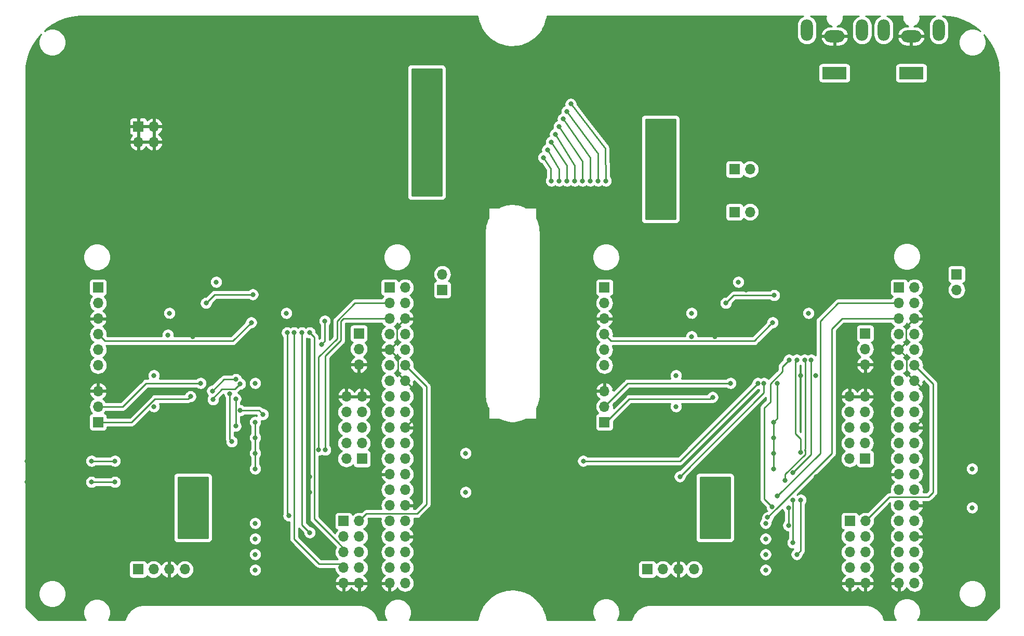
<source format=gbr>
G04 #@! TF.GenerationSoftware,KiCad,Pcbnew,5.0.2-bee76a0~70~ubuntu18.04.1*
G04 #@! TF.CreationDate,2019-05-15T21:37:27+02:00*
G04 #@! TF.ProjectId,networkScanner,6e657477-6f72-46b5-9363-616e6e65722e,rev?*
G04 #@! TF.SameCoordinates,Original*
G04 #@! TF.FileFunction,Copper,L2,Bot*
G04 #@! TF.FilePolarity,Positive*
%FSLAX46Y46*%
G04 Gerber Fmt 4.6, Leading zero omitted, Abs format (unit mm)*
G04 Created by KiCad (PCBNEW 5.0.2-bee76a0~70~ubuntu18.04.1) date Mi 15 Mai 2019 21:37:27 CEST*
%MOMM*%
%LPD*%
G01*
G04 APERTURE LIST*
G04 #@! TA.AperFunction,ComponentPad*
%ADD10R,1.700000X1.700000*%
G04 #@! TD*
G04 #@! TA.AperFunction,ComponentPad*
%ADD11O,1.700000X1.700000*%
G04 #@! TD*
G04 #@! TA.AperFunction,ComponentPad*
%ADD12R,4.000000X2.000000*%
G04 #@! TD*
G04 #@! TA.AperFunction,ComponentPad*
%ADD13O,3.300000X2.000000*%
G04 #@! TD*
G04 #@! TA.AperFunction,ComponentPad*
%ADD14O,2.000000X3.500000*%
G04 #@! TD*
G04 #@! TA.AperFunction,ViaPad*
%ADD15C,0.800000*%
G04 #@! TD*
G04 #@! TA.AperFunction,Conductor*
%ADD16C,0.250000*%
G04 #@! TD*
G04 #@! TA.AperFunction,Conductor*
%ADD17C,0.254000*%
G04 #@! TD*
G04 APERTURE END LIST*
D10*
G04 #@! TO.P,J1,1*
G04 #@! TO.N,Net-(J1-Pad1)*
X110000000Y-95000000D03*
D11*
G04 #@! TO.P,J1,2*
G04 #@! TO.N,Net-(J1-Pad2)*
X112540000Y-95000000D03*
G04 #@! TO.P,J1,3*
G04 #@! TO.N,Net-(J1-Pad3)*
X110000000Y-97540000D03*
G04 #@! TO.P,J1,4*
G04 #@! TO.N,Net-(J1-Pad2)*
X112540000Y-97540000D03*
G04 #@! TO.P,J1,5*
G04 #@! TO.N,Net-(J1-Pad5)*
X110000000Y-100080000D03*
G04 #@! TO.P,J1,6*
G04 #@! TO.N,GND*
X112540000Y-100080000D03*
G04 #@! TO.P,J1,7*
G04 #@! TO.N,Net-(J1-Pad7)*
X110000000Y-102620000D03*
G04 #@! TO.P,J1,8*
G04 #@! TO.N,Net-(J1-Pad8)*
X112540000Y-102620000D03*
G04 #@! TO.P,J1,9*
G04 #@! TO.N,GND*
X110000000Y-105160000D03*
G04 #@! TO.P,J1,10*
G04 #@! TO.N,Net-(J1-Pad10)*
X112540000Y-105160000D03*
G04 #@! TO.P,J1,11*
G04 #@! TO.N,Net-(J1-Pad11)*
X110000000Y-107700000D03*
G04 #@! TO.P,J1,12*
G04 #@! TO.N,Net-(J1-Pad12)*
X112540000Y-107700000D03*
G04 #@! TO.P,J1,13*
G04 #@! TO.N,Net-(J1-Pad13)*
X110000000Y-110240000D03*
G04 #@! TO.P,J1,14*
G04 #@! TO.N,GND*
X112540000Y-110240000D03*
G04 #@! TO.P,J1,15*
G04 #@! TO.N,Net-(J1-Pad15)*
X110000000Y-112780000D03*
G04 #@! TO.P,J1,16*
G04 #@! TO.N,Net-(J1-Pad16)*
X112540000Y-112780000D03*
G04 #@! TO.P,J1,17*
G04 #@! TO.N,Net-(J1-Pad17)*
X110000000Y-115320000D03*
G04 #@! TO.P,J1,18*
G04 #@! TO.N,Net-(J1-Pad18)*
X112540000Y-115320000D03*
G04 #@! TO.P,J1,19*
G04 #@! TO.N,Net-(J1-Pad19)*
X110000000Y-117860000D03*
G04 #@! TO.P,J1,20*
G04 #@! TO.N,GND*
X112540000Y-117860000D03*
G04 #@! TO.P,J1,21*
G04 #@! TO.N,Net-(J1-Pad21)*
X110000000Y-120400000D03*
G04 #@! TO.P,J1,22*
G04 #@! TO.N,Net-(J1-Pad22)*
X112540000Y-120400000D03*
G04 #@! TO.P,J1,23*
G04 #@! TO.N,Net-(J1-Pad23)*
X110000000Y-122940000D03*
G04 #@! TO.P,J1,24*
G04 #@! TO.N,Net-(J1-Pad24)*
X112540000Y-122940000D03*
G04 #@! TO.P,J1,25*
G04 #@! TO.N,GND*
X110000000Y-125480000D03*
G04 #@! TO.P,J1,26*
G04 #@! TO.N,Net-(J1-Pad26)*
X112540000Y-125480000D03*
G04 #@! TO.P,J1,27*
G04 #@! TO.N,Net-(J1-Pad27)*
X110000000Y-128020000D03*
G04 #@! TO.P,J1,28*
G04 #@! TO.N,Net-(J1-Pad28)*
X112540000Y-128020000D03*
G04 #@! TO.P,J1,29*
G04 #@! TO.N,Net-(J1-Pad29)*
X110000000Y-130560000D03*
G04 #@! TO.P,J1,30*
G04 #@! TO.N,GND*
X112540000Y-130560000D03*
G04 #@! TO.P,J1,31*
G04 #@! TO.N,Net-(J1-Pad31)*
X110000000Y-133100000D03*
G04 #@! TO.P,J1,32*
G04 #@! TO.N,Net-(J1-Pad32)*
X112540000Y-133100000D03*
G04 #@! TO.P,J1,33*
G04 #@! TO.N,Net-(J1-Pad33)*
X110000000Y-135640000D03*
G04 #@! TO.P,J1,34*
G04 #@! TO.N,GND*
X112540000Y-135640000D03*
G04 #@! TO.P,J1,35*
G04 #@! TO.N,Net-(J1-Pad35)*
X110000000Y-138180000D03*
G04 #@! TO.P,J1,36*
G04 #@! TO.N,Net-(J1-Pad36)*
X112540000Y-138180000D03*
G04 #@! TO.P,J1,37*
G04 #@! TO.N,Net-(J1-Pad37)*
X110000000Y-140720000D03*
G04 #@! TO.P,J1,38*
G04 #@! TO.N,Net-(J1-Pad38)*
X112540000Y-140720000D03*
G04 #@! TO.P,J1,39*
G04 #@! TO.N,GND*
X110000000Y-143260000D03*
G04 #@! TO.P,J1,40*
G04 #@! TO.N,Net-(J1-Pad40)*
X112540000Y-143260000D03*
G04 #@! TD*
G04 #@! TO.P,J2,40*
G04 #@! TO.N,Net-(J12-Pad8)*
X195540000Y-143260000D03*
G04 #@! TO.P,J2,39*
G04 #@! TO.N,GND*
X193000000Y-143260000D03*
G04 #@! TO.P,J2,38*
G04 #@! TO.N,Net-(J12-Pad6)*
X195540000Y-140720000D03*
G04 #@! TO.P,J2,37*
G04 #@! TO.N,Net-(J2-Pad37)*
X193000000Y-140720000D03*
G04 #@! TO.P,J2,36*
G04 #@! TO.N,Net-(J2-Pad36)*
X195540000Y-138180000D03*
G04 #@! TO.P,J2,35*
G04 #@! TO.N,Net-(J12-Pad4)*
X193000000Y-138180000D03*
G04 #@! TO.P,J2,34*
G04 #@! TO.N,GND*
X195540000Y-135640000D03*
G04 #@! TO.P,J2,33*
G04 #@! TO.N,Net-(J2-Pad33)*
X193000000Y-135640000D03*
G04 #@! TO.P,J2,32*
G04 #@! TO.N,Net-(J2-Pad32)*
X195540000Y-133100000D03*
G04 #@! TO.P,J2,31*
G04 #@! TO.N,Net-(J2-Pad31)*
X193000000Y-133100000D03*
G04 #@! TO.P,J2,30*
G04 #@! TO.N,GND*
X195540000Y-130560000D03*
G04 #@! TO.P,J2,29*
G04 #@! TO.N,Net-(J2-Pad29)*
X193000000Y-130560000D03*
G04 #@! TO.P,J2,28*
G04 #@! TO.N,Net-(J2-Pad28)*
X195540000Y-128020000D03*
G04 #@! TO.P,J2,27*
G04 #@! TO.N,Net-(J2-Pad27)*
X193000000Y-128020000D03*
G04 #@! TO.P,J2,26*
G04 #@! TO.N,Net-(J2-Pad26)*
X195540000Y-125480000D03*
G04 #@! TO.P,J2,25*
G04 #@! TO.N,GND*
X193000000Y-125480000D03*
G04 #@! TO.P,J2,24*
G04 #@! TO.N,Net-(J14-Pad1)*
X195540000Y-122940000D03*
G04 #@! TO.P,J2,23*
G04 #@! TO.N,Net-(J14-Pad7)*
X193000000Y-122940000D03*
G04 #@! TO.P,J2,22*
G04 #@! TO.N,Net-(J2-Pad22)*
X195540000Y-120400000D03*
G04 #@! TO.P,J2,21*
G04 #@! TO.N,Net-(J14-Pad3)*
X193000000Y-120400000D03*
G04 #@! TO.P,J2,20*
G04 #@! TO.N,GND*
X195540000Y-117860000D03*
G04 #@! TO.P,J2,19*
G04 #@! TO.N,Net-(J14-Pad5)*
X193000000Y-117860000D03*
G04 #@! TO.P,J2,18*
G04 #@! TO.N,Net-(J2-Pad18)*
X195540000Y-115320000D03*
G04 #@! TO.P,J2,17*
G04 #@! TO.N,+3V3*
X193000000Y-115320000D03*
G04 #@! TO.P,J2,16*
G04 #@! TO.N,Net-(J2-Pad16)*
X195540000Y-112780000D03*
G04 #@! TO.P,J2,15*
G04 #@! TO.N,Net-(J2-Pad15)*
X193000000Y-112780000D03*
G04 #@! TO.P,J2,14*
G04 #@! TO.N,GND*
X195540000Y-110240000D03*
G04 #@! TO.P,J2,13*
G04 #@! TO.N,Net-(J2-Pad13)*
X193000000Y-110240000D03*
G04 #@! TO.P,J2,12*
G04 #@! TO.N,Net-(J12-Pad2)*
X195540000Y-107700000D03*
G04 #@! TO.P,J2,11*
G04 #@! TO.N,Net-(J2-Pad11)*
X193000000Y-107700000D03*
G04 #@! TO.P,J2,10*
G04 #@! TO.N,Net-(J13-Pad2)*
X195540000Y-105160000D03*
G04 #@! TO.P,J2,9*
G04 #@! TO.N,GND*
X193000000Y-105160000D03*
G04 #@! TO.P,J2,8*
G04 #@! TO.N,Net-(J13-Pad1)*
X195540000Y-102620000D03*
G04 #@! TO.P,J2,7*
G04 #@! TO.N,Net-(J2-Pad7)*
X193000000Y-102620000D03*
G04 #@! TO.P,J2,6*
G04 #@! TO.N,GND*
X195540000Y-100080000D03*
G04 #@! TO.P,J2,5*
G04 #@! TO.N,Net-(J2-Pad5)*
X193000000Y-100080000D03*
G04 #@! TO.P,J2,4*
G04 #@! TO.N,Net-(J2-Pad2)*
X195540000Y-97540000D03*
G04 #@! TO.P,J2,3*
G04 #@! TO.N,Net-(J2-Pad3)*
X193000000Y-97540000D03*
G04 #@! TO.P,J2,2*
G04 #@! TO.N,Net-(J2-Pad2)*
X195540000Y-95000000D03*
D10*
G04 #@! TO.P,J2,1*
G04 #@! TO.N,+3V3*
X193000000Y-95000000D03*
G04 #@! TD*
G04 #@! TO.P,J3,1*
G04 #@! TO.N,Net-(J1-Pad3)*
X69000000Y-141000000D03*
D11*
G04 #@! TO.P,J3,2*
G04 #@! TO.N,Net-(J1-Pad5)*
X71540000Y-141000000D03*
G04 #@! TO.P,J3,3*
G04 #@! TO.N,GND*
X74080000Y-141000000D03*
G04 #@! TO.P,J3,4*
G04 #@! TO.N,+3V3*
X76620000Y-141000000D03*
G04 #@! TD*
G04 #@! TO.P,J4,4*
G04 #@! TO.N,+3V3*
X159620000Y-141000000D03*
G04 #@! TO.P,J4,3*
G04 #@! TO.N,GND*
X157080000Y-141000000D03*
G04 #@! TO.P,J4,2*
G04 #@! TO.N,Net-(J2-Pad5)*
X154540000Y-141000000D03*
D10*
G04 #@! TO.P,J4,1*
G04 #@! TO.N,Net-(J2-Pad3)*
X152000000Y-141000000D03*
G04 #@! TD*
D12*
G04 #@! TO.P,J5,1*
G04 #@! TO.N,Net-(J5-Pad1)*
X182500000Y-60000000D03*
D13*
G04 #@! TO.P,J5,2*
G04 #@! TO.N,GND*
X182500000Y-54000000D03*
D14*
G04 #@! TO.P,J5,MP*
G04 #@! TO.N,N/C*
X187000000Y-53000000D03*
X178000000Y-53000000D03*
G04 #@! TD*
G04 #@! TO.P,J6,MP*
G04 #@! TO.N,N/C*
X190500000Y-53000000D03*
X199500000Y-53000000D03*
D13*
G04 #@! TO.P,J6,2*
G04 #@! TO.N,GND*
X195000000Y-54000000D03*
D12*
G04 #@! TO.P,J6,1*
G04 #@! TO.N,Net-(J6-Pad1)*
X195000000Y-60000000D03*
G04 #@! TD*
D10*
G04 #@! TO.P,J8,1*
G04 #@! TO.N,Net-(J1-Pad8)*
X105000000Y-102500000D03*
D11*
G04 #@! TO.P,J8,2*
G04 #@! TO.N,Net-(J1-Pad10)*
X105000000Y-105040000D03*
G04 #@! TO.P,J8,3*
G04 #@! TO.N,GND*
X105000000Y-107580000D03*
G04 #@! TD*
D10*
G04 #@! TO.P,J9,1*
G04 #@! TO.N,+5V*
X166205000Y-75705000D03*
D11*
G04 #@! TO.P,J9,2*
G04 #@! TO.N,Net-(D1-Pad1)*
X168745000Y-75705000D03*
G04 #@! TD*
G04 #@! TO.P,J11,2*
G04 #@! TO.N,Net-(D3-Pad1)*
X168745000Y-82690000D03*
D10*
G04 #@! TO.P,J11,1*
G04 #@! TO.N,+5V*
X166205000Y-82690000D03*
G04 #@! TD*
G04 #@! TO.P,J13,1*
G04 #@! TO.N,Net-(J13-Pad1)*
X187500000Y-102500000D03*
D11*
G04 #@! TO.P,J13,2*
G04 #@! TO.N,Net-(J13-Pad2)*
X187500000Y-105040000D03*
G04 #@! TO.P,J13,3*
G04 #@! TO.N,GND*
X187500000Y-107580000D03*
G04 #@! TD*
G04 #@! TO.P,J17,3*
G04 #@! TO.N,GND*
X62500000Y-111900000D03*
G04 #@! TO.P,J17,2*
G04 #@! TO.N,Net-(J17-Pad2)*
X62500000Y-114440000D03*
D10*
G04 #@! TO.P,J17,1*
G04 #@! TO.N,Net-(J17-Pad1)*
X62500000Y-116980000D03*
G04 #@! TD*
D11*
G04 #@! TO.P,J18,3*
G04 #@! TO.N,GND*
X145000000Y-111900000D03*
G04 #@! TO.P,J18,2*
G04 #@! TO.N,Net-(J18-Pad2)*
X145000000Y-114440000D03*
D10*
G04 #@! TO.P,J18,1*
G04 #@! TO.N,Net-(J18-Pad1)*
X145000000Y-116980000D03*
G04 #@! TD*
G04 #@! TO.P,J15,1*
G04 #@! TO.N,+3V3*
X62500000Y-95000000D03*
D11*
G04 #@! TO.P,J15,2*
G04 #@! TO.N,/Sheet5CCB0C0B/SWCLK1*
X62500000Y-97540000D03*
G04 #@! TO.P,J15,3*
G04 #@! TO.N,GND*
X62500000Y-100080000D03*
G04 #@! TO.P,J15,4*
G04 #@! TO.N,/Sheet5CCB0C0B/SWDIO1*
X62500000Y-102620000D03*
G04 #@! TO.P,J15,5*
G04 #@! TO.N,/Sheet5CCB0C0B/NRST1*
X62500000Y-105160000D03*
G04 #@! TO.P,J15,6*
G04 #@! TO.N,/Sheet5CCB0C0B/SWO1*
X62500000Y-107700000D03*
G04 #@! TD*
G04 #@! TO.P,J16,6*
G04 #@! TO.N,/Sheet5CCB0C0B/SWO2*
X145000000Y-107700000D03*
G04 #@! TO.P,J16,5*
G04 #@! TO.N,/Sheet5CCB0C0B/NRST2*
X145000000Y-105160000D03*
G04 #@! TO.P,J16,4*
G04 #@! TO.N,/Sheet5CCB0C0B/SWDIO2*
X145000000Y-102620000D03*
G04 #@! TO.P,J16,3*
G04 #@! TO.N,GND*
X145000000Y-100080000D03*
G04 #@! TO.P,J16,2*
G04 #@! TO.N,/Sheet5CCB0C0B/SWCLK2*
X145000000Y-97540000D03*
D10*
G04 #@! TO.P,J16,1*
G04 #@! TO.N,+3V3*
X145000000Y-95000000D03*
G04 #@! TD*
G04 #@! TO.P,J19,1*
G04 #@! TO.N,GND*
X69050000Y-68720000D03*
D11*
G04 #@! TO.P,J19,2*
X71590000Y-68720000D03*
G04 #@! TO.P,J19,3*
X69050000Y-71260000D03*
G04 #@! TO.P,J19,4*
X71590000Y-71260000D03*
G04 #@! TD*
D10*
G04 #@! TO.P,J20,1*
G04 #@! TO.N,Net-(J1-Pad2)*
X118580000Y-95390000D03*
D11*
G04 #@! TO.P,J20,2*
G04 #@! TO.N,+5V*
X118580000Y-92850000D03*
G04 #@! TD*
G04 #@! TO.P,J21,2*
G04 #@! TO.N,Net-(J2-Pad2)*
X202400000Y-95390000D03*
D10*
G04 #@! TO.P,J21,1*
G04 #@! TO.N,+5V*
X202400000Y-92850000D03*
G04 #@! TD*
D11*
G04 #@! TO.P,J7,10*
G04 #@! TO.N,GND*
X105040000Y-143269000D03*
G04 #@! TO.P,J7,9*
X102500000Y-143269000D03*
G04 #@! TO.P,J7,8*
G04 #@! TO.N,Net-(J1-Pad40)*
X105040000Y-140729000D03*
G04 #@! TO.P,J7,7*
G04 #@! TO.N,RP1-SCLK1*
X102500000Y-140729000D03*
G04 #@! TO.P,J7,6*
G04 #@! TO.N,Net-(J1-Pad38)*
X105040000Y-138189000D03*
G04 #@! TO.P,J7,5*
G04 #@! TO.N,RP1-MOSI1*
X102500000Y-138189000D03*
G04 #@! TO.P,J7,4*
G04 #@! TO.N,Net-(J1-Pad35)*
X105040000Y-135649000D03*
G04 #@! TO.P,J7,3*
G04 #@! TO.N,RP1-MISO1*
X102500000Y-135649000D03*
G04 #@! TO.P,J7,2*
G04 #@! TO.N,Net-(J1-Pad12)*
X105040000Y-133109000D03*
D10*
G04 #@! TO.P,J7,1*
G04 #@! TO.N,RP1-CS1*
X102500000Y-133109000D03*
G04 #@! TD*
G04 #@! TO.P,J10,1*
G04 #@! TO.N,Net-(J1-Pad24)*
X105499000Y-122949000D03*
D11*
G04 #@! TO.P,J10,2*
G04 #@! TO.N,RP1-CS0*
X102959000Y-122949000D03*
G04 #@! TO.P,J10,3*
G04 #@! TO.N,Net-(J1-Pad21)*
X105499000Y-120409000D03*
G04 #@! TO.P,J10,4*
G04 #@! TO.N,RP1-MISO0*
X102959000Y-120409000D03*
G04 #@! TO.P,J10,5*
G04 #@! TO.N,Net-(J1-Pad19)*
X105499000Y-117869000D03*
G04 #@! TO.P,J10,6*
G04 #@! TO.N,RP1-MOSI0*
X102959000Y-117869000D03*
G04 #@! TO.P,J10,7*
G04 #@! TO.N,Net-(J1-Pad23)*
X105499000Y-115329000D03*
G04 #@! TO.P,J10,8*
G04 #@! TO.N,RP1-SCLK0*
X102959000Y-115329000D03*
G04 #@! TO.P,J10,9*
G04 #@! TO.N,GND*
X105499000Y-112789000D03*
G04 #@! TO.P,J10,10*
X102959000Y-112789000D03*
G04 #@! TD*
D10*
G04 #@! TO.P,J12,1*
G04 #@! TO.N,RP2-CS1*
X185001000Y-133109000D03*
D11*
G04 #@! TO.P,J12,2*
G04 #@! TO.N,Net-(J12-Pad2)*
X187541000Y-133109000D03*
G04 #@! TO.P,J12,3*
G04 #@! TO.N,RP2-MISO1*
X185001000Y-135649000D03*
G04 #@! TO.P,J12,4*
G04 #@! TO.N,Net-(J12-Pad4)*
X187541000Y-135649000D03*
G04 #@! TO.P,J12,5*
G04 #@! TO.N,RP2-MOSI1*
X185001000Y-138189000D03*
G04 #@! TO.P,J12,6*
G04 #@! TO.N,Net-(J12-Pad6)*
X187541000Y-138189000D03*
G04 #@! TO.P,J12,7*
G04 #@! TO.N,RP2-SCLK1*
X185001000Y-140729000D03*
G04 #@! TO.P,J12,8*
G04 #@! TO.N,Net-(J12-Pad8)*
X187541000Y-140729000D03*
G04 #@! TO.P,J12,9*
G04 #@! TO.N,GND*
X185001000Y-143269000D03*
G04 #@! TO.P,J12,10*
X187541000Y-143269000D03*
G04 #@! TD*
G04 #@! TO.P,J14,10*
G04 #@! TO.N,GND*
X184960000Y-112789000D03*
G04 #@! TO.P,J14,9*
X187500000Y-112789000D03*
G04 #@! TO.P,J14,8*
G04 #@! TO.N,RP2-SCLK0*
X184960000Y-115329000D03*
G04 #@! TO.P,J14,7*
G04 #@! TO.N,Net-(J14-Pad7)*
X187500000Y-115329000D03*
G04 #@! TO.P,J14,6*
G04 #@! TO.N,RP2-MOSI0*
X184960000Y-117869000D03*
G04 #@! TO.P,J14,5*
G04 #@! TO.N,Net-(J14-Pad5)*
X187500000Y-117869000D03*
G04 #@! TO.P,J14,4*
G04 #@! TO.N,RP2-MISO0*
X184960000Y-120409000D03*
G04 #@! TO.P,J14,3*
G04 #@! TO.N,Net-(J14-Pad3)*
X187500000Y-120409000D03*
G04 #@! TO.P,J14,2*
G04 #@! TO.N,RP2-CS0*
X184960000Y-122949000D03*
D10*
G04 #@! TO.P,J14,1*
G04 #@! TO.N,Net-(J14-Pad1)*
X187500000Y-122949000D03*
G04 #@! TD*
D15*
G04 #@! TO.N,Net-(J1-Pad3)*
X98440001Y-121515000D03*
G04 #@! TO.N,Net-(J1-Pad5)*
X99530000Y-121515000D03*
G04 #@! TO.N,Net-(J2-Pad5)*
X171600000Y-132540000D03*
G04 #@! TO.N,Net-(J2-Pad3)*
X173190000Y-129045000D03*
G04 #@! TO.N,GND*
X199225000Y-75705000D03*
X201765000Y-75705000D03*
X204305000Y-75705000D03*
X206845000Y-75705000D03*
X206845000Y-77610000D03*
X204305000Y-77610000D03*
X201765000Y-77610000D03*
X199225000Y-77610000D03*
X199225000Y-79515000D03*
X201765000Y-79515000D03*
X204305000Y-79515000D03*
X206845000Y-79515000D03*
X206845000Y-81420000D03*
X204305000Y-81420000D03*
X201765000Y-81420000D03*
X199225000Y-81420000D03*
X199225000Y-83325000D03*
X201765000Y-83325000D03*
X204305000Y-83325000D03*
X206845000Y-83325000D03*
X178270000Y-66180000D03*
X190335000Y-64910000D03*
X200495000Y-68720000D03*
X186525000Y-74435000D03*
X182715000Y-86500000D03*
X200495000Y-86500000D03*
X190335000Y-76975000D03*
X188430000Y-76975000D03*
X188430000Y-78245000D03*
X190335000Y-78245000D03*
X122390000Y-130950000D03*
X122390000Y-124600000D03*
X204940000Y-128410000D03*
X204940000Y-122060000D03*
X50889000Y-123330000D03*
X50889000Y-126759000D03*
X96990000Y-128410000D03*
X96990000Y-125870000D03*
X179540000Y-125870000D03*
X179540000Y-128410000D03*
X71590000Y-111900000D03*
X71590000Y-116980000D03*
X156680000Y-111900000D03*
X156680000Y-116980000D03*
X154140000Y-101740000D03*
X69050000Y-101740000D03*
X163030000Y-103010000D03*
X159220000Y-100470000D03*
X159220000Y-105550000D03*
X163030000Y-95390000D03*
X74130000Y-100470000D03*
X77940000Y-95390000D03*
X88100000Y-94120000D03*
X173190000Y-94120000D03*
X91910000Y-109360000D03*
X177000000Y-109360000D03*
X74003000Y-105169000D03*
X91910000Y-100470000D03*
X86830000Y-109360000D03*
X168110000Y-95390000D03*
X177000000Y-100470000D03*
X171920000Y-109360000D03*
X131915000Y-123330000D03*
X131915000Y-127140000D03*
X99530000Y-123330000D03*
X99530000Y-129680000D03*
X179450000Y-109360000D03*
X183350000Y-109360000D03*
X178270000Y-95390000D03*
X91910000Y-94120000D03*
X83020000Y-91580000D03*
X77940000Y-103009241D03*
G04 #@! TO.N,+3V3*
X122390000Y-128410000D03*
X122390000Y-122060000D03*
X204940000Y-130950000D03*
X204940000Y-124600000D03*
X71590000Y-109360000D03*
X71590000Y-114440000D03*
X156680000Y-109360000D03*
X156680000Y-114440000D03*
X159220000Y-103010000D03*
X159220000Y-99200000D03*
X166840000Y-94120000D03*
X74130000Y-99200000D03*
X81750000Y-94120000D03*
X178270000Y-99200000D03*
X93180000Y-99200000D03*
X88100000Y-110630000D03*
X173190000Y-110630000D03*
X73876000Y-102756000D03*
X88100000Y-116980000D03*
X88100000Y-119520000D03*
X88100000Y-122060000D03*
X88100000Y-136030000D03*
X88100000Y-138570000D03*
X88100000Y-141110000D03*
X172555000Y-116980000D03*
X172555000Y-119520000D03*
X172555000Y-122060000D03*
X171285000Y-136030000D03*
X171285000Y-138570000D03*
X171285000Y-141110000D03*
X114770000Y-78880000D03*
X114770000Y-76340000D03*
X117310000Y-76340000D03*
X117310000Y-78880000D03*
X114770000Y-63005000D03*
X117310000Y-63005000D03*
X117310000Y-60465000D03*
X114770000Y-60465000D03*
X152870000Y-80150000D03*
X155410000Y-80150000D03*
X152870000Y-82690000D03*
X155410000Y-82690000D03*
X152870000Y-71260000D03*
X155410000Y-71260000D03*
X155410000Y-68720000D03*
X152870000Y-68720000D03*
X161760000Y-127140000D03*
X163030000Y-127140000D03*
X164300000Y-127140000D03*
X161760000Y-134760000D03*
X163030000Y-134760000D03*
X164300000Y-134760000D03*
X76670000Y-127140000D03*
X77940000Y-127140000D03*
X79210000Y-127140000D03*
X76670000Y-134760000D03*
X77940000Y-134760000D03*
X79210000Y-134760000D03*
X76670000Y-130950000D03*
X77940000Y-130950000D03*
X79210000Y-130950000D03*
X161760000Y-130950000D03*
X163030000Y-130950000D03*
X164300000Y-130950000D03*
X172555000Y-124600000D03*
X171285000Y-133490000D03*
X88100000Y-124600000D03*
X88100000Y-133490000D03*
G04 #@! TO.N,RP1-MISO1*
X95720000Y-102375000D03*
X96990000Y-135000000D03*
X142710000Y-77610000D03*
X138265000Y-67498846D03*
G04 #@! TO.N,RP1-MOSI1*
X96990000Y-102375000D03*
X141440000Y-77610000D03*
X137630000Y-68720000D03*
G04 #@! TO.N,RP1-SCLK1*
X94450000Y-102375000D03*
X143980000Y-77610000D03*
X138900000Y-66274074D03*
G04 #@! TO.N,RP1-MISO0*
X83975000Y-112339847D03*
X84290000Y-120155000D03*
G04 #@! TO.N,RP1-MOSI0*
X84925000Y-113170000D03*
X84925000Y-117615000D03*
G04 #@! TO.N,RP1-SCLK0*
X89370000Y-115710000D03*
X85650000Y-115075000D03*
G04 #@! TO.N,RP2-SCLK1*
X176365000Y-138570000D03*
X177000000Y-129680000D03*
X176365000Y-106820000D03*
X176977776Y-121934767D03*
G04 #@! TO.N,RP2-MOSI1*
X175730000Y-136665000D03*
X175730000Y-129680000D03*
X175730000Y-125235000D03*
X178711640Y-106820000D03*
G04 #@! TO.N,RP2-MISO1*
X174460000Y-126505000D03*
X177635000Y-106820000D03*
X175005000Y-133834000D03*
X175005000Y-130950000D03*
G04 #@! TO.N,RP2-SCLK0*
X98895000Y-104280000D03*
X99440000Y-100470000D03*
X140170000Y-77610000D03*
X136995000Y-69990000D03*
G04 #@! TO.N,RP2-MOSI0*
X138900000Y-77610000D03*
X136360000Y-71260000D03*
G04 #@! TO.N,RP2-MISO0*
X137630000Y-77610000D03*
X135725000Y-72530000D03*
G04 #@! TO.N,Net-(J17-Pad2)*
X79210000Y-110630000D03*
G04 #@! TO.N,Net-(J17-Pad1)*
X77559000Y-112789000D03*
G04 #@! TO.N,Net-(J18-Pad2)*
X165570000Y-110630000D03*
G04 #@! TO.N,Net-(J18-Pad1)*
X162649000Y-112916000D03*
G04 #@! TO.N,Net-(R22-Pad2)*
X81115000Y-111900000D03*
X84975000Y-109995000D03*
X61430000Y-123330000D03*
X65240000Y-123330000D03*
G04 #@! TO.N,Net-(R23-Pad2)*
X81242000Y-113297000D03*
X85652559Y-110730470D03*
X61430000Y-126759000D03*
X65240000Y-126759000D03*
G04 #@! TO.N,Net-(R26-Pad2)*
X141567000Y-123330000D03*
X170015000Y-110630000D03*
G04 #@! TO.N,Net-(R27-Pad2)*
X157315000Y-125870000D03*
X171015003Y-110630000D03*
G04 #@! TO.N,/Sheet5CCB0C0B/SWDIO1*
X87465000Y-100724000D03*
G04 #@! TO.N,/Sheet5CCB0C0B/SWCLK1*
X87719000Y-96152000D03*
X80090000Y-97540000D03*
G04 #@! TO.N,/Sheet5CCB0C0B/SWDIO2*
X172428000Y-100724000D03*
G04 #@! TO.N,/Sheet5CCB0C0B/SWCLK2*
X172682000Y-96279000D03*
X164808000Y-97549000D03*
G04 #@! TO.N,RP1-CS1*
X93307000Y-102375000D03*
X93561000Y-132236282D03*
X145250000Y-77610000D03*
X139535000Y-65046071D03*
G04 #@! TO.N,RP2-CS1*
X175095000Y-106820000D03*
X172329187Y-130785508D03*
G04 #@! TO.N,RP2-CS0*
X136360000Y-77610000D03*
X135090000Y-73800000D03*
G04 #@! TD*
D16*
G04 #@! TO.N,Net-(J1-Pad3)*
X98440001Y-121515000D02*
X98440001Y-106365001D01*
X98440001Y-106365001D02*
X101435000Y-103370002D01*
X101435000Y-103370002D02*
X101435000Y-100470000D01*
X104365000Y-97540000D02*
X110000000Y-97540000D01*
X101435000Y-100470000D02*
X104365000Y-97540000D01*
G04 #@! TO.N,Net-(J1-Pad5)*
X99530000Y-121515000D02*
X99530000Y-106185000D01*
X99530000Y-106185000D02*
X102070000Y-103645000D01*
X102070000Y-103645000D02*
X102070000Y-100471410D01*
X102461410Y-100080000D02*
X110000000Y-100080000D01*
X102070000Y-100471410D02*
X102461410Y-100080000D01*
G04 #@! TO.N,Net-(J1-Pad12)*
X106224001Y-131924999D02*
X114474999Y-131924999D01*
X105040000Y-133109000D02*
X106224001Y-131924999D01*
X114474999Y-131924999D02*
X116040000Y-130359998D01*
X116040000Y-111200000D02*
X112540000Y-107700000D01*
X116040000Y-130359998D02*
X116040000Y-111200000D01*
G04 #@! TO.N,Net-(J2-Pad5)*
X182080000Y-122060000D02*
X173190000Y-130950000D01*
X182080000Y-101740000D02*
X182080000Y-122060000D01*
X183740000Y-100080000D02*
X182080000Y-101740000D01*
X193000000Y-100080000D02*
X183740000Y-100080000D01*
X173190000Y-130950000D02*
X171600000Y-132540000D01*
G04 #@! TO.N,Net-(J2-Pad3)*
X180175000Y-100470000D02*
X183105000Y-97540000D01*
X173190000Y-129045000D02*
X180175000Y-122060000D01*
X183105000Y-97540000D02*
X193000000Y-97540000D01*
X180175000Y-122060000D02*
X180175000Y-100470000D01*
G04 #@! TO.N,GND*
X163030000Y-100470000D02*
X163030000Y-103010000D01*
X160490000Y-100470000D02*
X163030000Y-103010000D01*
X159220000Y-100470000D02*
X160490000Y-100470000D01*
X177000000Y-97930000D02*
X173190000Y-94120000D01*
X177000000Y-100470000D02*
X177000000Y-97930000D01*
X75400759Y-100470000D02*
X74130000Y-100470000D01*
X77940000Y-103009241D02*
X75400759Y-100470000D01*
X197193000Y-111893000D02*
X195540000Y-110240000D01*
X197193000Y-116218000D02*
X197193000Y-111893000D01*
X196400999Y-117010001D02*
X197193000Y-116218000D01*
X195540000Y-117860000D02*
X196389999Y-117010001D01*
X196389999Y-117010001D02*
X196400999Y-117010001D01*
X194690001Y-109390001D02*
X195540000Y-110240000D01*
X194272000Y-108979000D02*
X194690001Y-109390001D01*
X193000000Y-105160000D02*
X194272000Y-106312000D01*
X194272000Y-106312000D02*
X194272000Y-108979000D01*
X111690001Y-109390001D02*
X112540000Y-110240000D01*
X111364999Y-109064999D02*
X111690001Y-109390001D01*
X111364999Y-106524999D02*
X111364999Y-109064999D01*
X110000000Y-105160000D02*
X111364999Y-106524999D01*
X112540000Y-110240000D02*
X114135000Y-111835000D01*
X114135000Y-116265000D02*
X112540000Y-117860000D01*
X114135000Y-111835000D02*
X114135000Y-116265000D01*
X111175001Y-101444999D02*
X111175001Y-103984999D01*
X110849999Y-104310001D02*
X110000000Y-105160000D01*
X111175001Y-103984999D02*
X110849999Y-104310001D01*
X112540000Y-100080000D02*
X111175001Y-101444999D01*
X194175001Y-103984999D02*
X193849999Y-104310001D01*
X193849999Y-104310001D02*
X193000000Y-105160000D01*
X194175001Y-101444999D02*
X194175001Y-103984999D01*
X195540000Y-100080000D02*
X194175001Y-101444999D01*
G04 #@! TO.N,+3V3*
X173190000Y-116345000D02*
X172555000Y-116980000D01*
X173190000Y-110630000D02*
X173190000Y-116345000D01*
X172555000Y-116980000D02*
X172555000Y-119520000D01*
X172555000Y-119520000D02*
X172555000Y-122060000D01*
X172555000Y-122060000D02*
X172555000Y-124600000D01*
X88100000Y-124600000D02*
X88100000Y-122060000D01*
X88100000Y-122060000D02*
X88100000Y-119520000D01*
X88100000Y-118954315D02*
X88100000Y-116980000D01*
X88100000Y-119520000D02*
X88100000Y-118954315D01*
G04 #@! TO.N,Net-(J12-Pad2)*
X191454999Y-129195001D02*
X197804999Y-129195001D01*
X187541000Y-133109000D02*
X191454999Y-129195001D01*
X197804999Y-129195001D02*
X198590000Y-128410000D01*
X198590000Y-110750000D02*
X195540000Y-107700000D01*
X198590000Y-128410000D02*
X198590000Y-110750000D01*
G04 #@! TO.N,RP1-MISO1*
X95720000Y-133730000D02*
X96990000Y-135000000D01*
X95720000Y-102375000D02*
X95720000Y-133730000D01*
X138265000Y-67498846D02*
X142710000Y-73800000D01*
X142710000Y-73800000D02*
X142710000Y-77610000D01*
G04 #@! TO.N,RP1-MOSI1*
X101650001Y-136690001D02*
X102500000Y-137540000D01*
X97715001Y-103100001D02*
X97715001Y-132755001D01*
X97715001Y-132755001D02*
X101650001Y-136690001D01*
X96990000Y-102375000D02*
X97715001Y-103100001D01*
X141440000Y-74435000D02*
X141440000Y-77610000D01*
X137630000Y-68720000D02*
X141440000Y-74435000D01*
G04 #@! TO.N,RP1-SCLK1*
X94450000Y-102375000D02*
X94450000Y-136030000D01*
X98500000Y-140080000D02*
X94450000Y-136030000D01*
X102500000Y-140080000D02*
X98500000Y-140080000D01*
X143980000Y-73165000D02*
X143980000Y-77610000D01*
X138900000Y-66274074D02*
X143980000Y-73165000D01*
G04 #@! TO.N,RP1-MISO0*
X83975000Y-112339847D02*
X83975000Y-119840000D01*
X83975000Y-119840000D02*
X84290000Y-120155000D01*
G04 #@! TO.N,RP1-MOSI0*
X84925000Y-113170000D02*
X84925000Y-117615000D01*
G04 #@! TO.N,RP1-SCLK0*
X89370000Y-115710000D02*
X88735000Y-115075000D01*
X88735000Y-115075000D02*
X85650000Y-115075000D01*
G04 #@! TO.N,RP2-SCLK1*
X176365000Y-138570000D02*
X177000000Y-137935000D01*
X177000000Y-137935000D02*
X177000000Y-133490000D01*
X177000000Y-129680000D02*
X177000000Y-133490000D01*
X176804847Y-119520000D02*
X176169847Y-118885000D01*
X176169847Y-118885000D02*
X176169847Y-107015153D01*
X177000000Y-119715153D02*
X176169847Y-118885000D01*
X177000000Y-121864847D02*
X177000000Y-119715153D01*
G04 #@! TO.N,RP2-MOSI1*
X175730000Y-136665000D02*
X175730000Y-133490000D01*
X175730000Y-129680000D02*
X175730000Y-133490000D01*
X175730000Y-125235000D02*
X178711640Y-122253360D01*
X178711640Y-106747068D02*
X178711640Y-121425000D01*
X178711640Y-122253360D02*
X178711640Y-121425000D01*
X178711640Y-121425000D02*
X178711640Y-121618360D01*
G04 #@! TO.N,RP2-MISO1*
X177725001Y-121334999D02*
X177725001Y-106910001D01*
X177635000Y-121621998D02*
X177635000Y-121425000D01*
X177635000Y-121425000D02*
X177725001Y-121334999D01*
X175005000Y-133834000D02*
X175005000Y-130950000D01*
X174460000Y-125477849D02*
X174460000Y-125939315D01*
X177725001Y-122212848D02*
X174460000Y-125477849D01*
X177725001Y-121516846D02*
X177725001Y-122212848D01*
X177635000Y-121426845D02*
X177725001Y-121516846D01*
X174460000Y-125939315D02*
X174460000Y-126505000D01*
X177635000Y-121425000D02*
X177635000Y-121426845D01*
G04 #@! TO.N,RP2-SCLK0*
X98895000Y-104280000D02*
X99440000Y-103735000D01*
X99440000Y-103735000D02*
X99440000Y-100470000D01*
X140170000Y-75070000D02*
X140170000Y-77610000D01*
X136995000Y-69990000D02*
X140170000Y-75070000D01*
G04 #@! TO.N,RP2-MOSI0*
X138900000Y-75070000D02*
X136360000Y-71260000D01*
X138900000Y-77610000D02*
X138900000Y-75070000D01*
G04 #@! TO.N,RP2-MISO0*
X137630000Y-75675000D02*
X137630000Y-77610000D01*
X135725000Y-72530000D02*
X137630000Y-75675000D01*
G04 #@! TO.N,Net-(J17-Pad2)*
X62500000Y-114440000D02*
X66510000Y-114440000D01*
X70320000Y-110630000D02*
X79210000Y-110630000D01*
X66510000Y-114440000D02*
X70320000Y-110630000D01*
G04 #@! TO.N,Net-(J17-Pad1)*
X63600000Y-116980000D02*
X62500000Y-116980000D01*
X67976998Y-116980000D02*
X63600000Y-116980000D01*
X71786998Y-113170000D02*
X67976998Y-116980000D01*
X76924000Y-113170000D02*
X71786998Y-113170000D01*
X77559000Y-112770001D02*
X77159001Y-113170000D01*
X77159001Y-113170000D02*
X76942999Y-113170000D01*
G04 #@! TO.N,Net-(J18-Pad2)*
X145000000Y-114440000D02*
X148810000Y-110630000D01*
X148810000Y-110630000D02*
X165570000Y-110630000D01*
G04 #@! TO.N,Net-(J18-Pad1)*
X162649000Y-112916000D02*
X162395000Y-112916000D01*
X149060000Y-113170000D02*
X145250000Y-116980000D01*
X162522000Y-112916000D02*
X162268000Y-113170000D01*
X162268000Y-113170000D02*
X149060000Y-113170000D01*
G04 #@! TO.N,Net-(R22-Pad2)*
X83020000Y-109995000D02*
X81115000Y-111900000D01*
X84975000Y-109995000D02*
X83020000Y-109995000D01*
X65240000Y-123330000D02*
X61430000Y-123330000D01*
G04 #@! TO.N,Net-(R23-Pad2)*
X84768183Y-111614846D02*
X85652559Y-110730470D01*
X81117264Y-113171228D02*
X82673646Y-111614846D01*
X82673646Y-111614846D02*
X84768183Y-111614846D01*
X65240000Y-126759000D02*
X61430000Y-126759000D01*
G04 #@! TO.N,Net-(R26-Pad2)*
X157315000Y-123330000D02*
X170015000Y-110630000D01*
X142202000Y-123330000D02*
X141567000Y-123330000D01*
X142202000Y-123330000D02*
X157315000Y-123330000D01*
X142075000Y-123330000D02*
X142202000Y-123330000D01*
G04 #@! TO.N,Net-(R27-Pad2)*
X157315000Y-125870000D02*
X171015003Y-112169997D01*
X171015003Y-112169997D02*
X171015003Y-110630000D01*
G04 #@! TO.N,/Sheet5CCB0C0B/SWDIO1*
X63614241Y-103734241D02*
X63349999Y-103469999D01*
X63349999Y-103469999D02*
X62500000Y-102620000D01*
X84454759Y-103734241D02*
X63614241Y-103734241D01*
X87465000Y-100724000D02*
X84454759Y-103734241D01*
G04 #@! TO.N,/Sheet5CCB0C0B/SWCLK1*
X81478000Y-96152000D02*
X80090000Y-97540000D01*
X87719000Y-96152000D02*
X81478000Y-96152000D01*
G04 #@! TO.N,/Sheet5CCB0C0B/SWDIO2*
X172028001Y-101123999D02*
X172428000Y-100724000D01*
X169416999Y-103735001D02*
X172028001Y-101123999D01*
X146115001Y-103735001D02*
X169416999Y-103735001D01*
X145000000Y-102620000D02*
X146115001Y-103735001D01*
G04 #@! TO.N,/Sheet5CCB0C0B/SWCLK2*
X166078000Y-96279000D02*
X164808000Y-97549000D01*
X172682000Y-96279000D02*
X166078000Y-96279000D01*
G04 #@! TO.N,RP1-CS1*
X93307000Y-102375000D02*
X93307000Y-131982282D01*
X93307000Y-131982282D02*
X93561000Y-132236282D01*
X139535000Y-65046071D02*
X145123000Y-72276000D01*
X145123000Y-72276000D02*
X145250000Y-77610000D01*
G04 #@! TO.N,RP2-CS1*
X174009990Y-107905010D02*
X175095000Y-106820000D01*
X171088002Y-129544323D02*
X171088002Y-114624002D01*
X172329187Y-130785508D02*
X171088002Y-129544323D01*
X171088002Y-114624002D02*
X172047000Y-113665004D01*
X172047000Y-113665004D02*
X172047000Y-110699998D01*
X172047000Y-110699998D02*
X174009990Y-108737008D01*
X174009990Y-108737008D02*
X174009990Y-107905010D01*
G04 #@! TO.N,RP2-CS0*
X136233000Y-77044315D02*
X136360000Y-77610000D01*
X136233000Y-75621000D02*
X136233000Y-77044315D01*
X135090000Y-73800000D02*
X136233000Y-75621000D01*
G04 #@! TD*
D17*
G04 #@! TO.N,GND*
G36*
X124337888Y-50718666D02*
X124518155Y-51589139D01*
X124524611Y-51610522D01*
X124528567Y-51632509D01*
X124554639Y-51709980D01*
X124886203Y-52534773D01*
X124896344Y-52554675D01*
X124904131Y-52575615D01*
X124943510Y-52647245D01*
X125415893Y-53400289D01*
X125429400Y-53418083D01*
X125440771Y-53437311D01*
X125492212Y-53500835D01*
X126090483Y-54158325D01*
X126106925Y-54173444D01*
X126121522Y-54190355D01*
X126183399Y-54243766D01*
X126888645Y-54784921D01*
X126907506Y-54796891D01*
X126924867Y-54810949D01*
X126995225Y-54852558D01*
X127785155Y-55260271D01*
X127805835Y-55268710D01*
X127825414Y-55279474D01*
X127902028Y-55307966D01*
X128751673Y-55569351D01*
X128773523Y-55573995D01*
X128794696Y-55581121D01*
X128875138Y-55595595D01*
X128875144Y-55595596D01*
X128875145Y-55595596D01*
X129757648Y-55702391D01*
X129779977Y-55703093D01*
X129802076Y-55706356D01*
X129883816Y-55706356D01*
X130771285Y-55655185D01*
X130793384Y-55651922D01*
X130815713Y-55651220D01*
X130896161Y-55636745D01*
X131760544Y-55429225D01*
X131781717Y-55422099D01*
X131803567Y-55417455D01*
X131880180Y-55388962D01*
X132694151Y-55031653D01*
X132713720Y-55020895D01*
X132734409Y-55012452D01*
X132804767Y-54970842D01*
X133542601Y-54475039D01*
X133559960Y-54460982D01*
X133578823Y-54449011D01*
X133640681Y-54395615D01*
X133640700Y-54395600D01*
X133640705Y-54395594D01*
X134279073Y-53776972D01*
X134293664Y-53760068D01*
X134310114Y-53744942D01*
X134361539Y-53681436D01*
X134361555Y-53681417D01*
X134361560Y-53681409D01*
X134880289Y-52959521D01*
X134891657Y-52940298D01*
X134905167Y-52922500D01*
X134944546Y-52850870D01*
X135327245Y-52048523D01*
X135335030Y-52027589D01*
X135345174Y-52007681D01*
X135371246Y-51930210D01*
X135605814Y-51072774D01*
X135609769Y-51050793D01*
X135616227Y-51029403D01*
X135628167Y-50948539D01*
X135649456Y-50710000D01*
X177444298Y-50710000D01*
X177371286Y-50732148D01*
X177087249Y-50883969D01*
X176838287Y-51088286D01*
X176633970Y-51337248D01*
X176482149Y-51621285D01*
X176388657Y-51929484D01*
X176365000Y-52169678D01*
X176365000Y-53830321D01*
X176388657Y-54070515D01*
X176482148Y-54378714D01*
X176633969Y-54662751D01*
X176838286Y-54911714D01*
X177087248Y-55116031D01*
X177371285Y-55267852D01*
X177679484Y-55361343D01*
X178000000Y-55392911D01*
X178320515Y-55361343D01*
X178628714Y-55267852D01*
X178912751Y-55116031D01*
X179161714Y-54911714D01*
X179366031Y-54662752D01*
X179516933Y-54380434D01*
X180259876Y-54380434D01*
X180290856Y-54508355D01*
X180419990Y-54802761D01*
X180604078Y-55066317D01*
X180836046Y-55288895D01*
X181106980Y-55461942D01*
X181406468Y-55578807D01*
X181723000Y-55635000D01*
X182373000Y-55635000D01*
X182373000Y-54127000D01*
X182627000Y-54127000D01*
X182627000Y-55635000D01*
X183277000Y-55635000D01*
X183593532Y-55578807D01*
X183893020Y-55461942D01*
X184163954Y-55288895D01*
X184395922Y-55066317D01*
X184580010Y-54802761D01*
X184709144Y-54508355D01*
X184740124Y-54380434D01*
X184620777Y-54127000D01*
X182627000Y-54127000D01*
X182373000Y-54127000D01*
X180379223Y-54127000D01*
X180259876Y-54380434D01*
X179516933Y-54380434D01*
X179517852Y-54378715D01*
X179611343Y-54070516D01*
X179635000Y-53830322D01*
X179635000Y-52169678D01*
X179611343Y-51929484D01*
X179517852Y-51621285D01*
X179366031Y-51337248D01*
X179161714Y-51088286D01*
X178912752Y-50883969D01*
X178628715Y-50732148D01*
X178555703Y-50710000D01*
X181094572Y-50710000D01*
X181065000Y-50858665D01*
X181065000Y-51141335D01*
X181120147Y-51418574D01*
X181228320Y-51679727D01*
X181385363Y-51914759D01*
X181585241Y-52114637D01*
X181820273Y-52271680D01*
X182045568Y-52365000D01*
X181723000Y-52365000D01*
X181406468Y-52421193D01*
X181106980Y-52538058D01*
X180836046Y-52711105D01*
X180604078Y-52933683D01*
X180419990Y-53197239D01*
X180290856Y-53491645D01*
X180259876Y-53619566D01*
X180379223Y-53873000D01*
X182373000Y-53873000D01*
X182373000Y-53853000D01*
X182627000Y-53853000D01*
X182627000Y-53873000D01*
X184620777Y-53873000D01*
X184740124Y-53619566D01*
X184709144Y-53491645D01*
X184580010Y-53197239D01*
X184395922Y-52933683D01*
X184163954Y-52711105D01*
X183893020Y-52538058D01*
X183593532Y-52421193D01*
X183277000Y-52365000D01*
X182954432Y-52365000D01*
X183179727Y-52271680D01*
X183414759Y-52114637D01*
X183614637Y-51914759D01*
X183771680Y-51679727D01*
X183879853Y-51418574D01*
X183935000Y-51141335D01*
X183935000Y-50858665D01*
X183905428Y-50710000D01*
X186444298Y-50710000D01*
X186371286Y-50732148D01*
X186087249Y-50883969D01*
X185838287Y-51088286D01*
X185633970Y-51337248D01*
X185482149Y-51621285D01*
X185388657Y-51929484D01*
X185365000Y-52169678D01*
X185365000Y-53830321D01*
X185388657Y-54070515D01*
X185482148Y-54378714D01*
X185633969Y-54662751D01*
X185838286Y-54911714D01*
X186087248Y-55116031D01*
X186371285Y-55267852D01*
X186679484Y-55361343D01*
X187000000Y-55392911D01*
X187320515Y-55361343D01*
X187628714Y-55267852D01*
X187912751Y-55116031D01*
X188161714Y-54911714D01*
X188366031Y-54662752D01*
X188517852Y-54378715D01*
X188611343Y-54070516D01*
X188635000Y-53830322D01*
X188635000Y-52169678D01*
X188611343Y-51929484D01*
X188517852Y-51621285D01*
X188366031Y-51337248D01*
X188161714Y-51088286D01*
X187912752Y-50883969D01*
X187628715Y-50732148D01*
X187555703Y-50710000D01*
X189944298Y-50710000D01*
X189871286Y-50732148D01*
X189587249Y-50883969D01*
X189338287Y-51088286D01*
X189133970Y-51337248D01*
X188982149Y-51621285D01*
X188888657Y-51929484D01*
X188865000Y-52169678D01*
X188865000Y-53830321D01*
X188888657Y-54070515D01*
X188982148Y-54378714D01*
X189133969Y-54662751D01*
X189338286Y-54911714D01*
X189587248Y-55116031D01*
X189871285Y-55267852D01*
X190179484Y-55361343D01*
X190500000Y-55392911D01*
X190820515Y-55361343D01*
X191128714Y-55267852D01*
X191412751Y-55116031D01*
X191661714Y-54911714D01*
X191866031Y-54662752D01*
X192016933Y-54380434D01*
X192759876Y-54380434D01*
X192790856Y-54508355D01*
X192919990Y-54802761D01*
X193104078Y-55066317D01*
X193336046Y-55288895D01*
X193606980Y-55461942D01*
X193906468Y-55578807D01*
X194223000Y-55635000D01*
X194873000Y-55635000D01*
X194873000Y-54127000D01*
X195127000Y-54127000D01*
X195127000Y-55635000D01*
X195777000Y-55635000D01*
X196093532Y-55578807D01*
X196393020Y-55461942D01*
X196663954Y-55288895D01*
X196895922Y-55066317D01*
X197080010Y-54802761D01*
X197209144Y-54508355D01*
X197240124Y-54380434D01*
X197120777Y-54127000D01*
X195127000Y-54127000D01*
X194873000Y-54127000D01*
X192879223Y-54127000D01*
X192759876Y-54380434D01*
X192016933Y-54380434D01*
X192017852Y-54378715D01*
X192111343Y-54070516D01*
X192135000Y-53830322D01*
X192135000Y-52169678D01*
X192111343Y-51929484D01*
X192017852Y-51621285D01*
X191866031Y-51337248D01*
X191661714Y-51088286D01*
X191412752Y-50883969D01*
X191128715Y-50732148D01*
X191055703Y-50710000D01*
X193594572Y-50710000D01*
X193565000Y-50858665D01*
X193565000Y-51141335D01*
X193620147Y-51418574D01*
X193728320Y-51679727D01*
X193885363Y-51914759D01*
X194085241Y-52114637D01*
X194320273Y-52271680D01*
X194545568Y-52365000D01*
X194223000Y-52365000D01*
X193906468Y-52421193D01*
X193606980Y-52538058D01*
X193336046Y-52711105D01*
X193104078Y-52933683D01*
X192919990Y-53197239D01*
X192790856Y-53491645D01*
X192759876Y-53619566D01*
X192879223Y-53873000D01*
X194873000Y-53873000D01*
X194873000Y-53853000D01*
X195127000Y-53853000D01*
X195127000Y-53873000D01*
X197120777Y-53873000D01*
X197240124Y-53619566D01*
X197209144Y-53491645D01*
X197080010Y-53197239D01*
X196895922Y-52933683D01*
X196663954Y-52711105D01*
X196393020Y-52538058D01*
X196093532Y-52421193D01*
X195777000Y-52365000D01*
X195454432Y-52365000D01*
X195679727Y-52271680D01*
X195914759Y-52114637D01*
X196114637Y-51914759D01*
X196271680Y-51679727D01*
X196379853Y-51418574D01*
X196435000Y-51141335D01*
X196435000Y-50858665D01*
X196405428Y-50710000D01*
X198944298Y-50710000D01*
X198871286Y-50732148D01*
X198587249Y-50883969D01*
X198338287Y-51088286D01*
X198133970Y-51337248D01*
X197982149Y-51621285D01*
X197888657Y-51929484D01*
X197865000Y-52169678D01*
X197865000Y-53830321D01*
X197888657Y-54070515D01*
X197982148Y-54378714D01*
X198133969Y-54662751D01*
X198338286Y-54911714D01*
X198587248Y-55116031D01*
X198871285Y-55267852D01*
X199179484Y-55361343D01*
X199500000Y-55392911D01*
X199820515Y-55361343D01*
X200128714Y-55267852D01*
X200412751Y-55116031D01*
X200661714Y-54911714D01*
X200866031Y-54662752D01*
X201017852Y-54378715D01*
X201111343Y-54070516D01*
X201135000Y-53830322D01*
X201135000Y-52169678D01*
X201111343Y-51929484D01*
X201017852Y-51621285D01*
X200866031Y-51337248D01*
X200661714Y-51088286D01*
X200412752Y-50883969D01*
X200128715Y-50732148D01*
X200076117Y-50716193D01*
X201164170Y-50784647D01*
X202309981Y-51003222D01*
X203419362Y-51363682D01*
X204474813Y-51860339D01*
X205459703Y-52485370D01*
X206300607Y-53181026D01*
X206058669Y-53019369D01*
X205651925Y-52850890D01*
X205220128Y-52765000D01*
X204779872Y-52765000D01*
X204348075Y-52850890D01*
X203941331Y-53019369D01*
X203575271Y-53263962D01*
X203263962Y-53575271D01*
X203019369Y-53941331D01*
X202850890Y-54348075D01*
X202765000Y-54779872D01*
X202765000Y-55220128D01*
X202850890Y-55651925D01*
X203019369Y-56058669D01*
X203263962Y-56424729D01*
X203575271Y-56736038D01*
X203941331Y-56980631D01*
X204348075Y-57149110D01*
X204779872Y-57235000D01*
X205220128Y-57235000D01*
X205651925Y-57149110D01*
X206058669Y-56980631D01*
X206424729Y-56736038D01*
X206736038Y-56424729D01*
X206980631Y-56058669D01*
X207149110Y-55651925D01*
X207235000Y-55220128D01*
X207235000Y-54779872D01*
X207149110Y-54348075D01*
X206980631Y-53941331D01*
X206865038Y-53768333D01*
X207156987Y-54079228D01*
X207842621Y-55022922D01*
X208404575Y-56045110D01*
X208833979Y-57129662D01*
X209124071Y-58259494D01*
X209271669Y-59427864D01*
X209290000Y-60011165D01*
X209290001Y-147205908D01*
X207205909Y-149290000D01*
X196076679Y-149290000D01*
X196252631Y-149026669D01*
X196421110Y-148619925D01*
X196507000Y-148188128D01*
X196507000Y-147747872D01*
X196421110Y-147316075D01*
X196252631Y-146909331D01*
X196008038Y-146543271D01*
X195696729Y-146231962D01*
X195330669Y-145987369D01*
X194923925Y-145818890D01*
X194492128Y-145733000D01*
X194051872Y-145733000D01*
X193620075Y-145818890D01*
X193213331Y-145987369D01*
X192847271Y-146231962D01*
X192535962Y-146543271D01*
X192291369Y-146909331D01*
X192122890Y-147316075D01*
X192037000Y-147747872D01*
X192037000Y-148188128D01*
X192122890Y-148619925D01*
X192291369Y-149026669D01*
X192467321Y-149290000D01*
X190628221Y-149290000D01*
X190627499Y-149287608D01*
X190483201Y-148821454D01*
X190458265Y-148762134D01*
X190434157Y-148702466D01*
X190429503Y-148693713D01*
X190197409Y-148264465D01*
X190161440Y-148211139D01*
X190126189Y-148157270D01*
X190119924Y-148149588D01*
X189808876Y-147773595D01*
X189763220Y-147728257D01*
X189718190Y-147682274D01*
X189710552Y-147675956D01*
X189332397Y-147367540D01*
X189278837Y-147331955D01*
X189225701Y-147295572D01*
X189216981Y-147290857D01*
X188786123Y-147061766D01*
X188726641Y-147037249D01*
X188667481Y-147011893D01*
X188658011Y-147008962D01*
X188190861Y-146867921D01*
X188127748Y-146855425D01*
X188064791Y-146842043D01*
X188054932Y-146841007D01*
X187570014Y-146793461D01*
X187534877Y-146790000D01*
X152465123Y-146790000D01*
X152360816Y-146800273D01*
X152357028Y-146801422D01*
X151959844Y-146844979D01*
X151898441Y-146857872D01*
X151836778Y-146869635D01*
X151827288Y-146872501D01*
X151361134Y-147016799D01*
X151301814Y-147041735D01*
X151242146Y-147065843D01*
X151233393Y-147070497D01*
X150804145Y-147302591D01*
X150750819Y-147338560D01*
X150696950Y-147373811D01*
X150689268Y-147380076D01*
X150313275Y-147691124D01*
X150267937Y-147736780D01*
X150221954Y-147781810D01*
X150215636Y-147789448D01*
X149907220Y-148167603D01*
X149871635Y-148221163D01*
X149835252Y-148274299D01*
X149830537Y-148283019D01*
X149601446Y-148713877D01*
X149576929Y-148773359D01*
X149551573Y-148832519D01*
X149548642Y-148841989D01*
X149413379Y-149290000D01*
X147111793Y-149290000D01*
X147157414Y-149234063D01*
X147361738Y-148849787D01*
X147487530Y-148433143D01*
X147530000Y-148000000D01*
X147529131Y-147937735D01*
X147474583Y-147505947D01*
X147337206Y-147092977D01*
X147122233Y-146714556D01*
X147025972Y-146603036D01*
X146986038Y-146543271D01*
X146900863Y-146458096D01*
X146837852Y-146385097D01*
X146792185Y-146349418D01*
X146674729Y-146231962D01*
X146308669Y-145987369D01*
X145901925Y-145818890D01*
X145470128Y-145733000D01*
X145029872Y-145733000D01*
X144598075Y-145818890D01*
X144191331Y-145987369D01*
X143825271Y-146231962D01*
X143513962Y-146543271D01*
X143269369Y-146909331D01*
X143100890Y-147316075D01*
X143015000Y-147747872D01*
X143015000Y-148188128D01*
X143100890Y-148619925D01*
X143269369Y-149026669D01*
X143445321Y-149290000D01*
X135663392Y-149290000D01*
X135662112Y-149281335D01*
X135481845Y-148410861D01*
X135475389Y-148389477D01*
X135471433Y-148367491D01*
X135445361Y-148290020D01*
X135113797Y-147465227D01*
X135103656Y-147445325D01*
X135095869Y-147424385D01*
X135056490Y-147352756D01*
X134584107Y-146599711D01*
X134570600Y-146581916D01*
X134559229Y-146562689D01*
X134507804Y-146499185D01*
X134507789Y-146499165D01*
X134507783Y-146499159D01*
X133909518Y-145841676D01*
X133893079Y-145826560D01*
X133878479Y-145809645D01*
X133816601Y-145756235D01*
X133111355Y-145215079D01*
X133092494Y-145203109D01*
X133075133Y-145189051D01*
X133004790Y-145147451D01*
X133004776Y-145147442D01*
X133004771Y-145147440D01*
X132292621Y-144779872D01*
X202765000Y-144779872D01*
X202765000Y-145220128D01*
X202850890Y-145651925D01*
X203019369Y-146058669D01*
X203263962Y-146424729D01*
X203575271Y-146736038D01*
X203941331Y-146980631D01*
X204348075Y-147149110D01*
X204779872Y-147235000D01*
X205220128Y-147235000D01*
X205651925Y-147149110D01*
X206058669Y-146980631D01*
X206424729Y-146736038D01*
X206736038Y-146424729D01*
X206980631Y-146058669D01*
X207149110Y-145651925D01*
X207235000Y-145220128D01*
X207235000Y-144779872D01*
X207149110Y-144348075D01*
X206980631Y-143941331D01*
X206736038Y-143575271D01*
X206424729Y-143263962D01*
X206058669Y-143019369D01*
X205651925Y-142850890D01*
X205220128Y-142765000D01*
X204779872Y-142765000D01*
X204348075Y-142850890D01*
X203941331Y-143019369D01*
X203575271Y-143263962D01*
X203263962Y-143575271D01*
X203019369Y-143941331D01*
X202850890Y-144348075D01*
X202765000Y-144779872D01*
X132292621Y-144779872D01*
X132214845Y-144739729D01*
X132194165Y-144731289D01*
X132174586Y-144720526D01*
X132097983Y-144692038D01*
X132097973Y-144692034D01*
X132097970Y-144692033D01*
X131248326Y-144430649D01*
X131226478Y-144426005D01*
X131205304Y-144418879D01*
X131124855Y-144404404D01*
X130242351Y-144297609D01*
X130220023Y-144296907D01*
X130197924Y-144293644D01*
X130116184Y-144293644D01*
X129228715Y-144344815D01*
X129206616Y-144348078D01*
X129184288Y-144348780D01*
X129103839Y-144363255D01*
X128239457Y-144570775D01*
X128218284Y-144577900D01*
X128196433Y-144582545D01*
X128119838Y-144611031D01*
X128119820Y-144611037D01*
X128119815Y-144611040D01*
X127305849Y-144968347D01*
X127286280Y-144979105D01*
X127265591Y-144987548D01*
X127195233Y-145029158D01*
X126457399Y-145524961D01*
X126440040Y-145539018D01*
X126421177Y-145550989D01*
X126359300Y-145604400D01*
X125720927Y-146223028D01*
X125706337Y-146239930D01*
X125689886Y-146255058D01*
X125638446Y-146318583D01*
X125119711Y-147040479D01*
X125108342Y-147059703D01*
X125094833Y-147077500D01*
X125055454Y-147149130D01*
X124672754Y-147951477D01*
X124664967Y-147972417D01*
X124654826Y-147992319D01*
X124628754Y-148069791D01*
X124394186Y-148927226D01*
X124390231Y-148949209D01*
X124383773Y-148970598D01*
X124371833Y-149051461D01*
X124350544Y-149290000D01*
X113196461Y-149290000D01*
X113321631Y-149102669D01*
X113490110Y-148695925D01*
X113576000Y-148264128D01*
X113576000Y-147823872D01*
X113490110Y-147392075D01*
X113321631Y-146985331D01*
X113077038Y-146619271D01*
X112765729Y-146307962D01*
X112399669Y-146063369D01*
X111992925Y-145894890D01*
X111561128Y-145809000D01*
X111120872Y-145809000D01*
X110689075Y-145894890D01*
X110282331Y-146063369D01*
X109916271Y-146307962D01*
X109604962Y-146619271D01*
X109360369Y-146985331D01*
X109191890Y-147392075D01*
X109106000Y-147823872D01*
X109106000Y-148264128D01*
X109191890Y-148695925D01*
X109360369Y-149102669D01*
X109485539Y-149290000D01*
X108128221Y-149290000D01*
X108127499Y-149287608D01*
X107983201Y-148821454D01*
X107958265Y-148762134D01*
X107934157Y-148702466D01*
X107929503Y-148693713D01*
X107697409Y-148264465D01*
X107661440Y-148211139D01*
X107626189Y-148157270D01*
X107619924Y-148149588D01*
X107308876Y-147773595D01*
X107263220Y-147728257D01*
X107218190Y-147682274D01*
X107210552Y-147675956D01*
X106832397Y-147367540D01*
X106778837Y-147331955D01*
X106725701Y-147295572D01*
X106716981Y-147290857D01*
X106286123Y-147061766D01*
X106226641Y-147037249D01*
X106167481Y-147011893D01*
X106158011Y-147008962D01*
X105690861Y-146867921D01*
X105627748Y-146855425D01*
X105564791Y-146842043D01*
X105554932Y-146841007D01*
X105070014Y-146793461D01*
X105034877Y-146790000D01*
X69965123Y-146790000D01*
X69931467Y-146793315D01*
X69892784Y-146793219D01*
X69882922Y-146794231D01*
X69420164Y-146844979D01*
X69358761Y-146857872D01*
X69297098Y-146869635D01*
X69287608Y-146872501D01*
X68821454Y-147016799D01*
X68762134Y-147041735D01*
X68702466Y-147065843D01*
X68693713Y-147070497D01*
X68264465Y-147302591D01*
X68211139Y-147338560D01*
X68157270Y-147373811D01*
X68149588Y-147380076D01*
X67773595Y-147691124D01*
X67728257Y-147736780D01*
X67682274Y-147781810D01*
X67675956Y-147789448D01*
X67367540Y-148167603D01*
X67331955Y-148221163D01*
X67295572Y-148274299D01*
X67290857Y-148283019D01*
X67061766Y-148713877D01*
X67037249Y-148773359D01*
X67011893Y-148832519D01*
X67008962Y-148841989D01*
X66873699Y-149290000D01*
X64174461Y-149290000D01*
X64299631Y-149102669D01*
X64468110Y-148695925D01*
X64554000Y-148264128D01*
X64554000Y-147823872D01*
X64468110Y-147392075D01*
X64299631Y-146985331D01*
X64055038Y-146619271D01*
X63743729Y-146307962D01*
X63377669Y-146063369D01*
X62970925Y-145894890D01*
X62539128Y-145809000D01*
X62098872Y-145809000D01*
X61667075Y-145894890D01*
X61260331Y-146063369D01*
X60894271Y-146307962D01*
X60582962Y-146619271D01*
X60338369Y-146985331D01*
X60169890Y-147392075D01*
X60084000Y-147823872D01*
X60084000Y-148264128D01*
X60169890Y-148695925D01*
X60338369Y-149102669D01*
X60463539Y-149290000D01*
X52794091Y-149290000D01*
X50710000Y-147205909D01*
X50710000Y-144779872D01*
X52765000Y-144779872D01*
X52765000Y-145220128D01*
X52850890Y-145651925D01*
X53019369Y-146058669D01*
X53263962Y-146424729D01*
X53575271Y-146736038D01*
X53941331Y-146980631D01*
X54348075Y-147149110D01*
X54779872Y-147235000D01*
X55220128Y-147235000D01*
X55651925Y-147149110D01*
X56058669Y-146980631D01*
X56424729Y-146736038D01*
X56736038Y-146424729D01*
X56980631Y-146058669D01*
X57149110Y-145651925D01*
X57235000Y-145220128D01*
X57235000Y-144779872D01*
X57149110Y-144348075D01*
X56980631Y-143941331D01*
X56769861Y-143625890D01*
X101058524Y-143625890D01*
X101103175Y-143773099D01*
X101228359Y-144035920D01*
X101402412Y-144269269D01*
X101618645Y-144464178D01*
X101868748Y-144613157D01*
X102143109Y-144710481D01*
X102373000Y-144589814D01*
X102373000Y-143396000D01*
X102627000Y-143396000D01*
X102627000Y-144589814D01*
X102856891Y-144710481D01*
X103131252Y-144613157D01*
X103381355Y-144464178D01*
X103597588Y-144269269D01*
X103770000Y-144038120D01*
X103942412Y-144269269D01*
X104158645Y-144464178D01*
X104408748Y-144613157D01*
X104683109Y-144710481D01*
X104913000Y-144589814D01*
X104913000Y-143396000D01*
X105167000Y-143396000D01*
X105167000Y-144589814D01*
X105396891Y-144710481D01*
X105671252Y-144613157D01*
X105921355Y-144464178D01*
X106137588Y-144269269D01*
X106311641Y-144035920D01*
X106436825Y-143773099D01*
X106481476Y-143625890D01*
X106476727Y-143616890D01*
X108558524Y-143616890D01*
X108603175Y-143764099D01*
X108728359Y-144026920D01*
X108902412Y-144260269D01*
X109118645Y-144455178D01*
X109368748Y-144604157D01*
X109643109Y-144701481D01*
X109873000Y-144580814D01*
X109873000Y-143387000D01*
X108679845Y-143387000D01*
X108558524Y-143616890D01*
X106476727Y-143616890D01*
X106360155Y-143396000D01*
X105167000Y-143396000D01*
X104913000Y-143396000D01*
X102627000Y-143396000D01*
X102373000Y-143396000D01*
X101179845Y-143396000D01*
X101058524Y-143625890D01*
X56769861Y-143625890D01*
X56736038Y-143575271D01*
X56424729Y-143263962D01*
X56058669Y-143019369D01*
X55651925Y-142850890D01*
X55220128Y-142765000D01*
X54779872Y-142765000D01*
X54348075Y-142850890D01*
X53941331Y-143019369D01*
X53575271Y-143263962D01*
X53263962Y-143575271D01*
X53019369Y-143941331D01*
X52850890Y-144348075D01*
X52765000Y-144779872D01*
X50710000Y-144779872D01*
X50710000Y-140150000D01*
X67511928Y-140150000D01*
X67511928Y-141850000D01*
X67524188Y-141974482D01*
X67560498Y-142094180D01*
X67619463Y-142204494D01*
X67698815Y-142301185D01*
X67795506Y-142380537D01*
X67905820Y-142439502D01*
X68025518Y-142475812D01*
X68150000Y-142488072D01*
X69850000Y-142488072D01*
X69974482Y-142475812D01*
X70094180Y-142439502D01*
X70204494Y-142380537D01*
X70301185Y-142301185D01*
X70380537Y-142204494D01*
X70439502Y-142094180D01*
X70460393Y-142025313D01*
X70484866Y-142055134D01*
X70710986Y-142240706D01*
X70968966Y-142378599D01*
X71248889Y-142463513D01*
X71467050Y-142485000D01*
X71612950Y-142485000D01*
X71831111Y-142463513D01*
X72111034Y-142378599D01*
X72369014Y-142240706D01*
X72595134Y-142055134D01*
X72780706Y-141829014D01*
X72815201Y-141764477D01*
X72884822Y-141881355D01*
X73079731Y-142097588D01*
X73313080Y-142271641D01*
X73575901Y-142396825D01*
X73723110Y-142441476D01*
X73953000Y-142320155D01*
X73953000Y-141127000D01*
X73933000Y-141127000D01*
X73933000Y-140873000D01*
X73953000Y-140873000D01*
X73953000Y-139679845D01*
X74207000Y-139679845D01*
X74207000Y-140873000D01*
X74227000Y-140873000D01*
X74227000Y-141127000D01*
X74207000Y-141127000D01*
X74207000Y-142320155D01*
X74436890Y-142441476D01*
X74584099Y-142396825D01*
X74846920Y-142271641D01*
X75080269Y-142097588D01*
X75275178Y-141881355D01*
X75344799Y-141764477D01*
X75379294Y-141829014D01*
X75564866Y-142055134D01*
X75790986Y-142240706D01*
X76048966Y-142378599D01*
X76328889Y-142463513D01*
X76547050Y-142485000D01*
X76692950Y-142485000D01*
X76911111Y-142463513D01*
X77191034Y-142378599D01*
X77449014Y-142240706D01*
X77675134Y-142055134D01*
X77860706Y-141829014D01*
X77998599Y-141571034D01*
X78083513Y-141291111D01*
X78111391Y-141008061D01*
X87065000Y-141008061D01*
X87065000Y-141211939D01*
X87104774Y-141411898D01*
X87182795Y-141600256D01*
X87296063Y-141769774D01*
X87440226Y-141913937D01*
X87609744Y-142027205D01*
X87798102Y-142105226D01*
X87998061Y-142145000D01*
X88201939Y-142145000D01*
X88401898Y-142105226D01*
X88590256Y-142027205D01*
X88759774Y-141913937D01*
X88903937Y-141769774D01*
X89017205Y-141600256D01*
X89095226Y-141411898D01*
X89135000Y-141211939D01*
X89135000Y-141008061D01*
X89095226Y-140808102D01*
X89017205Y-140619744D01*
X88903937Y-140450226D01*
X88759774Y-140306063D01*
X88590256Y-140192795D01*
X88401898Y-140114774D01*
X88201939Y-140075000D01*
X87998061Y-140075000D01*
X87798102Y-140114774D01*
X87609744Y-140192795D01*
X87440226Y-140306063D01*
X87296063Y-140450226D01*
X87182795Y-140619744D01*
X87104774Y-140808102D01*
X87065000Y-141008061D01*
X78111391Y-141008061D01*
X78112185Y-141000000D01*
X78083513Y-140708889D01*
X77998599Y-140428966D01*
X77860706Y-140170986D01*
X77675134Y-139944866D01*
X77449014Y-139759294D01*
X77191034Y-139621401D01*
X76911111Y-139536487D01*
X76692950Y-139515000D01*
X76547050Y-139515000D01*
X76328889Y-139536487D01*
X76048966Y-139621401D01*
X75790986Y-139759294D01*
X75564866Y-139944866D01*
X75379294Y-140170986D01*
X75344799Y-140235523D01*
X75275178Y-140118645D01*
X75080269Y-139902412D01*
X74846920Y-139728359D01*
X74584099Y-139603175D01*
X74436890Y-139558524D01*
X74207000Y-139679845D01*
X73953000Y-139679845D01*
X73723110Y-139558524D01*
X73575901Y-139603175D01*
X73313080Y-139728359D01*
X73079731Y-139902412D01*
X72884822Y-140118645D01*
X72815201Y-140235523D01*
X72780706Y-140170986D01*
X72595134Y-139944866D01*
X72369014Y-139759294D01*
X72111034Y-139621401D01*
X71831111Y-139536487D01*
X71612950Y-139515000D01*
X71467050Y-139515000D01*
X71248889Y-139536487D01*
X70968966Y-139621401D01*
X70710986Y-139759294D01*
X70484866Y-139944866D01*
X70460393Y-139974687D01*
X70439502Y-139905820D01*
X70380537Y-139795506D01*
X70301185Y-139698815D01*
X70204494Y-139619463D01*
X70094180Y-139560498D01*
X69974482Y-139524188D01*
X69850000Y-139511928D01*
X68150000Y-139511928D01*
X68025518Y-139524188D01*
X67905820Y-139560498D01*
X67795506Y-139619463D01*
X67698815Y-139698815D01*
X67619463Y-139795506D01*
X67560498Y-139905820D01*
X67524188Y-140025518D01*
X67511928Y-140150000D01*
X50710000Y-140150000D01*
X50710000Y-138468061D01*
X87065000Y-138468061D01*
X87065000Y-138671939D01*
X87104774Y-138871898D01*
X87182795Y-139060256D01*
X87296063Y-139229774D01*
X87440226Y-139373937D01*
X87609744Y-139487205D01*
X87798102Y-139565226D01*
X87998061Y-139605000D01*
X88201939Y-139605000D01*
X88401898Y-139565226D01*
X88590256Y-139487205D01*
X88759774Y-139373937D01*
X88903937Y-139229774D01*
X89017205Y-139060256D01*
X89095226Y-138871898D01*
X89135000Y-138671939D01*
X89135000Y-138468061D01*
X89095226Y-138268102D01*
X89017205Y-138079744D01*
X88903937Y-137910226D01*
X88759774Y-137766063D01*
X88590256Y-137652795D01*
X88401898Y-137574774D01*
X88201939Y-137535000D01*
X87998061Y-137535000D01*
X87798102Y-137574774D01*
X87609744Y-137652795D01*
X87440226Y-137766063D01*
X87296063Y-137910226D01*
X87182795Y-138079744D01*
X87104774Y-138268102D01*
X87065000Y-138468061D01*
X50710000Y-138468061D01*
X50710000Y-126657061D01*
X60395000Y-126657061D01*
X60395000Y-126860939D01*
X60434774Y-127060898D01*
X60512795Y-127249256D01*
X60626063Y-127418774D01*
X60770226Y-127562937D01*
X60939744Y-127676205D01*
X61128102Y-127754226D01*
X61328061Y-127794000D01*
X61531939Y-127794000D01*
X61731898Y-127754226D01*
X61920256Y-127676205D01*
X62089774Y-127562937D01*
X62133711Y-127519000D01*
X64536289Y-127519000D01*
X64580226Y-127562937D01*
X64749744Y-127676205D01*
X64938102Y-127754226D01*
X65138061Y-127794000D01*
X65341939Y-127794000D01*
X65541898Y-127754226D01*
X65730256Y-127676205D01*
X65899774Y-127562937D01*
X66043937Y-127418774D01*
X66157205Y-127249256D01*
X66235226Y-127060898D01*
X66275000Y-126860939D01*
X66275000Y-126657061D01*
X66235226Y-126457102D01*
X66157205Y-126268744D01*
X66043937Y-126099226D01*
X65899774Y-125955063D01*
X65772468Y-125870000D01*
X74765000Y-125870000D01*
X74765000Y-136030000D01*
X74813336Y-136273004D01*
X74950987Y-136479013D01*
X75156996Y-136616664D01*
X75400000Y-136665000D01*
X80480000Y-136665000D01*
X80723004Y-136616664D01*
X80929013Y-136479013D01*
X81066664Y-136273004D01*
X81115000Y-136030000D01*
X81115000Y-135928061D01*
X87065000Y-135928061D01*
X87065000Y-136131939D01*
X87104774Y-136331898D01*
X87182795Y-136520256D01*
X87296063Y-136689774D01*
X87440226Y-136833937D01*
X87609744Y-136947205D01*
X87798102Y-137025226D01*
X87998061Y-137065000D01*
X88201939Y-137065000D01*
X88401898Y-137025226D01*
X88590256Y-136947205D01*
X88759774Y-136833937D01*
X88903937Y-136689774D01*
X89017205Y-136520256D01*
X89095226Y-136331898D01*
X89135000Y-136131939D01*
X89135000Y-135928061D01*
X89095226Y-135728102D01*
X89017205Y-135539744D01*
X88903937Y-135370226D01*
X88759774Y-135226063D01*
X88590256Y-135112795D01*
X88401898Y-135034774D01*
X88201939Y-134995000D01*
X87998061Y-134995000D01*
X87798102Y-135034774D01*
X87609744Y-135112795D01*
X87440226Y-135226063D01*
X87296063Y-135370226D01*
X87182795Y-135539744D01*
X87104774Y-135728102D01*
X87065000Y-135928061D01*
X81115000Y-135928061D01*
X81115000Y-133388061D01*
X87065000Y-133388061D01*
X87065000Y-133591939D01*
X87104774Y-133791898D01*
X87182795Y-133980256D01*
X87296063Y-134149774D01*
X87440226Y-134293937D01*
X87609744Y-134407205D01*
X87798102Y-134485226D01*
X87998061Y-134525000D01*
X88201939Y-134525000D01*
X88401898Y-134485226D01*
X88590256Y-134407205D01*
X88759774Y-134293937D01*
X88903937Y-134149774D01*
X89017205Y-133980256D01*
X89095226Y-133791898D01*
X89135000Y-133591939D01*
X89135000Y-133388061D01*
X89095226Y-133188102D01*
X89017205Y-132999744D01*
X88903937Y-132830226D01*
X88759774Y-132686063D01*
X88590256Y-132572795D01*
X88401898Y-132494774D01*
X88201939Y-132455000D01*
X87998061Y-132455000D01*
X87798102Y-132494774D01*
X87609744Y-132572795D01*
X87440226Y-132686063D01*
X87296063Y-132830226D01*
X87182795Y-132999744D01*
X87104774Y-133188102D01*
X87065000Y-133388061D01*
X81115000Y-133388061D01*
X81115000Y-125870000D01*
X81066664Y-125626996D01*
X80929013Y-125420987D01*
X80723004Y-125283336D01*
X80480000Y-125235000D01*
X75400000Y-125235000D01*
X75156996Y-125283336D01*
X74950987Y-125420987D01*
X74813336Y-125626996D01*
X74765000Y-125870000D01*
X65772468Y-125870000D01*
X65730256Y-125841795D01*
X65541898Y-125763774D01*
X65341939Y-125724000D01*
X65138061Y-125724000D01*
X64938102Y-125763774D01*
X64749744Y-125841795D01*
X64580226Y-125955063D01*
X64536289Y-125999000D01*
X62133711Y-125999000D01*
X62089774Y-125955063D01*
X61920256Y-125841795D01*
X61731898Y-125763774D01*
X61531939Y-125724000D01*
X61328061Y-125724000D01*
X61128102Y-125763774D01*
X60939744Y-125841795D01*
X60770226Y-125955063D01*
X60626063Y-126099226D01*
X60512795Y-126268744D01*
X60434774Y-126457102D01*
X60395000Y-126657061D01*
X50710000Y-126657061D01*
X50710000Y-123228061D01*
X60395000Y-123228061D01*
X60395000Y-123431939D01*
X60434774Y-123631898D01*
X60512795Y-123820256D01*
X60626063Y-123989774D01*
X60770226Y-124133937D01*
X60939744Y-124247205D01*
X61128102Y-124325226D01*
X61328061Y-124365000D01*
X61531939Y-124365000D01*
X61731898Y-124325226D01*
X61920256Y-124247205D01*
X62089774Y-124133937D01*
X62133711Y-124090000D01*
X64536289Y-124090000D01*
X64580226Y-124133937D01*
X64749744Y-124247205D01*
X64938102Y-124325226D01*
X65138061Y-124365000D01*
X65341939Y-124365000D01*
X65541898Y-124325226D01*
X65730256Y-124247205D01*
X65899774Y-124133937D01*
X66043937Y-123989774D01*
X66157205Y-123820256D01*
X66235226Y-123631898D01*
X66275000Y-123431939D01*
X66275000Y-123228061D01*
X66235226Y-123028102D01*
X66157205Y-122839744D01*
X66043937Y-122670226D01*
X65899774Y-122526063D01*
X65730256Y-122412795D01*
X65541898Y-122334774D01*
X65341939Y-122295000D01*
X65138061Y-122295000D01*
X64938102Y-122334774D01*
X64749744Y-122412795D01*
X64580226Y-122526063D01*
X64536289Y-122570000D01*
X62133711Y-122570000D01*
X62089774Y-122526063D01*
X61920256Y-122412795D01*
X61731898Y-122334774D01*
X61531939Y-122295000D01*
X61328061Y-122295000D01*
X61128102Y-122334774D01*
X60939744Y-122412795D01*
X60770226Y-122526063D01*
X60626063Y-122670226D01*
X60512795Y-122839744D01*
X60434774Y-123028102D01*
X60395000Y-123228061D01*
X50710000Y-123228061D01*
X50710000Y-114440000D01*
X61007815Y-114440000D01*
X61036487Y-114731111D01*
X61121401Y-115011034D01*
X61259294Y-115269014D01*
X61444866Y-115495134D01*
X61474687Y-115519607D01*
X61405820Y-115540498D01*
X61295506Y-115599463D01*
X61198815Y-115678815D01*
X61119463Y-115775506D01*
X61060498Y-115885820D01*
X61024188Y-116005518D01*
X61011928Y-116130000D01*
X61011928Y-117830000D01*
X61024188Y-117954482D01*
X61060498Y-118074180D01*
X61119463Y-118184494D01*
X61198815Y-118281185D01*
X61295506Y-118360537D01*
X61405820Y-118419502D01*
X61525518Y-118455812D01*
X61650000Y-118468072D01*
X63350000Y-118468072D01*
X63474482Y-118455812D01*
X63594180Y-118419502D01*
X63704494Y-118360537D01*
X63801185Y-118281185D01*
X63880537Y-118184494D01*
X63939502Y-118074180D01*
X63975812Y-117954482D01*
X63988072Y-117830000D01*
X63988072Y-117740000D01*
X67939676Y-117740000D01*
X67976998Y-117743676D01*
X68014320Y-117740000D01*
X68014331Y-117740000D01*
X68125984Y-117729003D01*
X68269245Y-117685546D01*
X68401274Y-117614974D01*
X68516999Y-117520001D01*
X68540802Y-117490997D01*
X70859044Y-115172755D01*
X70930226Y-115243937D01*
X71099744Y-115357205D01*
X71288102Y-115435226D01*
X71488061Y-115475000D01*
X71691939Y-115475000D01*
X71891898Y-115435226D01*
X72080256Y-115357205D01*
X72249774Y-115243937D01*
X72393937Y-115099774D01*
X72507205Y-114930256D01*
X72585226Y-114741898D01*
X72625000Y-114541939D01*
X72625000Y-114338061D01*
X72585226Y-114138102D01*
X72507205Y-113949744D01*
X72494013Y-113930000D01*
X77121679Y-113930000D01*
X77159001Y-113933676D01*
X77196323Y-113930000D01*
X77196334Y-113930000D01*
X77307987Y-113919003D01*
X77451248Y-113875546D01*
X77547682Y-113824000D01*
X77660939Y-113824000D01*
X77860898Y-113784226D01*
X78049256Y-113706205D01*
X78218774Y-113592937D01*
X78362937Y-113448774D01*
X78476205Y-113279256D01*
X78554226Y-113090898D01*
X78594000Y-112890939D01*
X78594000Y-112687061D01*
X78554226Y-112487102D01*
X78476205Y-112298744D01*
X78362937Y-112129226D01*
X78218774Y-111985063D01*
X78049256Y-111871795D01*
X77871248Y-111798061D01*
X80080000Y-111798061D01*
X80080000Y-112001939D01*
X80119774Y-112201898D01*
X80197795Y-112390256D01*
X80311063Y-112559774D01*
X80418217Y-112666928D01*
X80324795Y-112806744D01*
X80246774Y-112995102D01*
X80207000Y-113195061D01*
X80207000Y-113398939D01*
X80246774Y-113598898D01*
X80324795Y-113787256D01*
X80438063Y-113956774D01*
X80582226Y-114100937D01*
X80751744Y-114214205D01*
X80940102Y-114292226D01*
X81140061Y-114332000D01*
X81343939Y-114332000D01*
X81543898Y-114292226D01*
X81732256Y-114214205D01*
X81901774Y-114100937D01*
X82045937Y-113956774D01*
X82159205Y-113787256D01*
X82237226Y-113598898D01*
X82277000Y-113398939D01*
X82277000Y-113195061D01*
X82258954Y-113104339D01*
X82940000Y-112423294D01*
X82940000Y-112441786D01*
X82979774Y-112641745D01*
X83057795Y-112830103D01*
X83171063Y-112999621D01*
X83215000Y-113043558D01*
X83215001Y-119802668D01*
X83211324Y-119840000D01*
X83215001Y-119877333D01*
X83225998Y-119988986D01*
X83232450Y-120010256D01*
X83255000Y-120084596D01*
X83255000Y-120256939D01*
X83294774Y-120456898D01*
X83372795Y-120645256D01*
X83486063Y-120814774D01*
X83630226Y-120958937D01*
X83799744Y-121072205D01*
X83988102Y-121150226D01*
X84188061Y-121190000D01*
X84391939Y-121190000D01*
X84591898Y-121150226D01*
X84780256Y-121072205D01*
X84949774Y-120958937D01*
X85093937Y-120814774D01*
X85207205Y-120645256D01*
X85285226Y-120456898D01*
X85325000Y-120256939D01*
X85325000Y-120053061D01*
X85285226Y-119853102D01*
X85207205Y-119664744D01*
X85093937Y-119495226D01*
X84949774Y-119351063D01*
X84780256Y-119237795D01*
X84735000Y-119219049D01*
X84735000Y-118632484D01*
X84823061Y-118650000D01*
X85026939Y-118650000D01*
X85226898Y-118610226D01*
X85415256Y-118532205D01*
X85584774Y-118418937D01*
X85728937Y-118274774D01*
X85842205Y-118105256D01*
X85920226Y-117916898D01*
X85960000Y-117716939D01*
X85960000Y-117513061D01*
X85920226Y-117313102D01*
X85842205Y-117124744D01*
X85728937Y-116955226D01*
X85685000Y-116911289D01*
X85685000Y-116110000D01*
X85751939Y-116110000D01*
X85951898Y-116070226D01*
X86140256Y-115992205D01*
X86309774Y-115878937D01*
X86353711Y-115835000D01*
X88339587Y-115835000D01*
X88368039Y-115978039D01*
X88201939Y-115945000D01*
X87998061Y-115945000D01*
X87798102Y-115984774D01*
X87609744Y-116062795D01*
X87440226Y-116176063D01*
X87296063Y-116320226D01*
X87182795Y-116489744D01*
X87104774Y-116678102D01*
X87065000Y-116878061D01*
X87065000Y-117081939D01*
X87104774Y-117281898D01*
X87182795Y-117470256D01*
X87296063Y-117639774D01*
X87340001Y-117683712D01*
X87340000Y-118816289D01*
X87296063Y-118860226D01*
X87182795Y-119029744D01*
X87104774Y-119218102D01*
X87065000Y-119418061D01*
X87065000Y-119621939D01*
X87104774Y-119821898D01*
X87182795Y-120010256D01*
X87296063Y-120179774D01*
X87340001Y-120223712D01*
X87340000Y-121356289D01*
X87296063Y-121400226D01*
X87182795Y-121569744D01*
X87104774Y-121758102D01*
X87065000Y-121958061D01*
X87065000Y-122161939D01*
X87104774Y-122361898D01*
X87182795Y-122550256D01*
X87296063Y-122719774D01*
X87340001Y-122763712D01*
X87340000Y-123896289D01*
X87296063Y-123940226D01*
X87182795Y-124109744D01*
X87104774Y-124298102D01*
X87065000Y-124498061D01*
X87065000Y-124701939D01*
X87104774Y-124901898D01*
X87182795Y-125090256D01*
X87296063Y-125259774D01*
X87440226Y-125403937D01*
X87609744Y-125517205D01*
X87798102Y-125595226D01*
X87998061Y-125635000D01*
X88201939Y-125635000D01*
X88401898Y-125595226D01*
X88590256Y-125517205D01*
X88759774Y-125403937D01*
X88903937Y-125259774D01*
X89017205Y-125090256D01*
X89095226Y-124901898D01*
X89135000Y-124701939D01*
X89135000Y-124498061D01*
X89095226Y-124298102D01*
X89017205Y-124109744D01*
X88903937Y-123940226D01*
X88860000Y-123896289D01*
X88860000Y-122763711D01*
X88903937Y-122719774D01*
X89017205Y-122550256D01*
X89095226Y-122361898D01*
X89135000Y-122161939D01*
X89135000Y-121958061D01*
X89095226Y-121758102D01*
X89017205Y-121569744D01*
X88903937Y-121400226D01*
X88860000Y-121356289D01*
X88860000Y-120223711D01*
X88903937Y-120179774D01*
X89017205Y-120010256D01*
X89095226Y-119821898D01*
X89135000Y-119621939D01*
X89135000Y-119418061D01*
X89095226Y-119218102D01*
X89017205Y-119029744D01*
X88903937Y-118860226D01*
X88860000Y-118816289D01*
X88860000Y-117683711D01*
X88903937Y-117639774D01*
X89017205Y-117470256D01*
X89095226Y-117281898D01*
X89135000Y-117081939D01*
X89135000Y-116878061D01*
X89101961Y-116711961D01*
X89268061Y-116745000D01*
X89471939Y-116745000D01*
X89671898Y-116705226D01*
X89860256Y-116627205D01*
X90029774Y-116513937D01*
X90173937Y-116369774D01*
X90287205Y-116200256D01*
X90365226Y-116011898D01*
X90405000Y-115811939D01*
X90405000Y-115608061D01*
X90365226Y-115408102D01*
X90287205Y-115219744D01*
X90173937Y-115050226D01*
X90029774Y-114906063D01*
X89860256Y-114792795D01*
X89671898Y-114714774D01*
X89471939Y-114675000D01*
X89409801Y-114675000D01*
X89298803Y-114564002D01*
X89275001Y-114534999D01*
X89159276Y-114440026D01*
X89027247Y-114369454D01*
X88883986Y-114325997D01*
X88772333Y-114315000D01*
X88772322Y-114315000D01*
X88735000Y-114311324D01*
X88697678Y-114315000D01*
X86353711Y-114315000D01*
X86309774Y-114271063D01*
X86140256Y-114157795D01*
X85951898Y-114079774D01*
X85751939Y-114040000D01*
X85685000Y-114040000D01*
X85685000Y-113873711D01*
X85728937Y-113829774D01*
X85842205Y-113660256D01*
X85920226Y-113471898D01*
X85960000Y-113271939D01*
X85960000Y-113068061D01*
X85920226Y-112868102D01*
X85842205Y-112679744D01*
X85728937Y-112510226D01*
X85584774Y-112366063D01*
X85415256Y-112252795D01*
X85264782Y-112190466D01*
X85308184Y-112154847D01*
X85331986Y-112125844D01*
X85692360Y-111765470D01*
X85754498Y-111765470D01*
X85954457Y-111725696D01*
X86142815Y-111647675D01*
X86312333Y-111534407D01*
X86456496Y-111390244D01*
X86569764Y-111220726D01*
X86647785Y-111032368D01*
X86687559Y-110832409D01*
X86687559Y-110628531D01*
X86667575Y-110528061D01*
X87065000Y-110528061D01*
X87065000Y-110731939D01*
X87104774Y-110931898D01*
X87182795Y-111120256D01*
X87296063Y-111289774D01*
X87440226Y-111433937D01*
X87609744Y-111547205D01*
X87798102Y-111625226D01*
X87998061Y-111665000D01*
X88201939Y-111665000D01*
X88401898Y-111625226D01*
X88590256Y-111547205D01*
X88759774Y-111433937D01*
X88903937Y-111289774D01*
X89017205Y-111120256D01*
X89095226Y-110931898D01*
X89135000Y-110731939D01*
X89135000Y-110528061D01*
X89095226Y-110328102D01*
X89017205Y-110139744D01*
X88903937Y-109970226D01*
X88759774Y-109826063D01*
X88590256Y-109712795D01*
X88401898Y-109634774D01*
X88201939Y-109595000D01*
X87998061Y-109595000D01*
X87798102Y-109634774D01*
X87609744Y-109712795D01*
X87440226Y-109826063D01*
X87296063Y-109970226D01*
X87182795Y-110139744D01*
X87104774Y-110328102D01*
X87065000Y-110528061D01*
X86667575Y-110528061D01*
X86647785Y-110428572D01*
X86569764Y-110240214D01*
X86456496Y-110070696D01*
X86312333Y-109926533D01*
X86142815Y-109813265D01*
X85980777Y-109746146D01*
X85970226Y-109693102D01*
X85892205Y-109504744D01*
X85778937Y-109335226D01*
X85634774Y-109191063D01*
X85465256Y-109077795D01*
X85276898Y-108999774D01*
X85076939Y-108960000D01*
X84873061Y-108960000D01*
X84673102Y-108999774D01*
X84484744Y-109077795D01*
X84315226Y-109191063D01*
X84271289Y-109235000D01*
X83057323Y-109235000D01*
X83020000Y-109231324D01*
X82982677Y-109235000D01*
X82982667Y-109235000D01*
X82871014Y-109245997D01*
X82727753Y-109289454D01*
X82595724Y-109360026D01*
X82479999Y-109454999D01*
X82456201Y-109483997D01*
X81075199Y-110865000D01*
X81013061Y-110865000D01*
X80813102Y-110904774D01*
X80624744Y-110982795D01*
X80455226Y-111096063D01*
X80311063Y-111240226D01*
X80197795Y-111409744D01*
X80119774Y-111598102D01*
X80080000Y-111798061D01*
X77871248Y-111798061D01*
X77860898Y-111793774D01*
X77660939Y-111754000D01*
X77457061Y-111754000D01*
X77257102Y-111793774D01*
X77068744Y-111871795D01*
X76899226Y-111985063D01*
X76755063Y-112129226D01*
X76641795Y-112298744D01*
X76595711Y-112410000D01*
X71824323Y-112410000D01*
X71786998Y-112406324D01*
X71749673Y-112410000D01*
X71749665Y-112410000D01*
X71638012Y-112420997D01*
X71494751Y-112464454D01*
X71362722Y-112535026D01*
X71246997Y-112629999D01*
X71223199Y-112658997D01*
X67662197Y-116220000D01*
X63988072Y-116220000D01*
X63988072Y-116130000D01*
X63975812Y-116005518D01*
X63939502Y-115885820D01*
X63880537Y-115775506D01*
X63801185Y-115678815D01*
X63704494Y-115599463D01*
X63594180Y-115540498D01*
X63525313Y-115519607D01*
X63555134Y-115495134D01*
X63740706Y-115269014D01*
X63777595Y-115200000D01*
X66472678Y-115200000D01*
X66510000Y-115203676D01*
X66547322Y-115200000D01*
X66547333Y-115200000D01*
X66658986Y-115189003D01*
X66802247Y-115145546D01*
X66934276Y-115074974D01*
X67050001Y-114980001D01*
X67073804Y-114950997D01*
X70634802Y-111390000D01*
X78506289Y-111390000D01*
X78550226Y-111433937D01*
X78719744Y-111547205D01*
X78908102Y-111625226D01*
X79108061Y-111665000D01*
X79311939Y-111665000D01*
X79511898Y-111625226D01*
X79700256Y-111547205D01*
X79869774Y-111433937D01*
X80013937Y-111289774D01*
X80127205Y-111120256D01*
X80205226Y-110931898D01*
X80245000Y-110731939D01*
X80245000Y-110528061D01*
X80205226Y-110328102D01*
X80127205Y-110139744D01*
X80013937Y-109970226D01*
X79869774Y-109826063D01*
X79700256Y-109712795D01*
X79511898Y-109634774D01*
X79311939Y-109595000D01*
X79108061Y-109595000D01*
X78908102Y-109634774D01*
X78719744Y-109712795D01*
X78550226Y-109826063D01*
X78506289Y-109870000D01*
X72494013Y-109870000D01*
X72507205Y-109850256D01*
X72585226Y-109661898D01*
X72625000Y-109461939D01*
X72625000Y-109258061D01*
X72585226Y-109058102D01*
X72507205Y-108869744D01*
X72393937Y-108700226D01*
X72249774Y-108556063D01*
X72080256Y-108442795D01*
X71891898Y-108364774D01*
X71691939Y-108325000D01*
X71488061Y-108325000D01*
X71288102Y-108364774D01*
X71099744Y-108442795D01*
X70930226Y-108556063D01*
X70786063Y-108700226D01*
X70672795Y-108869744D01*
X70594774Y-109058102D01*
X70555000Y-109258061D01*
X70555000Y-109461939D01*
X70594774Y-109661898D01*
X70672795Y-109850256D01*
X70685987Y-109870000D01*
X70357325Y-109870000D01*
X70320000Y-109866324D01*
X70282675Y-109870000D01*
X70282667Y-109870000D01*
X70171014Y-109880997D01*
X70027753Y-109924454D01*
X69895724Y-109995026D01*
X69779999Y-110089999D01*
X69756201Y-110118997D01*
X66195199Y-113680000D01*
X63777595Y-113680000D01*
X63740706Y-113610986D01*
X63555134Y-113384866D01*
X63329014Y-113199294D01*
X63264477Y-113164799D01*
X63381355Y-113095178D01*
X63597588Y-112900269D01*
X63771641Y-112666920D01*
X63896825Y-112404099D01*
X63941476Y-112256890D01*
X63820155Y-112027000D01*
X62627000Y-112027000D01*
X62627000Y-112047000D01*
X62373000Y-112047000D01*
X62373000Y-112027000D01*
X61179845Y-112027000D01*
X61058524Y-112256890D01*
X61103175Y-112404099D01*
X61228359Y-112666920D01*
X61402412Y-112900269D01*
X61618645Y-113095178D01*
X61735523Y-113164799D01*
X61670986Y-113199294D01*
X61444866Y-113384866D01*
X61259294Y-113610986D01*
X61121401Y-113868966D01*
X61036487Y-114148889D01*
X61007815Y-114440000D01*
X50710000Y-114440000D01*
X50710000Y-111543110D01*
X61058524Y-111543110D01*
X61179845Y-111773000D01*
X62373000Y-111773000D01*
X62373000Y-110579186D01*
X62627000Y-110579186D01*
X62627000Y-111773000D01*
X63820155Y-111773000D01*
X63941476Y-111543110D01*
X63896825Y-111395901D01*
X63771641Y-111133080D01*
X63597588Y-110899731D01*
X63381355Y-110704822D01*
X63131252Y-110555843D01*
X62856891Y-110458519D01*
X62627000Y-110579186D01*
X62373000Y-110579186D01*
X62143109Y-110458519D01*
X61868748Y-110555843D01*
X61618645Y-110704822D01*
X61402412Y-110899731D01*
X61228359Y-111133080D01*
X61103175Y-111395901D01*
X61058524Y-111543110D01*
X50710000Y-111543110D01*
X50710000Y-102620000D01*
X61007815Y-102620000D01*
X61036487Y-102911111D01*
X61121401Y-103191034D01*
X61259294Y-103449014D01*
X61444866Y-103675134D01*
X61670986Y-103860706D01*
X61725791Y-103890000D01*
X61670986Y-103919294D01*
X61444866Y-104104866D01*
X61259294Y-104330986D01*
X61121401Y-104588966D01*
X61036487Y-104868889D01*
X61007815Y-105160000D01*
X61036487Y-105451111D01*
X61121401Y-105731034D01*
X61259294Y-105989014D01*
X61444866Y-106215134D01*
X61670986Y-106400706D01*
X61725791Y-106430000D01*
X61670986Y-106459294D01*
X61444866Y-106644866D01*
X61259294Y-106870986D01*
X61121401Y-107128966D01*
X61036487Y-107408889D01*
X61007815Y-107700000D01*
X61036487Y-107991111D01*
X61121401Y-108271034D01*
X61259294Y-108529014D01*
X61444866Y-108755134D01*
X61670986Y-108940706D01*
X61928966Y-109078599D01*
X62208889Y-109163513D01*
X62427050Y-109185000D01*
X62572950Y-109185000D01*
X62791111Y-109163513D01*
X63071034Y-109078599D01*
X63329014Y-108940706D01*
X63555134Y-108755134D01*
X63740706Y-108529014D01*
X63878599Y-108271034D01*
X63963513Y-107991111D01*
X63992185Y-107700000D01*
X63963513Y-107408889D01*
X63878599Y-107128966D01*
X63740706Y-106870986D01*
X63555134Y-106644866D01*
X63329014Y-106459294D01*
X63274209Y-106430000D01*
X63329014Y-106400706D01*
X63555134Y-106215134D01*
X63740706Y-105989014D01*
X63878599Y-105731034D01*
X63963513Y-105451111D01*
X63992185Y-105160000D01*
X63963513Y-104868889D01*
X63878599Y-104588966D01*
X63827967Y-104494241D01*
X84417437Y-104494241D01*
X84454759Y-104497917D01*
X84492081Y-104494241D01*
X84492092Y-104494241D01*
X84603745Y-104483244D01*
X84747006Y-104439787D01*
X84879035Y-104369215D01*
X84994760Y-104274242D01*
X85018563Y-104245238D01*
X86990740Y-102273061D01*
X92272000Y-102273061D01*
X92272000Y-102476939D01*
X92311774Y-102676898D01*
X92389795Y-102865256D01*
X92503063Y-103034774D01*
X92547000Y-103078711D01*
X92547001Y-131944949D01*
X92543324Y-131982282D01*
X92547001Y-132019615D01*
X92547604Y-132025733D01*
X92526000Y-132134343D01*
X92526000Y-132338221D01*
X92565774Y-132538180D01*
X92643795Y-132726538D01*
X92757063Y-132896056D01*
X92901226Y-133040219D01*
X93070744Y-133153487D01*
X93259102Y-133231508D01*
X93459061Y-133271282D01*
X93662939Y-133271282D01*
X93690001Y-133265899D01*
X93690001Y-135992667D01*
X93686324Y-136030000D01*
X93690001Y-136067333D01*
X93700998Y-136178986D01*
X93713450Y-136220034D01*
X93744454Y-136322246D01*
X93815026Y-136454276D01*
X93869175Y-136520256D01*
X93910000Y-136570001D01*
X93938998Y-136593799D01*
X97936201Y-140591003D01*
X97959999Y-140620001D01*
X97988997Y-140643799D01*
X98075723Y-140714974D01*
X98101964Y-140729000D01*
X98207753Y-140785546D01*
X98351014Y-140829003D01*
X98462667Y-140840000D01*
X98462677Y-140840000D01*
X98500000Y-140843676D01*
X98537323Y-140840000D01*
X101018748Y-140840000D01*
X101036487Y-141020111D01*
X101121401Y-141300034D01*
X101259294Y-141558014D01*
X101444866Y-141784134D01*
X101670986Y-141969706D01*
X101735523Y-142004201D01*
X101618645Y-142073822D01*
X101402412Y-142268731D01*
X101228359Y-142502080D01*
X101103175Y-142764901D01*
X101058524Y-142912110D01*
X101179845Y-143142000D01*
X102373000Y-143142000D01*
X102373000Y-143122000D01*
X102627000Y-143122000D01*
X102627000Y-143142000D01*
X104913000Y-143142000D01*
X104913000Y-143122000D01*
X105167000Y-143122000D01*
X105167000Y-143142000D01*
X106360155Y-143142000D01*
X106481476Y-142912110D01*
X106436825Y-142764901D01*
X106311641Y-142502080D01*
X106137588Y-142268731D01*
X105921355Y-142073822D01*
X105804477Y-142004201D01*
X105869014Y-141969706D01*
X106095134Y-141784134D01*
X106280706Y-141558014D01*
X106418599Y-141300034D01*
X106503513Y-141020111D01*
X106532185Y-140729000D01*
X106503513Y-140437889D01*
X106418599Y-140157966D01*
X106280706Y-139899986D01*
X106095134Y-139673866D01*
X105869014Y-139488294D01*
X105814209Y-139459000D01*
X105869014Y-139429706D01*
X106095134Y-139244134D01*
X106280706Y-139018014D01*
X106418599Y-138760034D01*
X106503513Y-138480111D01*
X106532185Y-138189000D01*
X106503513Y-137897889D01*
X106418599Y-137617966D01*
X106280706Y-137359986D01*
X106095134Y-137133866D01*
X105869014Y-136948294D01*
X105814209Y-136919000D01*
X105869014Y-136889706D01*
X106095134Y-136704134D01*
X106280706Y-136478014D01*
X106418599Y-136220034D01*
X106503513Y-135940111D01*
X106532185Y-135649000D01*
X106503513Y-135357889D01*
X106418599Y-135077966D01*
X106280706Y-134819986D01*
X106095134Y-134593866D01*
X105869014Y-134408294D01*
X105814209Y-134379000D01*
X105869014Y-134349706D01*
X106095134Y-134164134D01*
X106280706Y-133938014D01*
X106418599Y-133680034D01*
X106503513Y-133400111D01*
X106532185Y-133109000D01*
X106503513Y-132817889D01*
X106480797Y-132743005D01*
X106538803Y-132684999D01*
X108574069Y-132684999D01*
X108536487Y-132808889D01*
X108507815Y-133100000D01*
X108536487Y-133391111D01*
X108621401Y-133671034D01*
X108759294Y-133929014D01*
X108944866Y-134155134D01*
X109170986Y-134340706D01*
X109225791Y-134370000D01*
X109170986Y-134399294D01*
X108944866Y-134584866D01*
X108759294Y-134810986D01*
X108621401Y-135068966D01*
X108536487Y-135348889D01*
X108507815Y-135640000D01*
X108536487Y-135931111D01*
X108621401Y-136211034D01*
X108759294Y-136469014D01*
X108944866Y-136695134D01*
X109170986Y-136880706D01*
X109225791Y-136910000D01*
X109170986Y-136939294D01*
X108944866Y-137124866D01*
X108759294Y-137350986D01*
X108621401Y-137608966D01*
X108536487Y-137888889D01*
X108507815Y-138180000D01*
X108536487Y-138471111D01*
X108621401Y-138751034D01*
X108759294Y-139009014D01*
X108944866Y-139235134D01*
X109170986Y-139420706D01*
X109225791Y-139450000D01*
X109170986Y-139479294D01*
X108944866Y-139664866D01*
X108759294Y-139890986D01*
X108621401Y-140148966D01*
X108536487Y-140428889D01*
X108507815Y-140720000D01*
X108536487Y-141011111D01*
X108621401Y-141291034D01*
X108759294Y-141549014D01*
X108944866Y-141775134D01*
X109170986Y-141960706D01*
X109235523Y-141995201D01*
X109118645Y-142064822D01*
X108902412Y-142259731D01*
X108728359Y-142493080D01*
X108603175Y-142755901D01*
X108558524Y-142903110D01*
X108679845Y-143133000D01*
X109873000Y-143133000D01*
X109873000Y-143113000D01*
X110127000Y-143113000D01*
X110127000Y-143133000D01*
X110147000Y-143133000D01*
X110147000Y-143387000D01*
X110127000Y-143387000D01*
X110127000Y-144580814D01*
X110356891Y-144701481D01*
X110631252Y-144604157D01*
X110881355Y-144455178D01*
X111097588Y-144260269D01*
X111268416Y-144031244D01*
X111299294Y-144089014D01*
X111484866Y-144315134D01*
X111710986Y-144500706D01*
X111968966Y-144638599D01*
X112248889Y-144723513D01*
X112467050Y-144745000D01*
X112612950Y-144745000D01*
X112831111Y-144723513D01*
X113111034Y-144638599D01*
X113369014Y-144500706D01*
X113595134Y-144315134D01*
X113780706Y-144089014D01*
X113918599Y-143831034D01*
X113980828Y-143625890D01*
X183559524Y-143625890D01*
X183604175Y-143773099D01*
X183729359Y-144035920D01*
X183903412Y-144269269D01*
X184119645Y-144464178D01*
X184369748Y-144613157D01*
X184644109Y-144710481D01*
X184874000Y-144589814D01*
X184874000Y-143396000D01*
X185128000Y-143396000D01*
X185128000Y-144589814D01*
X185357891Y-144710481D01*
X185632252Y-144613157D01*
X185882355Y-144464178D01*
X186098588Y-144269269D01*
X186271000Y-144038120D01*
X186443412Y-144269269D01*
X186659645Y-144464178D01*
X186909748Y-144613157D01*
X187184109Y-144710481D01*
X187414000Y-144589814D01*
X187414000Y-143396000D01*
X187668000Y-143396000D01*
X187668000Y-144589814D01*
X187897891Y-144710481D01*
X188172252Y-144613157D01*
X188422355Y-144464178D01*
X188638588Y-144269269D01*
X188812641Y-144035920D01*
X188937825Y-143773099D01*
X188982476Y-143625890D01*
X188977727Y-143616890D01*
X191558524Y-143616890D01*
X191603175Y-143764099D01*
X191728359Y-144026920D01*
X191902412Y-144260269D01*
X192118645Y-144455178D01*
X192368748Y-144604157D01*
X192643109Y-144701481D01*
X192873000Y-144580814D01*
X192873000Y-143387000D01*
X191679845Y-143387000D01*
X191558524Y-143616890D01*
X188977727Y-143616890D01*
X188861155Y-143396000D01*
X187668000Y-143396000D01*
X187414000Y-143396000D01*
X185128000Y-143396000D01*
X184874000Y-143396000D01*
X183680845Y-143396000D01*
X183559524Y-143625890D01*
X113980828Y-143625890D01*
X114003513Y-143551111D01*
X114032185Y-143260000D01*
X114003513Y-142968889D01*
X113918599Y-142688966D01*
X113780706Y-142430986D01*
X113595134Y-142204866D01*
X113369014Y-142019294D01*
X113314209Y-141990000D01*
X113369014Y-141960706D01*
X113595134Y-141775134D01*
X113780706Y-141549014D01*
X113918599Y-141291034D01*
X114003513Y-141011111D01*
X114032185Y-140720000D01*
X114003513Y-140428889D01*
X113918913Y-140150000D01*
X150511928Y-140150000D01*
X150511928Y-141850000D01*
X150524188Y-141974482D01*
X150560498Y-142094180D01*
X150619463Y-142204494D01*
X150698815Y-142301185D01*
X150795506Y-142380537D01*
X150905820Y-142439502D01*
X151025518Y-142475812D01*
X151150000Y-142488072D01*
X152850000Y-142488072D01*
X152974482Y-142475812D01*
X153094180Y-142439502D01*
X153204494Y-142380537D01*
X153301185Y-142301185D01*
X153380537Y-142204494D01*
X153439502Y-142094180D01*
X153460393Y-142025313D01*
X153484866Y-142055134D01*
X153710986Y-142240706D01*
X153968966Y-142378599D01*
X154248889Y-142463513D01*
X154467050Y-142485000D01*
X154612950Y-142485000D01*
X154831111Y-142463513D01*
X155111034Y-142378599D01*
X155369014Y-142240706D01*
X155595134Y-142055134D01*
X155780706Y-141829014D01*
X155815201Y-141764477D01*
X155884822Y-141881355D01*
X156079731Y-142097588D01*
X156313080Y-142271641D01*
X156575901Y-142396825D01*
X156723110Y-142441476D01*
X156953000Y-142320155D01*
X156953000Y-141127000D01*
X156933000Y-141127000D01*
X156933000Y-140873000D01*
X156953000Y-140873000D01*
X156953000Y-139679845D01*
X157207000Y-139679845D01*
X157207000Y-140873000D01*
X157227000Y-140873000D01*
X157227000Y-141127000D01*
X157207000Y-141127000D01*
X157207000Y-142320155D01*
X157436890Y-142441476D01*
X157584099Y-142396825D01*
X157846920Y-142271641D01*
X158080269Y-142097588D01*
X158275178Y-141881355D01*
X158344799Y-141764477D01*
X158379294Y-141829014D01*
X158564866Y-142055134D01*
X158790986Y-142240706D01*
X159048966Y-142378599D01*
X159328889Y-142463513D01*
X159547050Y-142485000D01*
X159692950Y-142485000D01*
X159911111Y-142463513D01*
X160191034Y-142378599D01*
X160449014Y-142240706D01*
X160675134Y-142055134D01*
X160860706Y-141829014D01*
X160998599Y-141571034D01*
X161083513Y-141291111D01*
X161111391Y-141008061D01*
X170250000Y-141008061D01*
X170250000Y-141211939D01*
X170289774Y-141411898D01*
X170367795Y-141600256D01*
X170481063Y-141769774D01*
X170625226Y-141913937D01*
X170794744Y-142027205D01*
X170983102Y-142105226D01*
X171183061Y-142145000D01*
X171386939Y-142145000D01*
X171586898Y-142105226D01*
X171775256Y-142027205D01*
X171944774Y-141913937D01*
X172088937Y-141769774D01*
X172202205Y-141600256D01*
X172280226Y-141411898D01*
X172320000Y-141211939D01*
X172320000Y-141008061D01*
X172280226Y-140808102D01*
X172202205Y-140619744D01*
X172088937Y-140450226D01*
X171944774Y-140306063D01*
X171775256Y-140192795D01*
X171586898Y-140114774D01*
X171386939Y-140075000D01*
X171183061Y-140075000D01*
X170983102Y-140114774D01*
X170794744Y-140192795D01*
X170625226Y-140306063D01*
X170481063Y-140450226D01*
X170367795Y-140619744D01*
X170289774Y-140808102D01*
X170250000Y-141008061D01*
X161111391Y-141008061D01*
X161112185Y-141000000D01*
X161083513Y-140708889D01*
X160998599Y-140428966D01*
X160860706Y-140170986D01*
X160675134Y-139944866D01*
X160449014Y-139759294D01*
X160191034Y-139621401D01*
X159911111Y-139536487D01*
X159692950Y-139515000D01*
X159547050Y-139515000D01*
X159328889Y-139536487D01*
X159048966Y-139621401D01*
X158790986Y-139759294D01*
X158564866Y-139944866D01*
X158379294Y-140170986D01*
X158344799Y-140235523D01*
X158275178Y-140118645D01*
X158080269Y-139902412D01*
X157846920Y-139728359D01*
X157584099Y-139603175D01*
X157436890Y-139558524D01*
X157207000Y-139679845D01*
X156953000Y-139679845D01*
X156723110Y-139558524D01*
X156575901Y-139603175D01*
X156313080Y-139728359D01*
X156079731Y-139902412D01*
X155884822Y-140118645D01*
X155815201Y-140235523D01*
X155780706Y-140170986D01*
X155595134Y-139944866D01*
X155369014Y-139759294D01*
X155111034Y-139621401D01*
X154831111Y-139536487D01*
X154612950Y-139515000D01*
X154467050Y-139515000D01*
X154248889Y-139536487D01*
X153968966Y-139621401D01*
X153710986Y-139759294D01*
X153484866Y-139944866D01*
X153460393Y-139974687D01*
X153439502Y-139905820D01*
X153380537Y-139795506D01*
X153301185Y-139698815D01*
X153204494Y-139619463D01*
X153094180Y-139560498D01*
X152974482Y-139524188D01*
X152850000Y-139511928D01*
X151150000Y-139511928D01*
X151025518Y-139524188D01*
X150905820Y-139560498D01*
X150795506Y-139619463D01*
X150698815Y-139698815D01*
X150619463Y-139795506D01*
X150560498Y-139905820D01*
X150524188Y-140025518D01*
X150511928Y-140150000D01*
X113918913Y-140150000D01*
X113918599Y-140148966D01*
X113780706Y-139890986D01*
X113595134Y-139664866D01*
X113369014Y-139479294D01*
X113314209Y-139450000D01*
X113369014Y-139420706D01*
X113595134Y-139235134D01*
X113780706Y-139009014D01*
X113918599Y-138751034D01*
X114003513Y-138471111D01*
X114003813Y-138468061D01*
X170250000Y-138468061D01*
X170250000Y-138671939D01*
X170289774Y-138871898D01*
X170367795Y-139060256D01*
X170481063Y-139229774D01*
X170625226Y-139373937D01*
X170794744Y-139487205D01*
X170983102Y-139565226D01*
X171183061Y-139605000D01*
X171386939Y-139605000D01*
X171586898Y-139565226D01*
X171775256Y-139487205D01*
X171944774Y-139373937D01*
X172088937Y-139229774D01*
X172202205Y-139060256D01*
X172280226Y-138871898D01*
X172320000Y-138671939D01*
X172320000Y-138468061D01*
X172280226Y-138268102D01*
X172202205Y-138079744D01*
X172088937Y-137910226D01*
X171944774Y-137766063D01*
X171775256Y-137652795D01*
X171586898Y-137574774D01*
X171386939Y-137535000D01*
X171183061Y-137535000D01*
X170983102Y-137574774D01*
X170794744Y-137652795D01*
X170625226Y-137766063D01*
X170481063Y-137910226D01*
X170367795Y-138079744D01*
X170289774Y-138268102D01*
X170250000Y-138468061D01*
X114003813Y-138468061D01*
X114032185Y-138180000D01*
X114003513Y-137888889D01*
X113918599Y-137608966D01*
X113780706Y-137350986D01*
X113595134Y-137124866D01*
X113369014Y-136939294D01*
X113304477Y-136904799D01*
X113421355Y-136835178D01*
X113637588Y-136640269D01*
X113811641Y-136406920D01*
X113936825Y-136144099D01*
X113981476Y-135996890D01*
X113860155Y-135767000D01*
X112667000Y-135767000D01*
X112667000Y-135787000D01*
X112413000Y-135787000D01*
X112413000Y-135767000D01*
X112393000Y-135767000D01*
X112393000Y-135513000D01*
X112413000Y-135513000D01*
X112413000Y-135493000D01*
X112667000Y-135493000D01*
X112667000Y-135513000D01*
X113860155Y-135513000D01*
X113981476Y-135283110D01*
X113936825Y-135135901D01*
X113811641Y-134873080D01*
X113637588Y-134639731D01*
X113421355Y-134444822D01*
X113304477Y-134375201D01*
X113369014Y-134340706D01*
X113595134Y-134155134D01*
X113780706Y-133929014D01*
X113918599Y-133671034D01*
X114003513Y-133391111D01*
X114032185Y-133100000D01*
X114003513Y-132808889D01*
X113965931Y-132684999D01*
X114437677Y-132684999D01*
X114474999Y-132688675D01*
X114512321Y-132684999D01*
X114512332Y-132684999D01*
X114623985Y-132674002D01*
X114767246Y-132630545D01*
X114899275Y-132559973D01*
X115015000Y-132465000D01*
X115038803Y-132435996D01*
X116551004Y-130923796D01*
X116580001Y-130899999D01*
X116674974Y-130784274D01*
X116745546Y-130652245D01*
X116789003Y-130508984D01*
X116800000Y-130397331D01*
X116800000Y-130397323D01*
X116803676Y-130359998D01*
X116800000Y-130322673D01*
X116800000Y-128308061D01*
X121355000Y-128308061D01*
X121355000Y-128511939D01*
X121394774Y-128711898D01*
X121472795Y-128900256D01*
X121586063Y-129069774D01*
X121730226Y-129213937D01*
X121899744Y-129327205D01*
X122088102Y-129405226D01*
X122288061Y-129445000D01*
X122491939Y-129445000D01*
X122691898Y-129405226D01*
X122880256Y-129327205D01*
X123049774Y-129213937D01*
X123193937Y-129069774D01*
X123307205Y-128900256D01*
X123385226Y-128711898D01*
X123425000Y-128511939D01*
X123425000Y-128308061D01*
X123385226Y-128108102D01*
X123307205Y-127919744D01*
X123193937Y-127750226D01*
X123049774Y-127606063D01*
X122880256Y-127492795D01*
X122691898Y-127414774D01*
X122491939Y-127375000D01*
X122288061Y-127375000D01*
X122088102Y-127414774D01*
X121899744Y-127492795D01*
X121730226Y-127606063D01*
X121586063Y-127750226D01*
X121472795Y-127919744D01*
X121394774Y-128108102D01*
X121355000Y-128308061D01*
X116800000Y-128308061D01*
X116800000Y-123228061D01*
X140532000Y-123228061D01*
X140532000Y-123431939D01*
X140571774Y-123631898D01*
X140649795Y-123820256D01*
X140763063Y-123989774D01*
X140907226Y-124133937D01*
X141076744Y-124247205D01*
X141265102Y-124325226D01*
X141465061Y-124365000D01*
X141668939Y-124365000D01*
X141868898Y-124325226D01*
X142057256Y-124247205D01*
X142226774Y-124133937D01*
X142270711Y-124090000D01*
X157277678Y-124090000D01*
X157315000Y-124093676D01*
X157352322Y-124090000D01*
X157352333Y-124090000D01*
X157463986Y-124079003D01*
X157607247Y-124035546D01*
X157739276Y-123964974D01*
X157855001Y-123870001D01*
X157878804Y-123840997D01*
X170054802Y-111665000D01*
X170116939Y-111665000D01*
X170255003Y-111637538D01*
X170255003Y-111855195D01*
X157275199Y-124835000D01*
X157213061Y-124835000D01*
X157013102Y-124874774D01*
X156824744Y-124952795D01*
X156655226Y-125066063D01*
X156511063Y-125210226D01*
X156397795Y-125379744D01*
X156319774Y-125568102D01*
X156280000Y-125768061D01*
X156280000Y-125971939D01*
X156319774Y-126171898D01*
X156397795Y-126360256D01*
X156511063Y-126529774D01*
X156655226Y-126673937D01*
X156824744Y-126787205D01*
X157013102Y-126865226D01*
X157213061Y-126905000D01*
X157416939Y-126905000D01*
X157616898Y-126865226D01*
X157805256Y-126787205D01*
X157974774Y-126673937D01*
X158118937Y-126529774D01*
X158232205Y-126360256D01*
X158310226Y-126171898D01*
X158350000Y-125971939D01*
X158350000Y-125909801D01*
X158389801Y-125870000D01*
X159855000Y-125870000D01*
X159855000Y-136030000D01*
X159903336Y-136273004D01*
X160040987Y-136479013D01*
X160246996Y-136616664D01*
X160490000Y-136665000D01*
X165570000Y-136665000D01*
X165813004Y-136616664D01*
X166019013Y-136479013D01*
X166156664Y-136273004D01*
X166205000Y-136030000D01*
X166205000Y-135928061D01*
X170250000Y-135928061D01*
X170250000Y-136131939D01*
X170289774Y-136331898D01*
X170367795Y-136520256D01*
X170481063Y-136689774D01*
X170625226Y-136833937D01*
X170794744Y-136947205D01*
X170983102Y-137025226D01*
X171183061Y-137065000D01*
X171386939Y-137065000D01*
X171586898Y-137025226D01*
X171775256Y-136947205D01*
X171944774Y-136833937D01*
X172088937Y-136689774D01*
X172202205Y-136520256D01*
X172280226Y-136331898D01*
X172320000Y-136131939D01*
X172320000Y-135928061D01*
X172280226Y-135728102D01*
X172202205Y-135539744D01*
X172088937Y-135370226D01*
X171944774Y-135226063D01*
X171775256Y-135112795D01*
X171586898Y-135034774D01*
X171386939Y-134995000D01*
X171183061Y-134995000D01*
X170983102Y-135034774D01*
X170794744Y-135112795D01*
X170625226Y-135226063D01*
X170481063Y-135370226D01*
X170367795Y-135539744D01*
X170289774Y-135728102D01*
X170250000Y-135928061D01*
X166205000Y-135928061D01*
X166205000Y-125870000D01*
X166156664Y-125626996D01*
X166019013Y-125420987D01*
X165813004Y-125283336D01*
X165570000Y-125235000D01*
X160490000Y-125235000D01*
X160246996Y-125283336D01*
X160040987Y-125420987D01*
X159903336Y-125626996D01*
X159855000Y-125870000D01*
X158389801Y-125870000D01*
X171287000Y-112972802D01*
X171287000Y-113350202D01*
X170577000Y-114060203D01*
X170548002Y-114084001D01*
X170524204Y-114112999D01*
X170524203Y-114113000D01*
X170453028Y-114199726D01*
X170382456Y-114331756D01*
X170357137Y-114415226D01*
X170339000Y-114475016D01*
X170338050Y-114484660D01*
X170324326Y-114624002D01*
X170328003Y-114661334D01*
X170328002Y-129507001D01*
X170324326Y-129544323D01*
X170328002Y-129581645D01*
X170328002Y-129581655D01*
X170338999Y-129693308D01*
X170369264Y-129793080D01*
X170382456Y-129836569D01*
X170453028Y-129968599D01*
X170469743Y-129988966D01*
X170548001Y-130084324D01*
X170577005Y-130108127D01*
X171294187Y-130825310D01*
X171294187Y-130887447D01*
X171333961Y-131087406D01*
X171411982Y-131275764D01*
X171525250Y-131445282D01*
X171572583Y-131492615D01*
X171560199Y-131505000D01*
X171498061Y-131505000D01*
X171298102Y-131544774D01*
X171109744Y-131622795D01*
X170940226Y-131736063D01*
X170796063Y-131880226D01*
X170682795Y-132049744D01*
X170604774Y-132238102D01*
X170565000Y-132438061D01*
X170565000Y-132641939D01*
X170582313Y-132728976D01*
X170481063Y-132830226D01*
X170367795Y-132999744D01*
X170289774Y-133188102D01*
X170250000Y-133388061D01*
X170250000Y-133591939D01*
X170289774Y-133791898D01*
X170367795Y-133980256D01*
X170481063Y-134149774D01*
X170625226Y-134293937D01*
X170794744Y-134407205D01*
X170983102Y-134485226D01*
X171183061Y-134525000D01*
X171386939Y-134525000D01*
X171586898Y-134485226D01*
X171775256Y-134407205D01*
X171944774Y-134293937D01*
X172088937Y-134149774D01*
X172202205Y-133980256D01*
X172280226Y-133791898D01*
X172320000Y-133591939D01*
X172320000Y-133388061D01*
X172302687Y-133301024D01*
X172403937Y-133199774D01*
X172517205Y-133030256D01*
X172595226Y-132841898D01*
X172635000Y-132641939D01*
X172635000Y-132579801D01*
X173753799Y-131461003D01*
X173753804Y-131460997D01*
X174001998Y-131212803D01*
X174009774Y-131251898D01*
X174087795Y-131440256D01*
X174201063Y-131609774D01*
X174245001Y-131653712D01*
X174245000Y-133130289D01*
X174201063Y-133174226D01*
X174087795Y-133343744D01*
X174009774Y-133532102D01*
X173970000Y-133732061D01*
X173970000Y-133935939D01*
X174009774Y-134135898D01*
X174087795Y-134324256D01*
X174201063Y-134493774D01*
X174345226Y-134637937D01*
X174514744Y-134751205D01*
X174703102Y-134829226D01*
X174903061Y-134869000D01*
X174970001Y-134869000D01*
X174970000Y-135961289D01*
X174926063Y-136005226D01*
X174812795Y-136174744D01*
X174734774Y-136363102D01*
X174695000Y-136563061D01*
X174695000Y-136766939D01*
X174734774Y-136966898D01*
X174812795Y-137155256D01*
X174926063Y-137324774D01*
X175070226Y-137468937D01*
X175239744Y-137582205D01*
X175428102Y-137660226D01*
X175628061Y-137700000D01*
X175804097Y-137700000D01*
X175705226Y-137766063D01*
X175561063Y-137910226D01*
X175447795Y-138079744D01*
X175369774Y-138268102D01*
X175330000Y-138468061D01*
X175330000Y-138671939D01*
X175369774Y-138871898D01*
X175447795Y-139060256D01*
X175561063Y-139229774D01*
X175705226Y-139373937D01*
X175874744Y-139487205D01*
X176063102Y-139565226D01*
X176263061Y-139605000D01*
X176466939Y-139605000D01*
X176666898Y-139565226D01*
X176855256Y-139487205D01*
X177024774Y-139373937D01*
X177168937Y-139229774D01*
X177282205Y-139060256D01*
X177360226Y-138871898D01*
X177400000Y-138671939D01*
X177400000Y-138609802D01*
X177511004Y-138498798D01*
X177540001Y-138475001D01*
X177634974Y-138359276D01*
X177705546Y-138227247D01*
X177749003Y-138083986D01*
X177760000Y-137972333D01*
X177760000Y-137972332D01*
X177763677Y-137935000D01*
X177760000Y-137897667D01*
X177760000Y-130383711D01*
X177803937Y-130339774D01*
X177917205Y-130170256D01*
X177995226Y-129981898D01*
X178035000Y-129781939D01*
X178035000Y-129578061D01*
X177995226Y-129378102D01*
X177917205Y-129189744D01*
X177803937Y-129020226D01*
X177659774Y-128876063D01*
X177490256Y-128762795D01*
X177301898Y-128684774D01*
X177101939Y-128645000D01*
X176898061Y-128645000D01*
X176698102Y-128684774D01*
X176509744Y-128762795D01*
X176365000Y-128859510D01*
X176359180Y-128855621D01*
X182591003Y-122623799D01*
X182620001Y-122600001D01*
X182714974Y-122484276D01*
X182785546Y-122352247D01*
X182829003Y-122208986D01*
X182840000Y-122097333D01*
X182840000Y-122097332D01*
X182843677Y-122060000D01*
X182840000Y-122022667D01*
X182840000Y-115329000D01*
X183467815Y-115329000D01*
X183496487Y-115620111D01*
X183581401Y-115900034D01*
X183719294Y-116158014D01*
X183904866Y-116384134D01*
X184130986Y-116569706D01*
X184185791Y-116599000D01*
X184130986Y-116628294D01*
X183904866Y-116813866D01*
X183719294Y-117039986D01*
X183581401Y-117297966D01*
X183496487Y-117577889D01*
X183467815Y-117869000D01*
X183496487Y-118160111D01*
X183581401Y-118440034D01*
X183719294Y-118698014D01*
X183904866Y-118924134D01*
X184130986Y-119109706D01*
X184185791Y-119139000D01*
X184130986Y-119168294D01*
X183904866Y-119353866D01*
X183719294Y-119579986D01*
X183581401Y-119837966D01*
X183496487Y-120117889D01*
X183467815Y-120409000D01*
X183496487Y-120700111D01*
X183581401Y-120980034D01*
X183719294Y-121238014D01*
X183904866Y-121464134D01*
X184130986Y-121649706D01*
X184185791Y-121679000D01*
X184130986Y-121708294D01*
X183904866Y-121893866D01*
X183719294Y-122119986D01*
X183581401Y-122377966D01*
X183496487Y-122657889D01*
X183467815Y-122949000D01*
X183496487Y-123240111D01*
X183581401Y-123520034D01*
X183719294Y-123778014D01*
X183904866Y-124004134D01*
X184130986Y-124189706D01*
X184388966Y-124327599D01*
X184668889Y-124412513D01*
X184887050Y-124434000D01*
X185032950Y-124434000D01*
X185251111Y-124412513D01*
X185531034Y-124327599D01*
X185789014Y-124189706D01*
X186015134Y-124004134D01*
X186039607Y-123974313D01*
X186060498Y-124043180D01*
X186119463Y-124153494D01*
X186198815Y-124250185D01*
X186295506Y-124329537D01*
X186405820Y-124388502D01*
X186525518Y-124424812D01*
X186650000Y-124437072D01*
X188350000Y-124437072D01*
X188474482Y-124424812D01*
X188594180Y-124388502D01*
X188704494Y-124329537D01*
X188801185Y-124250185D01*
X188880537Y-124153494D01*
X188939502Y-124043180D01*
X188975812Y-123923482D01*
X188988072Y-123799000D01*
X188988072Y-122099000D01*
X188975812Y-121974518D01*
X188939502Y-121854820D01*
X188880537Y-121744506D01*
X188801185Y-121647815D01*
X188704494Y-121568463D01*
X188594180Y-121509498D01*
X188525313Y-121488607D01*
X188555134Y-121464134D01*
X188740706Y-121238014D01*
X188878599Y-120980034D01*
X188963513Y-120700111D01*
X188992185Y-120409000D01*
X188963513Y-120117889D01*
X188878599Y-119837966D01*
X188740706Y-119579986D01*
X188555134Y-119353866D01*
X188329014Y-119168294D01*
X188274209Y-119139000D01*
X188329014Y-119109706D01*
X188555134Y-118924134D01*
X188740706Y-118698014D01*
X188878599Y-118440034D01*
X188963513Y-118160111D01*
X188992185Y-117869000D01*
X188963513Y-117577889D01*
X188878599Y-117297966D01*
X188740706Y-117039986D01*
X188555134Y-116813866D01*
X188329014Y-116628294D01*
X188274209Y-116599000D01*
X188329014Y-116569706D01*
X188555134Y-116384134D01*
X188740706Y-116158014D01*
X188878599Y-115900034D01*
X188963513Y-115620111D01*
X188992185Y-115329000D01*
X188963513Y-115037889D01*
X188878599Y-114757966D01*
X188740706Y-114499986D01*
X188555134Y-114273866D01*
X188329014Y-114088294D01*
X188264477Y-114053799D01*
X188381355Y-113984178D01*
X188597588Y-113789269D01*
X188771641Y-113555920D01*
X188896825Y-113293099D01*
X188941476Y-113145890D01*
X188820155Y-112916000D01*
X187627000Y-112916000D01*
X187627000Y-112936000D01*
X187373000Y-112936000D01*
X187373000Y-112916000D01*
X185087000Y-112916000D01*
X185087000Y-112936000D01*
X184833000Y-112936000D01*
X184833000Y-112916000D01*
X183639845Y-112916000D01*
X183518524Y-113145890D01*
X183563175Y-113293099D01*
X183688359Y-113555920D01*
X183862412Y-113789269D01*
X184078645Y-113984178D01*
X184195523Y-114053799D01*
X184130986Y-114088294D01*
X183904866Y-114273866D01*
X183719294Y-114499986D01*
X183581401Y-114757966D01*
X183496487Y-115037889D01*
X183467815Y-115329000D01*
X182840000Y-115329000D01*
X182840000Y-112432110D01*
X183518524Y-112432110D01*
X183639845Y-112662000D01*
X184833000Y-112662000D01*
X184833000Y-111468186D01*
X185087000Y-111468186D01*
X185087000Y-112662000D01*
X187373000Y-112662000D01*
X187373000Y-111468186D01*
X187627000Y-111468186D01*
X187627000Y-112662000D01*
X188820155Y-112662000D01*
X188941476Y-112432110D01*
X188896825Y-112284901D01*
X188771641Y-112022080D01*
X188597588Y-111788731D01*
X188381355Y-111593822D01*
X188131252Y-111444843D01*
X187856891Y-111347519D01*
X187627000Y-111468186D01*
X187373000Y-111468186D01*
X187143109Y-111347519D01*
X186868748Y-111444843D01*
X186618645Y-111593822D01*
X186402412Y-111788731D01*
X186230000Y-112019880D01*
X186057588Y-111788731D01*
X185841355Y-111593822D01*
X185591252Y-111444843D01*
X185316891Y-111347519D01*
X185087000Y-111468186D01*
X184833000Y-111468186D01*
X184603109Y-111347519D01*
X184328748Y-111444843D01*
X184078645Y-111593822D01*
X183862412Y-111788731D01*
X183688359Y-112022080D01*
X183563175Y-112284901D01*
X183518524Y-112432110D01*
X182840000Y-112432110D01*
X182840000Y-107936890D01*
X186058524Y-107936890D01*
X186103175Y-108084099D01*
X186228359Y-108346920D01*
X186402412Y-108580269D01*
X186618645Y-108775178D01*
X186868748Y-108924157D01*
X187143109Y-109021481D01*
X187373000Y-108900814D01*
X187373000Y-107707000D01*
X187627000Y-107707000D01*
X187627000Y-108900814D01*
X187856891Y-109021481D01*
X188131252Y-108924157D01*
X188381355Y-108775178D01*
X188597588Y-108580269D01*
X188771641Y-108346920D01*
X188896825Y-108084099D01*
X188941476Y-107936890D01*
X188820155Y-107707000D01*
X187627000Y-107707000D01*
X187373000Y-107707000D01*
X186179845Y-107707000D01*
X186058524Y-107936890D01*
X182840000Y-107936890D01*
X182840000Y-105040000D01*
X186007815Y-105040000D01*
X186036487Y-105331111D01*
X186121401Y-105611034D01*
X186259294Y-105869014D01*
X186444866Y-106095134D01*
X186670986Y-106280706D01*
X186735523Y-106315201D01*
X186618645Y-106384822D01*
X186402412Y-106579731D01*
X186228359Y-106813080D01*
X186103175Y-107075901D01*
X186058524Y-107223110D01*
X186179845Y-107453000D01*
X187373000Y-107453000D01*
X187373000Y-107433000D01*
X187627000Y-107433000D01*
X187627000Y-107453000D01*
X188820155Y-107453000D01*
X188941476Y-107223110D01*
X188896825Y-107075901D01*
X188771641Y-106813080D01*
X188597588Y-106579731D01*
X188381355Y-106384822D01*
X188264477Y-106315201D01*
X188329014Y-106280706D01*
X188555134Y-106095134D01*
X188740706Y-105869014D01*
X188878599Y-105611034D01*
X188963513Y-105331111D01*
X188992185Y-105040000D01*
X188963513Y-104748889D01*
X188878599Y-104468966D01*
X188740706Y-104210986D01*
X188555134Y-103984866D01*
X188525313Y-103960393D01*
X188594180Y-103939502D01*
X188704494Y-103880537D01*
X188801185Y-103801185D01*
X188880537Y-103704494D01*
X188939502Y-103594180D01*
X188975812Y-103474482D01*
X188988072Y-103350000D01*
X188988072Y-101650000D01*
X188975812Y-101525518D01*
X188939502Y-101405820D01*
X188880537Y-101295506D01*
X188801185Y-101198815D01*
X188704494Y-101119463D01*
X188594180Y-101060498D01*
X188474482Y-101024188D01*
X188350000Y-101011928D01*
X186650000Y-101011928D01*
X186525518Y-101024188D01*
X186405820Y-101060498D01*
X186295506Y-101119463D01*
X186198815Y-101198815D01*
X186119463Y-101295506D01*
X186060498Y-101405820D01*
X186024188Y-101525518D01*
X186011928Y-101650000D01*
X186011928Y-103350000D01*
X186024188Y-103474482D01*
X186060498Y-103594180D01*
X186119463Y-103704494D01*
X186198815Y-103801185D01*
X186295506Y-103880537D01*
X186405820Y-103939502D01*
X186474687Y-103960393D01*
X186444866Y-103984866D01*
X186259294Y-104210986D01*
X186121401Y-104468966D01*
X186036487Y-104748889D01*
X186007815Y-105040000D01*
X182840000Y-105040000D01*
X182840000Y-102054801D01*
X184054802Y-100840000D01*
X191722405Y-100840000D01*
X191759294Y-100909014D01*
X191944866Y-101135134D01*
X192170986Y-101320706D01*
X192225791Y-101350000D01*
X192170986Y-101379294D01*
X191944866Y-101564866D01*
X191759294Y-101790986D01*
X191621401Y-102048966D01*
X191536487Y-102328889D01*
X191507815Y-102620000D01*
X191536487Y-102911111D01*
X191621401Y-103191034D01*
X191759294Y-103449014D01*
X191944866Y-103675134D01*
X192170986Y-103860706D01*
X192235523Y-103895201D01*
X192118645Y-103964822D01*
X191902412Y-104159731D01*
X191728359Y-104393080D01*
X191603175Y-104655901D01*
X191558524Y-104803110D01*
X191679845Y-105033000D01*
X192873000Y-105033000D01*
X192873000Y-105013000D01*
X193127000Y-105013000D01*
X193127000Y-105033000D01*
X193147000Y-105033000D01*
X193147000Y-105287000D01*
X193127000Y-105287000D01*
X193127000Y-105307000D01*
X192873000Y-105307000D01*
X192873000Y-105287000D01*
X191679845Y-105287000D01*
X191558524Y-105516890D01*
X191603175Y-105664099D01*
X191728359Y-105926920D01*
X191902412Y-106160269D01*
X192118645Y-106355178D01*
X192235523Y-106424799D01*
X192170986Y-106459294D01*
X191944866Y-106644866D01*
X191759294Y-106870986D01*
X191621401Y-107128966D01*
X191536487Y-107408889D01*
X191507815Y-107700000D01*
X191536487Y-107991111D01*
X191621401Y-108271034D01*
X191759294Y-108529014D01*
X191944866Y-108755134D01*
X192170986Y-108940706D01*
X192225791Y-108970000D01*
X192170986Y-108999294D01*
X191944866Y-109184866D01*
X191759294Y-109410986D01*
X191621401Y-109668966D01*
X191536487Y-109948889D01*
X191507815Y-110240000D01*
X191536487Y-110531111D01*
X191621401Y-110811034D01*
X191759294Y-111069014D01*
X191944866Y-111295134D01*
X192170986Y-111480706D01*
X192225791Y-111510000D01*
X192170986Y-111539294D01*
X191944866Y-111724866D01*
X191759294Y-111950986D01*
X191621401Y-112208966D01*
X191536487Y-112488889D01*
X191507815Y-112780000D01*
X191536487Y-113071111D01*
X191621401Y-113351034D01*
X191759294Y-113609014D01*
X191944866Y-113835134D01*
X192170986Y-114020706D01*
X192225791Y-114050000D01*
X192170986Y-114079294D01*
X191944866Y-114264866D01*
X191759294Y-114490986D01*
X191621401Y-114748966D01*
X191536487Y-115028889D01*
X191507815Y-115320000D01*
X191536487Y-115611111D01*
X191621401Y-115891034D01*
X191759294Y-116149014D01*
X191944866Y-116375134D01*
X192170986Y-116560706D01*
X192225791Y-116590000D01*
X192170986Y-116619294D01*
X191944866Y-116804866D01*
X191759294Y-117030986D01*
X191621401Y-117288966D01*
X191536487Y-117568889D01*
X191507815Y-117860000D01*
X191536487Y-118151111D01*
X191621401Y-118431034D01*
X191759294Y-118689014D01*
X191944866Y-118915134D01*
X192170986Y-119100706D01*
X192225791Y-119130000D01*
X192170986Y-119159294D01*
X191944866Y-119344866D01*
X191759294Y-119570986D01*
X191621401Y-119828966D01*
X191536487Y-120108889D01*
X191507815Y-120400000D01*
X191536487Y-120691111D01*
X191621401Y-120971034D01*
X191759294Y-121229014D01*
X191944866Y-121455134D01*
X192170986Y-121640706D01*
X192225791Y-121670000D01*
X192170986Y-121699294D01*
X191944866Y-121884866D01*
X191759294Y-122110986D01*
X191621401Y-122368966D01*
X191536487Y-122648889D01*
X191507815Y-122940000D01*
X191536487Y-123231111D01*
X191621401Y-123511034D01*
X191759294Y-123769014D01*
X191944866Y-123995134D01*
X192170986Y-124180706D01*
X192235523Y-124215201D01*
X192118645Y-124284822D01*
X191902412Y-124479731D01*
X191728359Y-124713080D01*
X191603175Y-124975901D01*
X191558524Y-125123110D01*
X191679845Y-125353000D01*
X192873000Y-125353000D01*
X192873000Y-125333000D01*
X193127000Y-125333000D01*
X193127000Y-125353000D01*
X193147000Y-125353000D01*
X193147000Y-125607000D01*
X193127000Y-125607000D01*
X193127000Y-125627000D01*
X192873000Y-125627000D01*
X192873000Y-125607000D01*
X191679845Y-125607000D01*
X191558524Y-125836890D01*
X191603175Y-125984099D01*
X191728359Y-126246920D01*
X191902412Y-126480269D01*
X192118645Y-126675178D01*
X192235523Y-126744799D01*
X192170986Y-126779294D01*
X191944866Y-126964866D01*
X191759294Y-127190986D01*
X191621401Y-127448966D01*
X191536487Y-127728889D01*
X191507815Y-128020000D01*
X191536487Y-128311111D01*
X191574069Y-128435001D01*
X191492321Y-128435001D01*
X191454998Y-128431325D01*
X191417675Y-128435001D01*
X191417666Y-128435001D01*
X191306013Y-128445998D01*
X191162752Y-128489455D01*
X191030723Y-128560027D01*
X191030721Y-128560028D01*
X191030722Y-128560028D01*
X190943995Y-128631202D01*
X190943991Y-128631206D01*
X190914998Y-128655000D01*
X190891204Y-128683993D01*
X187906995Y-131668203D01*
X187832111Y-131645487D01*
X187613950Y-131624000D01*
X187468050Y-131624000D01*
X187249889Y-131645487D01*
X186969966Y-131730401D01*
X186711986Y-131868294D01*
X186485866Y-132053866D01*
X186461393Y-132083687D01*
X186440502Y-132014820D01*
X186381537Y-131904506D01*
X186302185Y-131807815D01*
X186205494Y-131728463D01*
X186095180Y-131669498D01*
X185975482Y-131633188D01*
X185851000Y-131620928D01*
X184151000Y-131620928D01*
X184026518Y-131633188D01*
X183906820Y-131669498D01*
X183796506Y-131728463D01*
X183699815Y-131807815D01*
X183620463Y-131904506D01*
X183561498Y-132014820D01*
X183525188Y-132134518D01*
X183512928Y-132259000D01*
X183512928Y-133959000D01*
X183525188Y-134083482D01*
X183561498Y-134203180D01*
X183620463Y-134313494D01*
X183699815Y-134410185D01*
X183796506Y-134489537D01*
X183906820Y-134548502D01*
X183975687Y-134569393D01*
X183945866Y-134593866D01*
X183760294Y-134819986D01*
X183622401Y-135077966D01*
X183537487Y-135357889D01*
X183508815Y-135649000D01*
X183537487Y-135940111D01*
X183622401Y-136220034D01*
X183760294Y-136478014D01*
X183945866Y-136704134D01*
X184171986Y-136889706D01*
X184226791Y-136919000D01*
X184171986Y-136948294D01*
X183945866Y-137133866D01*
X183760294Y-137359986D01*
X183622401Y-137617966D01*
X183537487Y-137897889D01*
X183508815Y-138189000D01*
X183537487Y-138480111D01*
X183622401Y-138760034D01*
X183760294Y-139018014D01*
X183945866Y-139244134D01*
X184171986Y-139429706D01*
X184226791Y-139459000D01*
X184171986Y-139488294D01*
X183945866Y-139673866D01*
X183760294Y-139899986D01*
X183622401Y-140157966D01*
X183537487Y-140437889D01*
X183508815Y-140729000D01*
X183537487Y-141020111D01*
X183622401Y-141300034D01*
X183760294Y-141558014D01*
X183945866Y-141784134D01*
X184171986Y-141969706D01*
X184236523Y-142004201D01*
X184119645Y-142073822D01*
X183903412Y-142268731D01*
X183729359Y-142502080D01*
X183604175Y-142764901D01*
X183559524Y-142912110D01*
X183680845Y-143142000D01*
X184874000Y-143142000D01*
X184874000Y-143122000D01*
X185128000Y-143122000D01*
X185128000Y-143142000D01*
X187414000Y-143142000D01*
X187414000Y-143122000D01*
X187668000Y-143122000D01*
X187668000Y-143142000D01*
X188861155Y-143142000D01*
X188982476Y-142912110D01*
X188937825Y-142764901D01*
X188812641Y-142502080D01*
X188638588Y-142268731D01*
X188422355Y-142073822D01*
X188305477Y-142004201D01*
X188370014Y-141969706D01*
X188596134Y-141784134D01*
X188781706Y-141558014D01*
X188919599Y-141300034D01*
X189004513Y-141020111D01*
X189033185Y-140729000D01*
X189004513Y-140437889D01*
X188919599Y-140157966D01*
X188781706Y-139899986D01*
X188596134Y-139673866D01*
X188370014Y-139488294D01*
X188315209Y-139459000D01*
X188370014Y-139429706D01*
X188596134Y-139244134D01*
X188781706Y-139018014D01*
X188919599Y-138760034D01*
X189004513Y-138480111D01*
X189033185Y-138189000D01*
X189004513Y-137897889D01*
X188919599Y-137617966D01*
X188781706Y-137359986D01*
X188596134Y-137133866D01*
X188370014Y-136948294D01*
X188315209Y-136919000D01*
X188370014Y-136889706D01*
X188596134Y-136704134D01*
X188781706Y-136478014D01*
X188919599Y-136220034D01*
X189004513Y-135940111D01*
X189033185Y-135649000D01*
X189004513Y-135357889D01*
X188919599Y-135077966D01*
X188781706Y-134819986D01*
X188596134Y-134593866D01*
X188370014Y-134408294D01*
X188315209Y-134379000D01*
X188370014Y-134349706D01*
X188596134Y-134164134D01*
X188781706Y-133938014D01*
X188919599Y-133680034D01*
X189004513Y-133400111D01*
X189033185Y-133109000D01*
X189004513Y-132817889D01*
X188981797Y-132743005D01*
X191571572Y-130153231D01*
X191536487Y-130268889D01*
X191507815Y-130560000D01*
X191536487Y-130851111D01*
X191621401Y-131131034D01*
X191759294Y-131389014D01*
X191944866Y-131615134D01*
X192170986Y-131800706D01*
X192225791Y-131830000D01*
X192170986Y-131859294D01*
X191944866Y-132044866D01*
X191759294Y-132270986D01*
X191621401Y-132528966D01*
X191536487Y-132808889D01*
X191507815Y-133100000D01*
X191536487Y-133391111D01*
X191621401Y-133671034D01*
X191759294Y-133929014D01*
X191944866Y-134155134D01*
X192170986Y-134340706D01*
X192225791Y-134370000D01*
X192170986Y-134399294D01*
X191944866Y-134584866D01*
X191759294Y-134810986D01*
X191621401Y-135068966D01*
X191536487Y-135348889D01*
X191507815Y-135640000D01*
X191536487Y-135931111D01*
X191621401Y-136211034D01*
X191759294Y-136469014D01*
X191944866Y-136695134D01*
X192170986Y-136880706D01*
X192225791Y-136910000D01*
X192170986Y-136939294D01*
X191944866Y-137124866D01*
X191759294Y-137350986D01*
X191621401Y-137608966D01*
X191536487Y-137888889D01*
X191507815Y-138180000D01*
X191536487Y-138471111D01*
X191621401Y-138751034D01*
X191759294Y-139009014D01*
X191944866Y-139235134D01*
X192170986Y-139420706D01*
X192225791Y-139450000D01*
X192170986Y-139479294D01*
X191944866Y-139664866D01*
X191759294Y-139890986D01*
X191621401Y-140148966D01*
X191536487Y-140428889D01*
X191507815Y-140720000D01*
X191536487Y-141011111D01*
X191621401Y-141291034D01*
X191759294Y-141549014D01*
X191944866Y-141775134D01*
X192170986Y-141960706D01*
X192235523Y-141995201D01*
X192118645Y-142064822D01*
X191902412Y-142259731D01*
X191728359Y-142493080D01*
X191603175Y-142755901D01*
X191558524Y-142903110D01*
X191679845Y-143133000D01*
X192873000Y-143133000D01*
X192873000Y-143113000D01*
X193127000Y-143113000D01*
X193127000Y-143133000D01*
X193147000Y-143133000D01*
X193147000Y-143387000D01*
X193127000Y-143387000D01*
X193127000Y-144580814D01*
X193356891Y-144701481D01*
X193631252Y-144604157D01*
X193881355Y-144455178D01*
X194097588Y-144260269D01*
X194268416Y-144031244D01*
X194299294Y-144089014D01*
X194484866Y-144315134D01*
X194710986Y-144500706D01*
X194968966Y-144638599D01*
X195248889Y-144723513D01*
X195467050Y-144745000D01*
X195612950Y-144745000D01*
X195831111Y-144723513D01*
X196111034Y-144638599D01*
X196369014Y-144500706D01*
X196595134Y-144315134D01*
X196780706Y-144089014D01*
X196918599Y-143831034D01*
X197003513Y-143551111D01*
X197032185Y-143260000D01*
X197003513Y-142968889D01*
X196918599Y-142688966D01*
X196780706Y-142430986D01*
X196595134Y-142204866D01*
X196369014Y-142019294D01*
X196314209Y-141990000D01*
X196369014Y-141960706D01*
X196595134Y-141775134D01*
X196780706Y-141549014D01*
X196918599Y-141291034D01*
X197003513Y-141011111D01*
X197032185Y-140720000D01*
X197003513Y-140428889D01*
X196918599Y-140148966D01*
X196780706Y-139890986D01*
X196595134Y-139664866D01*
X196369014Y-139479294D01*
X196314209Y-139450000D01*
X196369014Y-139420706D01*
X196595134Y-139235134D01*
X196780706Y-139009014D01*
X196918599Y-138751034D01*
X197003513Y-138471111D01*
X197032185Y-138180000D01*
X197003513Y-137888889D01*
X196918599Y-137608966D01*
X196780706Y-137350986D01*
X196595134Y-137124866D01*
X196369014Y-136939294D01*
X196304477Y-136904799D01*
X196421355Y-136835178D01*
X196637588Y-136640269D01*
X196811641Y-136406920D01*
X196936825Y-136144099D01*
X196981476Y-135996890D01*
X196860155Y-135767000D01*
X195667000Y-135767000D01*
X195667000Y-135787000D01*
X195413000Y-135787000D01*
X195413000Y-135767000D01*
X195393000Y-135767000D01*
X195393000Y-135513000D01*
X195413000Y-135513000D01*
X195413000Y-135493000D01*
X195667000Y-135493000D01*
X195667000Y-135513000D01*
X196860155Y-135513000D01*
X196981476Y-135283110D01*
X196936825Y-135135901D01*
X196811641Y-134873080D01*
X196637588Y-134639731D01*
X196421355Y-134444822D01*
X196304477Y-134375201D01*
X196369014Y-134340706D01*
X196595134Y-134155134D01*
X196780706Y-133929014D01*
X196918599Y-133671034D01*
X197003513Y-133391111D01*
X197032185Y-133100000D01*
X197003513Y-132808889D01*
X196918599Y-132528966D01*
X196780706Y-132270986D01*
X196595134Y-132044866D01*
X196369014Y-131859294D01*
X196304477Y-131824799D01*
X196421355Y-131755178D01*
X196637588Y-131560269D01*
X196811641Y-131326920D01*
X196936825Y-131064099D01*
X196981476Y-130916890D01*
X196945153Y-130848061D01*
X203905000Y-130848061D01*
X203905000Y-131051939D01*
X203944774Y-131251898D01*
X204022795Y-131440256D01*
X204136063Y-131609774D01*
X204280226Y-131753937D01*
X204449744Y-131867205D01*
X204638102Y-131945226D01*
X204838061Y-131985000D01*
X205041939Y-131985000D01*
X205241898Y-131945226D01*
X205430256Y-131867205D01*
X205599774Y-131753937D01*
X205743937Y-131609774D01*
X205857205Y-131440256D01*
X205935226Y-131251898D01*
X205975000Y-131051939D01*
X205975000Y-130848061D01*
X205935226Y-130648102D01*
X205857205Y-130459744D01*
X205743937Y-130290226D01*
X205599774Y-130146063D01*
X205430256Y-130032795D01*
X205241898Y-129954774D01*
X205041939Y-129915000D01*
X204838061Y-129915000D01*
X204638102Y-129954774D01*
X204449744Y-130032795D01*
X204280226Y-130146063D01*
X204136063Y-130290226D01*
X204022795Y-130459744D01*
X203944774Y-130648102D01*
X203905000Y-130848061D01*
X196945153Y-130848061D01*
X196860155Y-130687000D01*
X195667000Y-130687000D01*
X195667000Y-130707000D01*
X195413000Y-130707000D01*
X195413000Y-130687000D01*
X195393000Y-130687000D01*
X195393000Y-130433000D01*
X195413000Y-130433000D01*
X195413000Y-130413000D01*
X195667000Y-130413000D01*
X195667000Y-130433000D01*
X196860155Y-130433000D01*
X196981476Y-130203110D01*
X196936825Y-130055901D01*
X196888765Y-129955001D01*
X197767677Y-129955001D01*
X197804999Y-129958677D01*
X197842321Y-129955001D01*
X197842332Y-129955001D01*
X197953985Y-129944004D01*
X198097246Y-129900547D01*
X198229275Y-129829975D01*
X198345000Y-129735002D01*
X198368802Y-129705999D01*
X199101004Y-128973798D01*
X199130001Y-128950001D01*
X199174306Y-128896015D01*
X199224974Y-128834277D01*
X199295546Y-128702247D01*
X199301081Y-128683999D01*
X199339003Y-128558986D01*
X199350000Y-128447333D01*
X199350000Y-128447324D01*
X199353676Y-128410001D01*
X199350000Y-128372678D01*
X199350000Y-124498061D01*
X203905000Y-124498061D01*
X203905000Y-124701939D01*
X203944774Y-124901898D01*
X204022795Y-125090256D01*
X204136063Y-125259774D01*
X204280226Y-125403937D01*
X204449744Y-125517205D01*
X204638102Y-125595226D01*
X204838061Y-125635000D01*
X205041939Y-125635000D01*
X205241898Y-125595226D01*
X205430256Y-125517205D01*
X205599774Y-125403937D01*
X205743937Y-125259774D01*
X205857205Y-125090256D01*
X205935226Y-124901898D01*
X205975000Y-124701939D01*
X205975000Y-124498061D01*
X205935226Y-124298102D01*
X205857205Y-124109744D01*
X205743937Y-123940226D01*
X205599774Y-123796063D01*
X205430256Y-123682795D01*
X205241898Y-123604774D01*
X205041939Y-123565000D01*
X204838061Y-123565000D01*
X204638102Y-123604774D01*
X204449744Y-123682795D01*
X204280226Y-123796063D01*
X204136063Y-123940226D01*
X204022795Y-124109744D01*
X203944774Y-124298102D01*
X203905000Y-124498061D01*
X199350000Y-124498061D01*
X199350000Y-110787322D01*
X199353676Y-110749999D01*
X199350000Y-110712676D01*
X199350000Y-110712667D01*
X199339003Y-110601014D01*
X199295546Y-110457753D01*
X199224974Y-110325724D01*
X199130001Y-110209999D01*
X199101003Y-110186201D01*
X196980797Y-108065996D01*
X197003513Y-107991111D01*
X197032185Y-107700000D01*
X197003513Y-107408889D01*
X196918599Y-107128966D01*
X196780706Y-106870986D01*
X196595134Y-106644866D01*
X196369014Y-106459294D01*
X196314209Y-106430000D01*
X196369014Y-106400706D01*
X196595134Y-106215134D01*
X196780706Y-105989014D01*
X196918599Y-105731034D01*
X197003513Y-105451111D01*
X197032185Y-105160000D01*
X197003513Y-104868889D01*
X196918599Y-104588966D01*
X196780706Y-104330986D01*
X196595134Y-104104866D01*
X196369014Y-103919294D01*
X196314209Y-103890000D01*
X196369014Y-103860706D01*
X196595134Y-103675134D01*
X196780706Y-103449014D01*
X196918599Y-103191034D01*
X197003513Y-102911111D01*
X197032185Y-102620000D01*
X197003513Y-102328889D01*
X196918599Y-102048966D01*
X196780706Y-101790986D01*
X196595134Y-101564866D01*
X196369014Y-101379294D01*
X196304477Y-101344799D01*
X196421355Y-101275178D01*
X196637588Y-101080269D01*
X196811641Y-100846920D01*
X196936825Y-100584099D01*
X196981476Y-100436890D01*
X196860155Y-100207000D01*
X195667000Y-100207000D01*
X195667000Y-100227000D01*
X195413000Y-100227000D01*
X195413000Y-100207000D01*
X195393000Y-100207000D01*
X195393000Y-99953000D01*
X195413000Y-99953000D01*
X195413000Y-99933000D01*
X195667000Y-99933000D01*
X195667000Y-99953000D01*
X196860155Y-99953000D01*
X196981476Y-99723110D01*
X196936825Y-99575901D01*
X196811641Y-99313080D01*
X196637588Y-99079731D01*
X196421355Y-98884822D01*
X196304477Y-98815201D01*
X196369014Y-98780706D01*
X196595134Y-98595134D01*
X196780706Y-98369014D01*
X196918599Y-98111034D01*
X197003513Y-97831111D01*
X197032185Y-97540000D01*
X197003513Y-97248889D01*
X196918599Y-96968966D01*
X196780706Y-96710986D01*
X196595134Y-96484866D01*
X196369014Y-96299294D01*
X196314209Y-96270000D01*
X196369014Y-96240706D01*
X196595134Y-96055134D01*
X196780706Y-95829014D01*
X196918599Y-95571034D01*
X196973515Y-95390000D01*
X200907815Y-95390000D01*
X200936487Y-95681111D01*
X201021401Y-95961034D01*
X201159294Y-96219014D01*
X201344866Y-96445134D01*
X201570986Y-96630706D01*
X201828966Y-96768599D01*
X202108889Y-96853513D01*
X202327050Y-96875000D01*
X202472950Y-96875000D01*
X202691111Y-96853513D01*
X202971034Y-96768599D01*
X203229014Y-96630706D01*
X203455134Y-96445134D01*
X203640706Y-96219014D01*
X203778599Y-95961034D01*
X203863513Y-95681111D01*
X203892185Y-95390000D01*
X203863513Y-95098889D01*
X203778599Y-94818966D01*
X203640706Y-94560986D01*
X203455134Y-94334866D01*
X203425313Y-94310393D01*
X203494180Y-94289502D01*
X203604494Y-94230537D01*
X203701185Y-94151185D01*
X203780537Y-94054494D01*
X203839502Y-93944180D01*
X203875812Y-93824482D01*
X203888072Y-93700000D01*
X203888072Y-92000000D01*
X203875812Y-91875518D01*
X203839502Y-91755820D01*
X203780537Y-91645506D01*
X203701185Y-91548815D01*
X203604494Y-91469463D01*
X203494180Y-91410498D01*
X203374482Y-91374188D01*
X203250000Y-91361928D01*
X201550000Y-91361928D01*
X201425518Y-91374188D01*
X201305820Y-91410498D01*
X201195506Y-91469463D01*
X201098815Y-91548815D01*
X201019463Y-91645506D01*
X200960498Y-91755820D01*
X200924188Y-91875518D01*
X200911928Y-92000000D01*
X200911928Y-93700000D01*
X200924188Y-93824482D01*
X200960498Y-93944180D01*
X201019463Y-94054494D01*
X201098815Y-94151185D01*
X201195506Y-94230537D01*
X201305820Y-94289502D01*
X201374687Y-94310393D01*
X201344866Y-94334866D01*
X201159294Y-94560986D01*
X201021401Y-94818966D01*
X200936487Y-95098889D01*
X200907815Y-95390000D01*
X196973515Y-95390000D01*
X197003513Y-95291111D01*
X197032185Y-95000000D01*
X197003513Y-94708889D01*
X196918599Y-94428966D01*
X196780706Y-94170986D01*
X196595134Y-93944866D01*
X196369014Y-93759294D01*
X196111034Y-93621401D01*
X195831111Y-93536487D01*
X195612950Y-93515000D01*
X195467050Y-93515000D01*
X195248889Y-93536487D01*
X194968966Y-93621401D01*
X194710986Y-93759294D01*
X194484866Y-93944866D01*
X194460393Y-93974687D01*
X194439502Y-93905820D01*
X194380537Y-93795506D01*
X194301185Y-93698815D01*
X194204494Y-93619463D01*
X194094180Y-93560498D01*
X193974482Y-93524188D01*
X193850000Y-93511928D01*
X192150000Y-93511928D01*
X192025518Y-93524188D01*
X191905820Y-93560498D01*
X191795506Y-93619463D01*
X191698815Y-93698815D01*
X191619463Y-93795506D01*
X191560498Y-93905820D01*
X191524188Y-94025518D01*
X191511928Y-94150000D01*
X191511928Y-95850000D01*
X191524188Y-95974482D01*
X191560498Y-96094180D01*
X191619463Y-96204494D01*
X191698815Y-96301185D01*
X191795506Y-96380537D01*
X191905820Y-96439502D01*
X191974687Y-96460393D01*
X191944866Y-96484866D01*
X191759294Y-96710986D01*
X191722405Y-96780000D01*
X183142325Y-96780000D01*
X183105000Y-96776324D01*
X183067675Y-96780000D01*
X183067667Y-96780000D01*
X182956014Y-96790997D01*
X182812753Y-96834454D01*
X182680724Y-96905026D01*
X182564999Y-96999999D01*
X182541201Y-97028997D01*
X179663998Y-99906201D01*
X179635000Y-99929999D01*
X179611202Y-99958997D01*
X179611201Y-99958998D01*
X179540026Y-100045724D01*
X179469454Y-100177754D01*
X179425998Y-100321015D01*
X179411324Y-100470000D01*
X179415001Y-100507333D01*
X179415001Y-106059650D01*
X179371414Y-106016063D01*
X179201896Y-105902795D01*
X179013538Y-105824774D01*
X178813579Y-105785000D01*
X178609701Y-105785000D01*
X178409742Y-105824774D01*
X178221384Y-105902795D01*
X178173320Y-105934910D01*
X178125256Y-105902795D01*
X177936898Y-105824774D01*
X177736939Y-105785000D01*
X177533061Y-105785000D01*
X177333102Y-105824774D01*
X177144744Y-105902795D01*
X177000000Y-105999510D01*
X176855256Y-105902795D01*
X176666898Y-105824774D01*
X176466939Y-105785000D01*
X176263061Y-105785000D01*
X176063102Y-105824774D01*
X175874744Y-105902795D01*
X175730000Y-105999510D01*
X175585256Y-105902795D01*
X175396898Y-105824774D01*
X175196939Y-105785000D01*
X174993061Y-105785000D01*
X174793102Y-105824774D01*
X174604744Y-105902795D01*
X174435226Y-106016063D01*
X174291063Y-106160226D01*
X174177795Y-106329744D01*
X174099774Y-106518102D01*
X174060000Y-106718061D01*
X174060000Y-106780198D01*
X173498988Y-107341211D01*
X173469990Y-107365009D01*
X173446192Y-107394007D01*
X173446191Y-107394008D01*
X173375016Y-107480734D01*
X173304444Y-107612764D01*
X173301055Y-107623937D01*
X173260988Y-107756024D01*
X173249990Y-107867677D01*
X173249990Y-107867688D01*
X173246314Y-107905010D01*
X173249990Y-107942332D01*
X173249990Y-108422206D01*
X171760455Y-109911741D01*
X171674777Y-109826063D01*
X171505259Y-109712795D01*
X171316901Y-109634774D01*
X171116942Y-109595000D01*
X170913064Y-109595000D01*
X170713105Y-109634774D01*
X170524747Y-109712795D01*
X170515002Y-109719307D01*
X170505256Y-109712795D01*
X170316898Y-109634774D01*
X170116939Y-109595000D01*
X169913061Y-109595000D01*
X169713102Y-109634774D01*
X169524744Y-109712795D01*
X169355226Y-109826063D01*
X169211063Y-109970226D01*
X169097795Y-110139744D01*
X169019774Y-110328102D01*
X168980000Y-110528061D01*
X168980000Y-110590198D01*
X157000199Y-122570000D01*
X142270711Y-122570000D01*
X142226774Y-122526063D01*
X142057256Y-122412795D01*
X141868898Y-122334774D01*
X141668939Y-122295000D01*
X141465061Y-122295000D01*
X141265102Y-122334774D01*
X141076744Y-122412795D01*
X140907226Y-122526063D01*
X140763063Y-122670226D01*
X140649795Y-122839744D01*
X140571774Y-123028102D01*
X140532000Y-123228061D01*
X116800000Y-123228061D01*
X116800000Y-121958061D01*
X121355000Y-121958061D01*
X121355000Y-122161939D01*
X121394774Y-122361898D01*
X121472795Y-122550256D01*
X121586063Y-122719774D01*
X121730226Y-122863937D01*
X121899744Y-122977205D01*
X122088102Y-123055226D01*
X122288061Y-123095000D01*
X122491939Y-123095000D01*
X122691898Y-123055226D01*
X122880256Y-122977205D01*
X123049774Y-122863937D01*
X123193937Y-122719774D01*
X123307205Y-122550256D01*
X123385226Y-122361898D01*
X123425000Y-122161939D01*
X123425000Y-121958061D01*
X123385226Y-121758102D01*
X123307205Y-121569744D01*
X123193937Y-121400226D01*
X123049774Y-121256063D01*
X122880256Y-121142795D01*
X122691898Y-121064774D01*
X122491939Y-121025000D01*
X122288061Y-121025000D01*
X122088102Y-121064774D01*
X121899744Y-121142795D01*
X121730226Y-121256063D01*
X121586063Y-121400226D01*
X121472795Y-121569744D01*
X121394774Y-121758102D01*
X121355000Y-121958061D01*
X116800000Y-121958061D01*
X116800000Y-111237322D01*
X116803676Y-111199999D01*
X116800000Y-111162676D01*
X116800000Y-111162667D01*
X116789003Y-111051014D01*
X116745546Y-110907753D01*
X116674974Y-110775724D01*
X116637835Y-110730470D01*
X116603799Y-110688996D01*
X116603795Y-110688992D01*
X116580001Y-110659999D01*
X116551008Y-110636205D01*
X113980797Y-108065995D01*
X114003513Y-107991111D01*
X114032185Y-107700000D01*
X114003513Y-107408889D01*
X113918599Y-107128966D01*
X113780706Y-106870986D01*
X113595134Y-106644866D01*
X113369014Y-106459294D01*
X113314209Y-106430000D01*
X113369014Y-106400706D01*
X113595134Y-106215134D01*
X113780706Y-105989014D01*
X113918599Y-105731034D01*
X114003513Y-105451111D01*
X114032185Y-105160000D01*
X114003513Y-104868889D01*
X113918599Y-104588966D01*
X113780706Y-104330986D01*
X113595134Y-104104866D01*
X113369014Y-103919294D01*
X113314209Y-103890000D01*
X113369014Y-103860706D01*
X113595134Y-103675134D01*
X113780706Y-103449014D01*
X113918599Y-103191034D01*
X114003513Y-102911111D01*
X114032185Y-102620000D01*
X114003513Y-102328889D01*
X113918599Y-102048966D01*
X113780706Y-101790986D01*
X113595134Y-101564866D01*
X113369014Y-101379294D01*
X113304477Y-101344799D01*
X113421355Y-101275178D01*
X113637588Y-101080269D01*
X113811641Y-100846920D01*
X113936825Y-100584099D01*
X113981476Y-100436890D01*
X113860155Y-100207000D01*
X112667000Y-100207000D01*
X112667000Y-100227000D01*
X112413000Y-100227000D01*
X112413000Y-100207000D01*
X112393000Y-100207000D01*
X112393000Y-99953000D01*
X112413000Y-99953000D01*
X112413000Y-99933000D01*
X112667000Y-99933000D01*
X112667000Y-99953000D01*
X113860155Y-99953000D01*
X113981476Y-99723110D01*
X113936825Y-99575901D01*
X113811641Y-99313080D01*
X113637588Y-99079731D01*
X113421355Y-98884822D01*
X113304477Y-98815201D01*
X113369014Y-98780706D01*
X113595134Y-98595134D01*
X113780706Y-98369014D01*
X113918599Y-98111034D01*
X114003513Y-97831111D01*
X114032185Y-97540000D01*
X114003513Y-97248889D01*
X113918599Y-96968966D01*
X113780706Y-96710986D01*
X113595134Y-96484866D01*
X113369014Y-96299294D01*
X113314209Y-96270000D01*
X113369014Y-96240706D01*
X113595134Y-96055134D01*
X113780706Y-95829014D01*
X113918599Y-95571034D01*
X114003513Y-95291111D01*
X114032185Y-95000000D01*
X114003513Y-94708889D01*
X113918599Y-94428966D01*
X113780706Y-94170986D01*
X113595134Y-93944866D01*
X113369014Y-93759294D01*
X113111034Y-93621401D01*
X112831111Y-93536487D01*
X112612950Y-93515000D01*
X112467050Y-93515000D01*
X112248889Y-93536487D01*
X111968966Y-93621401D01*
X111710986Y-93759294D01*
X111484866Y-93944866D01*
X111460393Y-93974687D01*
X111439502Y-93905820D01*
X111380537Y-93795506D01*
X111301185Y-93698815D01*
X111204494Y-93619463D01*
X111094180Y-93560498D01*
X110974482Y-93524188D01*
X110850000Y-93511928D01*
X109150000Y-93511928D01*
X109025518Y-93524188D01*
X108905820Y-93560498D01*
X108795506Y-93619463D01*
X108698815Y-93698815D01*
X108619463Y-93795506D01*
X108560498Y-93905820D01*
X108524188Y-94025518D01*
X108511928Y-94150000D01*
X108511928Y-95850000D01*
X108524188Y-95974482D01*
X108560498Y-96094180D01*
X108619463Y-96204494D01*
X108698815Y-96301185D01*
X108795506Y-96380537D01*
X108905820Y-96439502D01*
X108974687Y-96460393D01*
X108944866Y-96484866D01*
X108759294Y-96710986D01*
X108722405Y-96780000D01*
X104402325Y-96780000D01*
X104365000Y-96776324D01*
X104327675Y-96780000D01*
X104327667Y-96780000D01*
X104216014Y-96790997D01*
X104072753Y-96834454D01*
X103940724Y-96905026D01*
X103824999Y-96999999D01*
X103801201Y-97028997D01*
X100923998Y-99906201D01*
X100895000Y-99929999D01*
X100871202Y-99958997D01*
X100871201Y-99958998D01*
X100800026Y-100045724D01*
X100729454Y-100177754D01*
X100685998Y-100321015D01*
X100671324Y-100470000D01*
X100675001Y-100507332D01*
X100675000Y-103055200D01*
X100200000Y-103530200D01*
X100200000Y-101173711D01*
X100243937Y-101129774D01*
X100357205Y-100960256D01*
X100435226Y-100771898D01*
X100475000Y-100571939D01*
X100475000Y-100368061D01*
X100435226Y-100168102D01*
X100357205Y-99979744D01*
X100243937Y-99810226D01*
X100099774Y-99666063D01*
X99930256Y-99552795D01*
X99741898Y-99474774D01*
X99541939Y-99435000D01*
X99338061Y-99435000D01*
X99138102Y-99474774D01*
X98949744Y-99552795D01*
X98780226Y-99666063D01*
X98636063Y-99810226D01*
X98522795Y-99979744D01*
X98444774Y-100168102D01*
X98405000Y-100368061D01*
X98405000Y-100571939D01*
X98444774Y-100771898D01*
X98522795Y-100960256D01*
X98636063Y-101129774D01*
X98680001Y-101173712D01*
X98680000Y-103267489D01*
X98593102Y-103284774D01*
X98475001Y-103333693D01*
X98475001Y-103137323D01*
X98478677Y-103100000D01*
X98475001Y-103062677D01*
X98475001Y-103062668D01*
X98464004Y-102951015D01*
X98420547Y-102807754D01*
X98349975Y-102675725D01*
X98255002Y-102560000D01*
X98226005Y-102536203D01*
X98025000Y-102335198D01*
X98025000Y-102273061D01*
X97985226Y-102073102D01*
X97907205Y-101884744D01*
X97793937Y-101715226D01*
X97649774Y-101571063D01*
X97480256Y-101457795D01*
X97291898Y-101379774D01*
X97091939Y-101340000D01*
X96888061Y-101340000D01*
X96688102Y-101379774D01*
X96499744Y-101457795D01*
X96355000Y-101554510D01*
X96210256Y-101457795D01*
X96021898Y-101379774D01*
X95821939Y-101340000D01*
X95618061Y-101340000D01*
X95418102Y-101379774D01*
X95229744Y-101457795D01*
X95085000Y-101554510D01*
X94940256Y-101457795D01*
X94751898Y-101379774D01*
X94551939Y-101340000D01*
X94348061Y-101340000D01*
X94148102Y-101379774D01*
X93959744Y-101457795D01*
X93878500Y-101512080D01*
X93797256Y-101457795D01*
X93608898Y-101379774D01*
X93408939Y-101340000D01*
X93205061Y-101340000D01*
X93005102Y-101379774D01*
X92816744Y-101457795D01*
X92647226Y-101571063D01*
X92503063Y-101715226D01*
X92389795Y-101884744D01*
X92311774Y-102073102D01*
X92272000Y-102273061D01*
X86990740Y-102273061D01*
X87504802Y-101759000D01*
X87566939Y-101759000D01*
X87766898Y-101719226D01*
X87955256Y-101641205D01*
X88124774Y-101527937D01*
X88268937Y-101383774D01*
X88382205Y-101214256D01*
X88460226Y-101025898D01*
X88500000Y-100825939D01*
X88500000Y-100622061D01*
X88460226Y-100422102D01*
X88382205Y-100233744D01*
X88268937Y-100064226D01*
X88124774Y-99920063D01*
X87955256Y-99806795D01*
X87766898Y-99728774D01*
X87566939Y-99689000D01*
X87363061Y-99689000D01*
X87163102Y-99728774D01*
X86974744Y-99806795D01*
X86805226Y-99920063D01*
X86661063Y-100064226D01*
X86547795Y-100233744D01*
X86469774Y-100422102D01*
X86430000Y-100622061D01*
X86430000Y-100684198D01*
X84139958Y-102974241D01*
X74887866Y-102974241D01*
X74911000Y-102857939D01*
X74911000Y-102654061D01*
X74871226Y-102454102D01*
X74793205Y-102265744D01*
X74679937Y-102096226D01*
X74535774Y-101952063D01*
X74366256Y-101838795D01*
X74177898Y-101760774D01*
X73977939Y-101721000D01*
X73774061Y-101721000D01*
X73574102Y-101760774D01*
X73385744Y-101838795D01*
X73216226Y-101952063D01*
X73072063Y-102096226D01*
X72958795Y-102265744D01*
X72880774Y-102454102D01*
X72841000Y-102654061D01*
X72841000Y-102857939D01*
X72864134Y-102974241D01*
X63944363Y-102974241D01*
X63963513Y-102911111D01*
X63992185Y-102620000D01*
X63963513Y-102328889D01*
X63878599Y-102048966D01*
X63740706Y-101790986D01*
X63555134Y-101564866D01*
X63329014Y-101379294D01*
X63264477Y-101344799D01*
X63381355Y-101275178D01*
X63597588Y-101080269D01*
X63771641Y-100846920D01*
X63896825Y-100584099D01*
X63941476Y-100436890D01*
X63820155Y-100207000D01*
X62627000Y-100207000D01*
X62627000Y-100227000D01*
X62373000Y-100227000D01*
X62373000Y-100207000D01*
X61179845Y-100207000D01*
X61058524Y-100436890D01*
X61103175Y-100584099D01*
X61228359Y-100846920D01*
X61402412Y-101080269D01*
X61618645Y-101275178D01*
X61735523Y-101344799D01*
X61670986Y-101379294D01*
X61444866Y-101564866D01*
X61259294Y-101790986D01*
X61121401Y-102048966D01*
X61036487Y-102328889D01*
X61007815Y-102620000D01*
X50710000Y-102620000D01*
X50710000Y-97540000D01*
X61007815Y-97540000D01*
X61036487Y-97831111D01*
X61121401Y-98111034D01*
X61259294Y-98369014D01*
X61444866Y-98595134D01*
X61670986Y-98780706D01*
X61735523Y-98815201D01*
X61618645Y-98884822D01*
X61402412Y-99079731D01*
X61228359Y-99313080D01*
X61103175Y-99575901D01*
X61058524Y-99723110D01*
X61179845Y-99953000D01*
X62373000Y-99953000D01*
X62373000Y-99933000D01*
X62627000Y-99933000D01*
X62627000Y-99953000D01*
X63820155Y-99953000D01*
X63941476Y-99723110D01*
X63896825Y-99575901D01*
X63771641Y-99313080D01*
X63611261Y-99098061D01*
X73095000Y-99098061D01*
X73095000Y-99301939D01*
X73134774Y-99501898D01*
X73212795Y-99690256D01*
X73326063Y-99859774D01*
X73470226Y-100003937D01*
X73639744Y-100117205D01*
X73828102Y-100195226D01*
X74028061Y-100235000D01*
X74231939Y-100235000D01*
X74431898Y-100195226D01*
X74620256Y-100117205D01*
X74789774Y-100003937D01*
X74933937Y-99859774D01*
X75047205Y-99690256D01*
X75125226Y-99501898D01*
X75165000Y-99301939D01*
X75165000Y-99098061D01*
X92145000Y-99098061D01*
X92145000Y-99301939D01*
X92184774Y-99501898D01*
X92262795Y-99690256D01*
X92376063Y-99859774D01*
X92520226Y-100003937D01*
X92689744Y-100117205D01*
X92878102Y-100195226D01*
X93078061Y-100235000D01*
X93281939Y-100235000D01*
X93481898Y-100195226D01*
X93670256Y-100117205D01*
X93839774Y-100003937D01*
X93983937Y-99859774D01*
X94097205Y-99690256D01*
X94175226Y-99501898D01*
X94215000Y-99301939D01*
X94215000Y-99098061D01*
X94175226Y-98898102D01*
X94097205Y-98709744D01*
X93983937Y-98540226D01*
X93839774Y-98396063D01*
X93670256Y-98282795D01*
X93481898Y-98204774D01*
X93281939Y-98165000D01*
X93078061Y-98165000D01*
X92878102Y-98204774D01*
X92689744Y-98282795D01*
X92520226Y-98396063D01*
X92376063Y-98540226D01*
X92262795Y-98709744D01*
X92184774Y-98898102D01*
X92145000Y-99098061D01*
X75165000Y-99098061D01*
X75125226Y-98898102D01*
X75047205Y-98709744D01*
X74933937Y-98540226D01*
X74789774Y-98396063D01*
X74620256Y-98282795D01*
X74431898Y-98204774D01*
X74231939Y-98165000D01*
X74028061Y-98165000D01*
X73828102Y-98204774D01*
X73639744Y-98282795D01*
X73470226Y-98396063D01*
X73326063Y-98540226D01*
X73212795Y-98709744D01*
X73134774Y-98898102D01*
X73095000Y-99098061D01*
X63611261Y-99098061D01*
X63597588Y-99079731D01*
X63381355Y-98884822D01*
X63264477Y-98815201D01*
X63329014Y-98780706D01*
X63555134Y-98595134D01*
X63740706Y-98369014D01*
X63878599Y-98111034D01*
X63963513Y-97831111D01*
X63992185Y-97540000D01*
X63982145Y-97438061D01*
X79055000Y-97438061D01*
X79055000Y-97641939D01*
X79094774Y-97841898D01*
X79172795Y-98030256D01*
X79286063Y-98199774D01*
X79430226Y-98343937D01*
X79599744Y-98457205D01*
X79788102Y-98535226D01*
X79988061Y-98575000D01*
X80191939Y-98575000D01*
X80391898Y-98535226D01*
X80580256Y-98457205D01*
X80749774Y-98343937D01*
X80893937Y-98199774D01*
X81007205Y-98030256D01*
X81085226Y-97841898D01*
X81125000Y-97641939D01*
X81125000Y-97579802D01*
X81792803Y-96912000D01*
X87015289Y-96912000D01*
X87059226Y-96955937D01*
X87228744Y-97069205D01*
X87417102Y-97147226D01*
X87617061Y-97187000D01*
X87820939Y-97187000D01*
X88020898Y-97147226D01*
X88209256Y-97069205D01*
X88378774Y-96955937D01*
X88522937Y-96811774D01*
X88636205Y-96642256D01*
X88714226Y-96453898D01*
X88754000Y-96253939D01*
X88754000Y-96050061D01*
X88714226Y-95850102D01*
X88636205Y-95661744D01*
X88522937Y-95492226D01*
X88378774Y-95348063D01*
X88209256Y-95234795D01*
X88020898Y-95156774D01*
X87820939Y-95117000D01*
X87617061Y-95117000D01*
X87417102Y-95156774D01*
X87228744Y-95234795D01*
X87059226Y-95348063D01*
X87015289Y-95392000D01*
X81515322Y-95392000D01*
X81477999Y-95388324D01*
X81440676Y-95392000D01*
X81440667Y-95392000D01*
X81329014Y-95402997D01*
X81185753Y-95446454D01*
X81053724Y-95517026D01*
X81053722Y-95517027D01*
X81053723Y-95517027D01*
X80966996Y-95588201D01*
X80966992Y-95588205D01*
X80937999Y-95611999D01*
X80914205Y-95640992D01*
X80050198Y-96505000D01*
X79988061Y-96505000D01*
X79788102Y-96544774D01*
X79599744Y-96622795D01*
X79430226Y-96736063D01*
X79286063Y-96880226D01*
X79172795Y-97049744D01*
X79094774Y-97238102D01*
X79055000Y-97438061D01*
X63982145Y-97438061D01*
X63963513Y-97248889D01*
X63878599Y-96968966D01*
X63740706Y-96710986D01*
X63555134Y-96484866D01*
X63525313Y-96460393D01*
X63594180Y-96439502D01*
X63704494Y-96380537D01*
X63801185Y-96301185D01*
X63880537Y-96204494D01*
X63939502Y-96094180D01*
X63975812Y-95974482D01*
X63988072Y-95850000D01*
X63988072Y-94150000D01*
X63975812Y-94025518D01*
X63973550Y-94018061D01*
X80715000Y-94018061D01*
X80715000Y-94221939D01*
X80754774Y-94421898D01*
X80832795Y-94610256D01*
X80946063Y-94779774D01*
X81090226Y-94923937D01*
X81259744Y-95037205D01*
X81448102Y-95115226D01*
X81648061Y-95155000D01*
X81851939Y-95155000D01*
X82051898Y-95115226D01*
X82240256Y-95037205D01*
X82409774Y-94923937D01*
X82553937Y-94779774D01*
X82667205Y-94610256D01*
X82745226Y-94421898D01*
X82785000Y-94221939D01*
X82785000Y-94018061D01*
X82745226Y-93818102D01*
X82667205Y-93629744D01*
X82553937Y-93460226D01*
X82409774Y-93316063D01*
X82240256Y-93202795D01*
X82051898Y-93124774D01*
X81851939Y-93085000D01*
X81648061Y-93085000D01*
X81448102Y-93124774D01*
X81259744Y-93202795D01*
X81090226Y-93316063D01*
X80946063Y-93460226D01*
X80832795Y-93629744D01*
X80754774Y-93818102D01*
X80715000Y-94018061D01*
X63973550Y-94018061D01*
X63939502Y-93905820D01*
X63880537Y-93795506D01*
X63801185Y-93698815D01*
X63704494Y-93619463D01*
X63594180Y-93560498D01*
X63474482Y-93524188D01*
X63350000Y-93511928D01*
X61650000Y-93511928D01*
X61525518Y-93524188D01*
X61405820Y-93560498D01*
X61295506Y-93619463D01*
X61198815Y-93698815D01*
X61119463Y-93795506D01*
X61060498Y-93905820D01*
X61024188Y-94025518D01*
X61011928Y-94150000D01*
X61011928Y-95850000D01*
X61024188Y-95974482D01*
X61060498Y-96094180D01*
X61119463Y-96204494D01*
X61198815Y-96301185D01*
X61295506Y-96380537D01*
X61405820Y-96439502D01*
X61474687Y-96460393D01*
X61444866Y-96484866D01*
X61259294Y-96710986D01*
X61121401Y-96968966D01*
X61036487Y-97248889D01*
X61007815Y-97540000D01*
X50710000Y-97540000D01*
X50710000Y-92850000D01*
X117087815Y-92850000D01*
X117116487Y-93141111D01*
X117201401Y-93421034D01*
X117339294Y-93679014D01*
X117524866Y-93905134D01*
X117554687Y-93929607D01*
X117485820Y-93950498D01*
X117375506Y-94009463D01*
X117278815Y-94088815D01*
X117199463Y-94185506D01*
X117140498Y-94295820D01*
X117104188Y-94415518D01*
X117091928Y-94540000D01*
X117091928Y-96240000D01*
X117104188Y-96364482D01*
X117140498Y-96484180D01*
X117199463Y-96594494D01*
X117278815Y-96691185D01*
X117375506Y-96770537D01*
X117485820Y-96829502D01*
X117605518Y-96865812D01*
X117730000Y-96878072D01*
X119430000Y-96878072D01*
X119554482Y-96865812D01*
X119674180Y-96829502D01*
X119784494Y-96770537D01*
X119881185Y-96691185D01*
X119960537Y-96594494D01*
X120019502Y-96484180D01*
X120055812Y-96364482D01*
X120068072Y-96240000D01*
X120068072Y-94540000D01*
X120055812Y-94415518D01*
X120019502Y-94295820D01*
X119960537Y-94185506D01*
X119881185Y-94088815D01*
X119784494Y-94009463D01*
X119674180Y-93950498D01*
X119605313Y-93929607D01*
X119635134Y-93905134D01*
X119820706Y-93679014D01*
X119958599Y-93421034D01*
X120043513Y-93141111D01*
X120072185Y-92850000D01*
X120043513Y-92558889D01*
X119958599Y-92278966D01*
X119820706Y-92020986D01*
X119635134Y-91794866D01*
X119409014Y-91609294D01*
X119151034Y-91471401D01*
X118871111Y-91386487D01*
X118652950Y-91365000D01*
X118507050Y-91365000D01*
X118288889Y-91386487D01*
X118008966Y-91471401D01*
X117750986Y-91609294D01*
X117524866Y-91794866D01*
X117339294Y-92020986D01*
X117201401Y-92278966D01*
X117116487Y-92558889D01*
X117087815Y-92850000D01*
X50710000Y-92850000D01*
X50710000Y-89835872D01*
X60084000Y-89835872D01*
X60084000Y-90276128D01*
X60169890Y-90707925D01*
X60338369Y-91114669D01*
X60582962Y-91480729D01*
X60894271Y-91792038D01*
X61260331Y-92036631D01*
X61667075Y-92205110D01*
X62098872Y-92291000D01*
X62539128Y-92291000D01*
X62970925Y-92205110D01*
X63377669Y-92036631D01*
X63743729Y-91792038D01*
X64055038Y-91480729D01*
X64299631Y-91114669D01*
X64468110Y-90707925D01*
X64554000Y-90276128D01*
X64554000Y-89835872D01*
X108979000Y-89835872D01*
X108979000Y-90276128D01*
X109064890Y-90707925D01*
X109233369Y-91114669D01*
X109477962Y-91480729D01*
X109789271Y-91792038D01*
X110155331Y-92036631D01*
X110562075Y-92205110D01*
X110993872Y-92291000D01*
X111434128Y-92291000D01*
X111865925Y-92205110D01*
X112272669Y-92036631D01*
X112638729Y-91792038D01*
X112950038Y-91480729D01*
X113194631Y-91114669D01*
X113363110Y-90707925D01*
X113449000Y-90276128D01*
X113449000Y-89835872D01*
X113363110Y-89404075D01*
X113194631Y-88997331D01*
X112950038Y-88631271D01*
X112638729Y-88319962D01*
X112272669Y-88075369D01*
X111865925Y-87906890D01*
X111434128Y-87821000D01*
X110993872Y-87821000D01*
X110562075Y-87906890D01*
X110155331Y-88075369D01*
X109789271Y-88319962D01*
X109477962Y-88631271D01*
X109233369Y-88997331D01*
X109064890Y-89404075D01*
X108979000Y-89835872D01*
X64554000Y-89835872D01*
X64468110Y-89404075D01*
X64299631Y-88997331D01*
X64055038Y-88631271D01*
X63743729Y-88319962D01*
X63377669Y-88075369D01*
X62970925Y-87906890D01*
X62539128Y-87821000D01*
X62098872Y-87821000D01*
X61667075Y-87906890D01*
X61260331Y-88075369D01*
X60894271Y-88319962D01*
X60582962Y-88631271D01*
X60338369Y-88997331D01*
X60169890Y-89404075D01*
X60084000Y-89835872D01*
X50710000Y-89835872D01*
X50710000Y-85830124D01*
X125490000Y-85830124D01*
X125490001Y-112569877D01*
X125490243Y-112572332D01*
X125490388Y-112593147D01*
X125493759Y-112625221D01*
X125493759Y-112657481D01*
X125494796Y-112667340D01*
X125577683Y-113406287D01*
X125591054Y-113469194D01*
X125603561Y-113532356D01*
X125606492Y-113541826D01*
X125831328Y-114250601D01*
X125856677Y-114309743D01*
X125881202Y-114369245D01*
X125885917Y-114377965D01*
X126073000Y-114718267D01*
X126073000Y-116345000D01*
X126082667Y-116393601D01*
X126110197Y-116434803D01*
X126151399Y-116462333D01*
X126200000Y-116472000D01*
X127823854Y-116472000D01*
X128253810Y-116696775D01*
X128313442Y-116720868D01*
X128372796Y-116745818D01*
X128382286Y-116748683D01*
X129095614Y-116958627D01*
X129158811Y-116970683D01*
X129221862Y-116983625D01*
X129231726Y-116984592D01*
X129231728Y-116984592D01*
X129972249Y-117051985D01*
X130036565Y-117051536D01*
X130100948Y-117051985D01*
X130110814Y-117051018D01*
X130850321Y-116973293D01*
X130913358Y-116960353D01*
X130976570Y-116948295D01*
X130986060Y-116945430D01*
X131696387Y-116725547D01*
X131755674Y-116700624D01*
X131815375Y-116676504D01*
X131824127Y-116671849D01*
X132193741Y-116472000D01*
X133820000Y-116472000D01*
X133868601Y-116462333D01*
X133909803Y-116434803D01*
X133937333Y-116393601D01*
X133947000Y-116345000D01*
X133947000Y-114719693D01*
X134095715Y-114440000D01*
X143507815Y-114440000D01*
X143536487Y-114731111D01*
X143621401Y-115011034D01*
X143759294Y-115269014D01*
X143944866Y-115495134D01*
X143974687Y-115519607D01*
X143905820Y-115540498D01*
X143795506Y-115599463D01*
X143698815Y-115678815D01*
X143619463Y-115775506D01*
X143560498Y-115885820D01*
X143524188Y-116005518D01*
X143511928Y-116130000D01*
X143511928Y-117830000D01*
X143524188Y-117954482D01*
X143560498Y-118074180D01*
X143619463Y-118184494D01*
X143698815Y-118281185D01*
X143795506Y-118360537D01*
X143905820Y-118419502D01*
X144025518Y-118455812D01*
X144150000Y-118468072D01*
X145850000Y-118468072D01*
X145974482Y-118455812D01*
X146094180Y-118419502D01*
X146204494Y-118360537D01*
X146301185Y-118281185D01*
X146380537Y-118184494D01*
X146439502Y-118074180D01*
X146475812Y-117954482D01*
X146488072Y-117830000D01*
X146488072Y-116816729D01*
X149374802Y-113930000D01*
X155775987Y-113930000D01*
X155762795Y-113949744D01*
X155684774Y-114138102D01*
X155645000Y-114338061D01*
X155645000Y-114541939D01*
X155684774Y-114741898D01*
X155762795Y-114930256D01*
X155876063Y-115099774D01*
X156020226Y-115243937D01*
X156189744Y-115357205D01*
X156378102Y-115435226D01*
X156578061Y-115475000D01*
X156781939Y-115475000D01*
X156981898Y-115435226D01*
X157170256Y-115357205D01*
X157339774Y-115243937D01*
X157483937Y-115099774D01*
X157597205Y-114930256D01*
X157675226Y-114741898D01*
X157715000Y-114541939D01*
X157715000Y-114338061D01*
X157675226Y-114138102D01*
X157597205Y-113949744D01*
X157584013Y-113930000D01*
X162230678Y-113930000D01*
X162268000Y-113933676D01*
X162305322Y-113930000D01*
X162305333Y-113930000D01*
X162396396Y-113921031D01*
X162547061Y-113951000D01*
X162750939Y-113951000D01*
X162950898Y-113911226D01*
X163139256Y-113833205D01*
X163308774Y-113719937D01*
X163452937Y-113575774D01*
X163566205Y-113406256D01*
X163644226Y-113217898D01*
X163684000Y-113017939D01*
X163684000Y-112814061D01*
X163644226Y-112614102D01*
X163566205Y-112425744D01*
X163452937Y-112256226D01*
X163308774Y-112112063D01*
X163139256Y-111998795D01*
X162950898Y-111920774D01*
X162750939Y-111881000D01*
X162547061Y-111881000D01*
X162347102Y-111920774D01*
X162158744Y-111998795D01*
X161989226Y-112112063D01*
X161845063Y-112256226D01*
X161742315Y-112410000D01*
X149097325Y-112410000D01*
X149060000Y-112406324D01*
X149022675Y-112410000D01*
X149022667Y-112410000D01*
X148911014Y-112420997D01*
X148767753Y-112464454D01*
X148635724Y-112535026D01*
X148519999Y-112629999D01*
X148496201Y-112658997D01*
X146467820Y-114687378D01*
X146492185Y-114440000D01*
X146463513Y-114148889D01*
X146440797Y-114074004D01*
X149124802Y-111390000D01*
X164866289Y-111390000D01*
X164910226Y-111433937D01*
X165079744Y-111547205D01*
X165268102Y-111625226D01*
X165468061Y-111665000D01*
X165671939Y-111665000D01*
X165871898Y-111625226D01*
X166060256Y-111547205D01*
X166229774Y-111433937D01*
X166373937Y-111289774D01*
X166487205Y-111120256D01*
X166565226Y-110931898D01*
X166605000Y-110731939D01*
X166605000Y-110528061D01*
X166565226Y-110328102D01*
X166487205Y-110139744D01*
X166373937Y-109970226D01*
X166229774Y-109826063D01*
X166060256Y-109712795D01*
X165871898Y-109634774D01*
X165671939Y-109595000D01*
X165468061Y-109595000D01*
X165268102Y-109634774D01*
X165079744Y-109712795D01*
X164910226Y-109826063D01*
X164866289Y-109870000D01*
X157584013Y-109870000D01*
X157597205Y-109850256D01*
X157675226Y-109661898D01*
X157715000Y-109461939D01*
X157715000Y-109258061D01*
X157675226Y-109058102D01*
X157597205Y-108869744D01*
X157483937Y-108700226D01*
X157339774Y-108556063D01*
X157170256Y-108442795D01*
X156981898Y-108364774D01*
X156781939Y-108325000D01*
X156578061Y-108325000D01*
X156378102Y-108364774D01*
X156189744Y-108442795D01*
X156020226Y-108556063D01*
X155876063Y-108700226D01*
X155762795Y-108869744D01*
X155684774Y-109058102D01*
X155645000Y-109258061D01*
X155645000Y-109461939D01*
X155684774Y-109661898D01*
X155762795Y-109850256D01*
X155775987Y-109870000D01*
X148847325Y-109870000D01*
X148810000Y-109866324D01*
X148772675Y-109870000D01*
X148772667Y-109870000D01*
X148661014Y-109880997D01*
X148517753Y-109924454D01*
X148385724Y-109995026D01*
X148269999Y-110089999D01*
X148246201Y-110118997D01*
X146485000Y-111880199D01*
X146485000Y-111772998D01*
X146320156Y-111772998D01*
X146441476Y-111543110D01*
X146396825Y-111395901D01*
X146271641Y-111133080D01*
X146097588Y-110899731D01*
X145881355Y-110704822D01*
X145631252Y-110555843D01*
X145356891Y-110458519D01*
X145127000Y-110579186D01*
X145127000Y-111773000D01*
X145147000Y-111773000D01*
X145147000Y-112027000D01*
X145127000Y-112027000D01*
X145127000Y-112047000D01*
X144873000Y-112047000D01*
X144873000Y-112027000D01*
X143679845Y-112027000D01*
X143558524Y-112256890D01*
X143603175Y-112404099D01*
X143728359Y-112666920D01*
X143902412Y-112900269D01*
X144118645Y-113095178D01*
X144235523Y-113164799D01*
X144170986Y-113199294D01*
X143944866Y-113384866D01*
X143759294Y-113610986D01*
X143621401Y-113868966D01*
X143536487Y-114148889D01*
X143507815Y-114440000D01*
X134095715Y-114440000D01*
X134159413Y-114320202D01*
X134183919Y-114260746D01*
X134209286Y-114201561D01*
X134212217Y-114192091D01*
X134427136Y-113480245D01*
X134439631Y-113417140D01*
X134453014Y-113354176D01*
X134454050Y-113344317D01*
X134526611Y-112604284D01*
X134530000Y-112569877D01*
X134530000Y-111543110D01*
X143558524Y-111543110D01*
X143679845Y-111773000D01*
X144873000Y-111773000D01*
X144873000Y-110579186D01*
X144643109Y-110458519D01*
X144368748Y-110555843D01*
X144118645Y-110704822D01*
X143902412Y-110899731D01*
X143728359Y-111133080D01*
X143603175Y-111395901D01*
X143558524Y-111543110D01*
X134530000Y-111543110D01*
X134530000Y-102620000D01*
X143507815Y-102620000D01*
X143536487Y-102911111D01*
X143621401Y-103191034D01*
X143759294Y-103449014D01*
X143944866Y-103675134D01*
X144170986Y-103860706D01*
X144225791Y-103890000D01*
X144170986Y-103919294D01*
X143944866Y-104104866D01*
X143759294Y-104330986D01*
X143621401Y-104588966D01*
X143536487Y-104868889D01*
X143507815Y-105160000D01*
X143536487Y-105451111D01*
X143621401Y-105731034D01*
X143759294Y-105989014D01*
X143944866Y-106215134D01*
X144170986Y-106400706D01*
X144225791Y-106430000D01*
X144170986Y-106459294D01*
X143944866Y-106644866D01*
X143759294Y-106870986D01*
X143621401Y-107128966D01*
X143536487Y-107408889D01*
X143507815Y-107700000D01*
X143536487Y-107991111D01*
X143621401Y-108271034D01*
X143759294Y-108529014D01*
X143944866Y-108755134D01*
X144170986Y-108940706D01*
X144428966Y-109078599D01*
X144708889Y-109163513D01*
X144927050Y-109185000D01*
X145072950Y-109185000D01*
X145291111Y-109163513D01*
X145571034Y-109078599D01*
X145829014Y-108940706D01*
X146055134Y-108755134D01*
X146240706Y-108529014D01*
X146378599Y-108271034D01*
X146463513Y-107991111D01*
X146492185Y-107700000D01*
X146463513Y-107408889D01*
X146378599Y-107128966D01*
X146240706Y-106870986D01*
X146055134Y-106644866D01*
X145829014Y-106459294D01*
X145774209Y-106430000D01*
X145829014Y-106400706D01*
X146055134Y-106215134D01*
X146240706Y-105989014D01*
X146378599Y-105731034D01*
X146463513Y-105451111D01*
X146492185Y-105160000D01*
X146463513Y-104868889D01*
X146378599Y-104588966D01*
X146328374Y-104495001D01*
X169379677Y-104495001D01*
X169416999Y-104498677D01*
X169454321Y-104495001D01*
X169454332Y-104495001D01*
X169565985Y-104484004D01*
X169709246Y-104440547D01*
X169841275Y-104369975D01*
X169957000Y-104275002D01*
X169980803Y-104245998D01*
X172467803Y-101759000D01*
X172529939Y-101759000D01*
X172729898Y-101719226D01*
X172918256Y-101641205D01*
X173087774Y-101527937D01*
X173231937Y-101383774D01*
X173345205Y-101214256D01*
X173423226Y-101025898D01*
X173463000Y-100825939D01*
X173463000Y-100622061D01*
X173423226Y-100422102D01*
X173345205Y-100233744D01*
X173231937Y-100064226D01*
X173087774Y-99920063D01*
X172918256Y-99806795D01*
X172729898Y-99728774D01*
X172529939Y-99689000D01*
X172326061Y-99689000D01*
X172126102Y-99728774D01*
X171937744Y-99806795D01*
X171768226Y-99920063D01*
X171624063Y-100064226D01*
X171510795Y-100233744D01*
X171432774Y-100422102D01*
X171393000Y-100622061D01*
X171393000Y-100684197D01*
X169102198Y-102975001D01*
X160255000Y-102975001D01*
X160255000Y-102908061D01*
X160215226Y-102708102D01*
X160137205Y-102519744D01*
X160023937Y-102350226D01*
X159879774Y-102206063D01*
X159710256Y-102092795D01*
X159521898Y-102014774D01*
X159321939Y-101975000D01*
X159118061Y-101975000D01*
X158918102Y-102014774D01*
X158729744Y-102092795D01*
X158560226Y-102206063D01*
X158416063Y-102350226D01*
X158302795Y-102519744D01*
X158224774Y-102708102D01*
X158185000Y-102908061D01*
X158185000Y-102975001D01*
X146444132Y-102975001D01*
X146463513Y-102911111D01*
X146492185Y-102620000D01*
X146463513Y-102328889D01*
X146378599Y-102048966D01*
X146240706Y-101790986D01*
X146055134Y-101564866D01*
X145829014Y-101379294D01*
X145764477Y-101344799D01*
X145881355Y-101275178D01*
X146097588Y-101080269D01*
X146271641Y-100846920D01*
X146396825Y-100584099D01*
X146441476Y-100436890D01*
X146320155Y-100207000D01*
X145127000Y-100207000D01*
X145127000Y-100227000D01*
X144873000Y-100227000D01*
X144873000Y-100207000D01*
X143679845Y-100207000D01*
X143558524Y-100436890D01*
X143603175Y-100584099D01*
X143728359Y-100846920D01*
X143902412Y-101080269D01*
X144118645Y-101275178D01*
X144235523Y-101344799D01*
X144170986Y-101379294D01*
X143944866Y-101564866D01*
X143759294Y-101790986D01*
X143621401Y-102048966D01*
X143536487Y-102328889D01*
X143507815Y-102620000D01*
X134530000Y-102620000D01*
X134530000Y-97540000D01*
X143507815Y-97540000D01*
X143536487Y-97831111D01*
X143621401Y-98111034D01*
X143759294Y-98369014D01*
X143944866Y-98595134D01*
X144170986Y-98780706D01*
X144235523Y-98815201D01*
X144118645Y-98884822D01*
X143902412Y-99079731D01*
X143728359Y-99313080D01*
X143603175Y-99575901D01*
X143558524Y-99723110D01*
X143679845Y-99953000D01*
X144873000Y-99953000D01*
X144873000Y-99933000D01*
X145127000Y-99933000D01*
X145127000Y-99953000D01*
X146320155Y-99953000D01*
X146441476Y-99723110D01*
X146396825Y-99575901D01*
X146271641Y-99313080D01*
X146111261Y-99098061D01*
X158185000Y-99098061D01*
X158185000Y-99301939D01*
X158224774Y-99501898D01*
X158302795Y-99690256D01*
X158416063Y-99859774D01*
X158560226Y-100003937D01*
X158729744Y-100117205D01*
X158918102Y-100195226D01*
X159118061Y-100235000D01*
X159321939Y-100235000D01*
X159521898Y-100195226D01*
X159710256Y-100117205D01*
X159879774Y-100003937D01*
X160023937Y-99859774D01*
X160137205Y-99690256D01*
X160215226Y-99501898D01*
X160255000Y-99301939D01*
X160255000Y-99098061D01*
X177235000Y-99098061D01*
X177235000Y-99301939D01*
X177274774Y-99501898D01*
X177352795Y-99690256D01*
X177466063Y-99859774D01*
X177610226Y-100003937D01*
X177779744Y-100117205D01*
X177968102Y-100195226D01*
X178168061Y-100235000D01*
X178371939Y-100235000D01*
X178571898Y-100195226D01*
X178760256Y-100117205D01*
X178929774Y-100003937D01*
X179073937Y-99859774D01*
X179187205Y-99690256D01*
X179265226Y-99501898D01*
X179305000Y-99301939D01*
X179305000Y-99098061D01*
X179265226Y-98898102D01*
X179187205Y-98709744D01*
X179073937Y-98540226D01*
X178929774Y-98396063D01*
X178760256Y-98282795D01*
X178571898Y-98204774D01*
X178371939Y-98165000D01*
X178168061Y-98165000D01*
X177968102Y-98204774D01*
X177779744Y-98282795D01*
X177610226Y-98396063D01*
X177466063Y-98540226D01*
X177352795Y-98709744D01*
X177274774Y-98898102D01*
X177235000Y-99098061D01*
X160255000Y-99098061D01*
X160215226Y-98898102D01*
X160137205Y-98709744D01*
X160023937Y-98540226D01*
X159879774Y-98396063D01*
X159710256Y-98282795D01*
X159521898Y-98204774D01*
X159321939Y-98165000D01*
X159118061Y-98165000D01*
X158918102Y-98204774D01*
X158729744Y-98282795D01*
X158560226Y-98396063D01*
X158416063Y-98540226D01*
X158302795Y-98709744D01*
X158224774Y-98898102D01*
X158185000Y-99098061D01*
X146111261Y-99098061D01*
X146097588Y-99079731D01*
X145881355Y-98884822D01*
X145764477Y-98815201D01*
X145829014Y-98780706D01*
X146055134Y-98595134D01*
X146240706Y-98369014D01*
X146378599Y-98111034D01*
X146463513Y-97831111D01*
X146492185Y-97540000D01*
X146483032Y-97447061D01*
X163773000Y-97447061D01*
X163773000Y-97650939D01*
X163812774Y-97850898D01*
X163890795Y-98039256D01*
X164004063Y-98208774D01*
X164148226Y-98352937D01*
X164317744Y-98466205D01*
X164506102Y-98544226D01*
X164706061Y-98584000D01*
X164909939Y-98584000D01*
X165109898Y-98544226D01*
X165298256Y-98466205D01*
X165467774Y-98352937D01*
X165611937Y-98208774D01*
X165725205Y-98039256D01*
X165803226Y-97850898D01*
X165843000Y-97650939D01*
X165843000Y-97588801D01*
X166392802Y-97039000D01*
X171978289Y-97039000D01*
X172022226Y-97082937D01*
X172191744Y-97196205D01*
X172380102Y-97274226D01*
X172580061Y-97314000D01*
X172783939Y-97314000D01*
X172983898Y-97274226D01*
X173172256Y-97196205D01*
X173341774Y-97082937D01*
X173485937Y-96938774D01*
X173599205Y-96769256D01*
X173677226Y-96580898D01*
X173717000Y-96380939D01*
X173717000Y-96177061D01*
X173677226Y-95977102D01*
X173599205Y-95788744D01*
X173485937Y-95619226D01*
X173341774Y-95475063D01*
X173172256Y-95361795D01*
X172983898Y-95283774D01*
X172783939Y-95244000D01*
X172580061Y-95244000D01*
X172380102Y-95283774D01*
X172191744Y-95361795D01*
X172022226Y-95475063D01*
X171978289Y-95519000D01*
X166115322Y-95519000D01*
X166077999Y-95515324D01*
X166040676Y-95519000D01*
X166040667Y-95519000D01*
X165929014Y-95529997D01*
X165785753Y-95573454D01*
X165653724Y-95644026D01*
X165537999Y-95738999D01*
X165514201Y-95767997D01*
X164768199Y-96514000D01*
X164706061Y-96514000D01*
X164506102Y-96553774D01*
X164317744Y-96631795D01*
X164148226Y-96745063D01*
X164004063Y-96889226D01*
X163890795Y-97058744D01*
X163812774Y-97247102D01*
X163773000Y-97447061D01*
X146483032Y-97447061D01*
X146463513Y-97248889D01*
X146378599Y-96968966D01*
X146240706Y-96710986D01*
X146055134Y-96484866D01*
X146025313Y-96460393D01*
X146094180Y-96439502D01*
X146204494Y-96380537D01*
X146301185Y-96301185D01*
X146380537Y-96204494D01*
X146439502Y-96094180D01*
X146475812Y-95974482D01*
X146488072Y-95850000D01*
X146488072Y-94150000D01*
X146475812Y-94025518D01*
X146473550Y-94018061D01*
X165805000Y-94018061D01*
X165805000Y-94221939D01*
X165844774Y-94421898D01*
X165922795Y-94610256D01*
X166036063Y-94779774D01*
X166180226Y-94923937D01*
X166349744Y-95037205D01*
X166538102Y-95115226D01*
X166738061Y-95155000D01*
X166941939Y-95155000D01*
X167141898Y-95115226D01*
X167330256Y-95037205D01*
X167499774Y-94923937D01*
X167643937Y-94779774D01*
X167757205Y-94610256D01*
X167835226Y-94421898D01*
X167875000Y-94221939D01*
X167875000Y-94018061D01*
X167835226Y-93818102D01*
X167757205Y-93629744D01*
X167643937Y-93460226D01*
X167499774Y-93316063D01*
X167330256Y-93202795D01*
X167141898Y-93124774D01*
X166941939Y-93085000D01*
X166738061Y-93085000D01*
X166538102Y-93124774D01*
X166349744Y-93202795D01*
X166180226Y-93316063D01*
X166036063Y-93460226D01*
X165922795Y-93629744D01*
X165844774Y-93818102D01*
X165805000Y-94018061D01*
X146473550Y-94018061D01*
X146439502Y-93905820D01*
X146380537Y-93795506D01*
X146301185Y-93698815D01*
X146204494Y-93619463D01*
X146094180Y-93560498D01*
X145974482Y-93524188D01*
X145850000Y-93511928D01*
X144150000Y-93511928D01*
X144025518Y-93524188D01*
X143905820Y-93560498D01*
X143795506Y-93619463D01*
X143698815Y-93698815D01*
X143619463Y-93795506D01*
X143560498Y-93905820D01*
X143524188Y-94025518D01*
X143511928Y-94150000D01*
X143511928Y-95850000D01*
X143524188Y-95974482D01*
X143560498Y-96094180D01*
X143619463Y-96204494D01*
X143698815Y-96301185D01*
X143795506Y-96380537D01*
X143905820Y-96439502D01*
X143974687Y-96460393D01*
X143944866Y-96484866D01*
X143759294Y-96710986D01*
X143621401Y-96968966D01*
X143536487Y-97248889D01*
X143507815Y-97540000D01*
X134530000Y-97540000D01*
X134530000Y-89835872D01*
X143015000Y-89835872D01*
X143015000Y-90276128D01*
X143100890Y-90707925D01*
X143269369Y-91114669D01*
X143513962Y-91480729D01*
X143825271Y-91792038D01*
X144191331Y-92036631D01*
X144598075Y-92205110D01*
X145029872Y-92291000D01*
X145470128Y-92291000D01*
X145901925Y-92205110D01*
X146308669Y-92036631D01*
X146674729Y-91792038D01*
X146986038Y-91480729D01*
X147230631Y-91114669D01*
X147399110Y-90707925D01*
X147485000Y-90276128D01*
X147485000Y-89835872D01*
X147459739Y-89708872D01*
X192037000Y-89708872D01*
X192037000Y-90149128D01*
X192122890Y-90580925D01*
X192291369Y-90987669D01*
X192535962Y-91353729D01*
X192847271Y-91665038D01*
X193213331Y-91909631D01*
X193620075Y-92078110D01*
X194051872Y-92164000D01*
X194492128Y-92164000D01*
X194923925Y-92078110D01*
X195330669Y-91909631D01*
X195696729Y-91665038D01*
X196008038Y-91353729D01*
X196252631Y-90987669D01*
X196421110Y-90580925D01*
X196507000Y-90149128D01*
X196507000Y-89708872D01*
X196421110Y-89277075D01*
X196252631Y-88870331D01*
X196008038Y-88504271D01*
X195696729Y-88192962D01*
X195330669Y-87948369D01*
X194923925Y-87779890D01*
X194492128Y-87694000D01*
X194051872Y-87694000D01*
X193620075Y-87779890D01*
X193213331Y-87948369D01*
X192847271Y-88192962D01*
X192535962Y-88504271D01*
X192291369Y-88870331D01*
X192122890Y-89277075D01*
X192037000Y-89708872D01*
X147459739Y-89708872D01*
X147399110Y-89404075D01*
X147230631Y-88997331D01*
X146986038Y-88631271D01*
X146674729Y-88319962D01*
X146308669Y-88075369D01*
X145901925Y-87906890D01*
X145470128Y-87821000D01*
X145029872Y-87821000D01*
X144598075Y-87906890D01*
X144191331Y-88075369D01*
X143825271Y-88319962D01*
X143513962Y-88631271D01*
X143269369Y-88997331D01*
X143100890Y-89404075D01*
X143015000Y-89835872D01*
X134530000Y-89835872D01*
X134530000Y-85830123D01*
X134529757Y-85827657D01*
X134529612Y-85806852D01*
X134526241Y-85774779D01*
X134526241Y-85742519D01*
X134525204Y-85732660D01*
X134442317Y-84993712D01*
X134428946Y-84930805D01*
X134416439Y-84867643D01*
X134413507Y-84858174D01*
X134188672Y-84149399D01*
X134163327Y-84090265D01*
X134138799Y-84030756D01*
X134134084Y-84022035D01*
X133947000Y-83681732D01*
X133947000Y-82055000D01*
X133937333Y-82006399D01*
X133909803Y-81965197D01*
X133868601Y-81937667D01*
X133820000Y-81928000D01*
X132196147Y-81928000D01*
X131766191Y-81703225D01*
X131706531Y-81679121D01*
X131647203Y-81654182D01*
X131637713Y-81651317D01*
X130924386Y-81441373D01*
X130861182Y-81429316D01*
X130798138Y-81416375D01*
X130788274Y-81415408D01*
X130788272Y-81415408D01*
X130047750Y-81348015D01*
X129983434Y-81348464D01*
X129919052Y-81348015D01*
X129909186Y-81348982D01*
X129169678Y-81426707D01*
X129106634Y-81439648D01*
X129043430Y-81451705D01*
X129033940Y-81454570D01*
X128323613Y-81674453D01*
X128264293Y-81699389D01*
X128204625Y-81723497D01*
X128195872Y-81728151D01*
X127826260Y-81928000D01*
X126200000Y-81928000D01*
X126151399Y-81937667D01*
X126110197Y-81965197D01*
X126082667Y-82006399D01*
X126073000Y-82055000D01*
X126073000Y-83680306D01*
X125860587Y-84079798D01*
X125836072Y-84139275D01*
X125810715Y-84198439D01*
X125807783Y-84207909D01*
X125592864Y-84919754D01*
X125580369Y-84982860D01*
X125566986Y-85045824D01*
X125565950Y-85055683D01*
X125493439Y-85795211D01*
X125490000Y-85830124D01*
X50710000Y-85830124D01*
X50710000Y-71616890D01*
X67608524Y-71616890D01*
X67653175Y-71764099D01*
X67778359Y-72026920D01*
X67952412Y-72260269D01*
X68168645Y-72455178D01*
X68418748Y-72604157D01*
X68693109Y-72701481D01*
X68923000Y-72580814D01*
X68923000Y-71387000D01*
X69177000Y-71387000D01*
X69177000Y-72580814D01*
X69406891Y-72701481D01*
X69681252Y-72604157D01*
X69931355Y-72455178D01*
X70147588Y-72260269D01*
X70320000Y-72029120D01*
X70492412Y-72260269D01*
X70708645Y-72455178D01*
X70958748Y-72604157D01*
X71233109Y-72701481D01*
X71463000Y-72580814D01*
X71463000Y-71387000D01*
X71717000Y-71387000D01*
X71717000Y-72580814D01*
X71946891Y-72701481D01*
X72221252Y-72604157D01*
X72471355Y-72455178D01*
X72687588Y-72260269D01*
X72861641Y-72026920D01*
X72986825Y-71764099D01*
X73031476Y-71616890D01*
X72910155Y-71387000D01*
X71717000Y-71387000D01*
X71463000Y-71387000D01*
X69177000Y-71387000D01*
X68923000Y-71387000D01*
X67729845Y-71387000D01*
X67608524Y-71616890D01*
X50710000Y-71616890D01*
X50710000Y-69005750D01*
X67565000Y-69005750D01*
X67565000Y-69632542D01*
X67589403Y-69755223D01*
X67637270Y-69870785D01*
X67706763Y-69974789D01*
X67795211Y-70063237D01*
X67899215Y-70132730D01*
X68014777Y-70180597D01*
X68035607Y-70184740D01*
X67952412Y-70259731D01*
X67778359Y-70493080D01*
X67653175Y-70755901D01*
X67608524Y-70903110D01*
X67729845Y-71133000D01*
X68923000Y-71133000D01*
X68923000Y-68847000D01*
X69177000Y-68847000D01*
X69177000Y-71133000D01*
X71463000Y-71133000D01*
X71463000Y-68847000D01*
X71717000Y-68847000D01*
X71717000Y-71133000D01*
X72910155Y-71133000D01*
X73031476Y-70903110D01*
X72986825Y-70755901D01*
X72861641Y-70493080D01*
X72687588Y-70259731D01*
X72471355Y-70064822D01*
X72345745Y-69990000D01*
X72471355Y-69915178D01*
X72687588Y-69720269D01*
X72861641Y-69486920D01*
X72986825Y-69224099D01*
X73031476Y-69076890D01*
X72910155Y-68847000D01*
X71717000Y-68847000D01*
X71463000Y-68847000D01*
X69177000Y-68847000D01*
X68923000Y-68847000D01*
X67723750Y-68847000D01*
X67565000Y-69005750D01*
X50710000Y-69005750D01*
X50710000Y-67807458D01*
X67565000Y-67807458D01*
X67565000Y-68434250D01*
X67723750Y-68593000D01*
X68923000Y-68593000D01*
X68923000Y-67393750D01*
X69177000Y-67393750D01*
X69177000Y-68593000D01*
X71463000Y-68593000D01*
X71463000Y-67399186D01*
X71717000Y-67399186D01*
X71717000Y-68593000D01*
X72910155Y-68593000D01*
X73031476Y-68363110D01*
X72986825Y-68215901D01*
X72861641Y-67953080D01*
X72687588Y-67719731D01*
X72471355Y-67524822D01*
X72221252Y-67375843D01*
X71946891Y-67278519D01*
X71717000Y-67399186D01*
X71463000Y-67399186D01*
X71233109Y-67278519D01*
X70958748Y-67375843D01*
X70708645Y-67524822D01*
X70513728Y-67700517D01*
X70510597Y-67684777D01*
X70462730Y-67569215D01*
X70393237Y-67465211D01*
X70304789Y-67376763D01*
X70200785Y-67307270D01*
X70085223Y-67259403D01*
X69962542Y-67235000D01*
X69335750Y-67235000D01*
X69177000Y-67393750D01*
X68923000Y-67393750D01*
X68764250Y-67235000D01*
X68137458Y-67235000D01*
X68014777Y-67259403D01*
X67899215Y-67307270D01*
X67795211Y-67376763D01*
X67706763Y-67465211D01*
X67637270Y-67569215D01*
X67589403Y-67684777D01*
X67565000Y-67807458D01*
X50710000Y-67807458D01*
X50710000Y-60022313D01*
X50762049Y-59195000D01*
X112865000Y-59195000D01*
X112865000Y-80150000D01*
X112913336Y-80393004D01*
X113050987Y-80599013D01*
X113256996Y-80736664D01*
X113500000Y-80785000D01*
X118580000Y-80785000D01*
X118823004Y-80736664D01*
X119029013Y-80599013D01*
X119166664Y-80393004D01*
X119215000Y-80150000D01*
X119215000Y-73698061D01*
X134055000Y-73698061D01*
X134055000Y-73901939D01*
X134094774Y-74101898D01*
X134172795Y-74290256D01*
X134286063Y-74459774D01*
X134430226Y-74603937D01*
X134599744Y-74717205D01*
X134788102Y-74795226D01*
X134821548Y-74801879D01*
X135473000Y-75839757D01*
X135473001Y-77016302D01*
X135469553Y-77063019D01*
X135471289Y-77077100D01*
X135442795Y-77119744D01*
X135364774Y-77308102D01*
X135325000Y-77508061D01*
X135325000Y-77711939D01*
X135364774Y-77911898D01*
X135442795Y-78100256D01*
X135556063Y-78269774D01*
X135700226Y-78413937D01*
X135869744Y-78527205D01*
X136058102Y-78605226D01*
X136258061Y-78645000D01*
X136461939Y-78645000D01*
X136661898Y-78605226D01*
X136850256Y-78527205D01*
X136995000Y-78430490D01*
X137139744Y-78527205D01*
X137328102Y-78605226D01*
X137528061Y-78645000D01*
X137731939Y-78645000D01*
X137931898Y-78605226D01*
X138120256Y-78527205D01*
X138265000Y-78430490D01*
X138409744Y-78527205D01*
X138598102Y-78605226D01*
X138798061Y-78645000D01*
X139001939Y-78645000D01*
X139201898Y-78605226D01*
X139390256Y-78527205D01*
X139535000Y-78430490D01*
X139679744Y-78527205D01*
X139868102Y-78605226D01*
X140068061Y-78645000D01*
X140271939Y-78645000D01*
X140471898Y-78605226D01*
X140660256Y-78527205D01*
X140805000Y-78430490D01*
X140949744Y-78527205D01*
X141138102Y-78605226D01*
X141338061Y-78645000D01*
X141541939Y-78645000D01*
X141741898Y-78605226D01*
X141930256Y-78527205D01*
X142075000Y-78430490D01*
X142219744Y-78527205D01*
X142408102Y-78605226D01*
X142608061Y-78645000D01*
X142811939Y-78645000D01*
X143011898Y-78605226D01*
X143200256Y-78527205D01*
X143345000Y-78430490D01*
X143489744Y-78527205D01*
X143678102Y-78605226D01*
X143878061Y-78645000D01*
X144081939Y-78645000D01*
X144281898Y-78605226D01*
X144470256Y-78527205D01*
X144615000Y-78430490D01*
X144759744Y-78527205D01*
X144948102Y-78605226D01*
X145148061Y-78645000D01*
X145351939Y-78645000D01*
X145551898Y-78605226D01*
X145740256Y-78527205D01*
X145909774Y-78413937D01*
X146053937Y-78269774D01*
X146167205Y-78100256D01*
X146245226Y-77911898D01*
X146285000Y-77711939D01*
X146285000Y-77508061D01*
X146245226Y-77308102D01*
X146167205Y-77119744D01*
X146053937Y-76950226D01*
X145993057Y-76889346D01*
X145883264Y-72278045D01*
X145884862Y-72223388D01*
X145875264Y-72166490D01*
X145868244Y-72109228D01*
X145862836Y-72092818D01*
X145859960Y-72075767D01*
X145839443Y-72021830D01*
X145821389Y-71967042D01*
X145812880Y-71951995D01*
X145806735Y-71935841D01*
X145776093Y-71886947D01*
X145747695Y-71836731D01*
X145712014Y-71795305D01*
X142353535Y-67450000D01*
X150965000Y-67450000D01*
X150965000Y-83960000D01*
X151013336Y-84203004D01*
X151150987Y-84409013D01*
X151356996Y-84546664D01*
X151600000Y-84595000D01*
X156680000Y-84595000D01*
X156923004Y-84546664D01*
X157129013Y-84409013D01*
X157266664Y-84203004D01*
X157315000Y-83960000D01*
X157315000Y-81840000D01*
X164716928Y-81840000D01*
X164716928Y-83540000D01*
X164729188Y-83664482D01*
X164765498Y-83784180D01*
X164824463Y-83894494D01*
X164903815Y-83991185D01*
X165000506Y-84070537D01*
X165110820Y-84129502D01*
X165230518Y-84165812D01*
X165355000Y-84178072D01*
X167055000Y-84178072D01*
X167179482Y-84165812D01*
X167299180Y-84129502D01*
X167409494Y-84070537D01*
X167506185Y-83991185D01*
X167585537Y-83894494D01*
X167644502Y-83784180D01*
X167665393Y-83715313D01*
X167689866Y-83745134D01*
X167915986Y-83930706D01*
X168173966Y-84068599D01*
X168453889Y-84153513D01*
X168672050Y-84175000D01*
X168817950Y-84175000D01*
X169036111Y-84153513D01*
X169316034Y-84068599D01*
X169574014Y-83930706D01*
X169800134Y-83745134D01*
X169985706Y-83519014D01*
X170123599Y-83261034D01*
X170208513Y-82981111D01*
X170237185Y-82690000D01*
X170208513Y-82398889D01*
X170123599Y-82118966D01*
X169985706Y-81860986D01*
X169800134Y-81634866D01*
X169574014Y-81449294D01*
X169316034Y-81311401D01*
X169036111Y-81226487D01*
X168817950Y-81205000D01*
X168672050Y-81205000D01*
X168453889Y-81226487D01*
X168173966Y-81311401D01*
X167915986Y-81449294D01*
X167689866Y-81634866D01*
X167665393Y-81664687D01*
X167644502Y-81595820D01*
X167585537Y-81485506D01*
X167506185Y-81388815D01*
X167409494Y-81309463D01*
X167299180Y-81250498D01*
X167179482Y-81214188D01*
X167055000Y-81201928D01*
X165355000Y-81201928D01*
X165230518Y-81214188D01*
X165110820Y-81250498D01*
X165000506Y-81309463D01*
X164903815Y-81388815D01*
X164824463Y-81485506D01*
X164765498Y-81595820D01*
X164729188Y-81715518D01*
X164716928Y-81840000D01*
X157315000Y-81840000D01*
X157315000Y-74855000D01*
X164716928Y-74855000D01*
X164716928Y-76555000D01*
X164729188Y-76679482D01*
X164765498Y-76799180D01*
X164824463Y-76909494D01*
X164903815Y-77006185D01*
X165000506Y-77085537D01*
X165110820Y-77144502D01*
X165230518Y-77180812D01*
X165355000Y-77193072D01*
X167055000Y-77193072D01*
X167179482Y-77180812D01*
X167299180Y-77144502D01*
X167409494Y-77085537D01*
X167506185Y-77006185D01*
X167585537Y-76909494D01*
X167644502Y-76799180D01*
X167665393Y-76730313D01*
X167689866Y-76760134D01*
X167915986Y-76945706D01*
X168173966Y-77083599D01*
X168453889Y-77168513D01*
X168672050Y-77190000D01*
X168817950Y-77190000D01*
X169036111Y-77168513D01*
X169316034Y-77083599D01*
X169574014Y-76945706D01*
X169800134Y-76760134D01*
X169985706Y-76534014D01*
X170123599Y-76276034D01*
X170208513Y-75996111D01*
X170237185Y-75705000D01*
X170208513Y-75413889D01*
X170123599Y-75133966D01*
X169985706Y-74875986D01*
X169800134Y-74649866D01*
X169574014Y-74464294D01*
X169316034Y-74326401D01*
X169036111Y-74241487D01*
X168817950Y-74220000D01*
X168672050Y-74220000D01*
X168453889Y-74241487D01*
X168173966Y-74326401D01*
X167915986Y-74464294D01*
X167689866Y-74649866D01*
X167665393Y-74679687D01*
X167644502Y-74610820D01*
X167585537Y-74500506D01*
X167506185Y-74403815D01*
X167409494Y-74324463D01*
X167299180Y-74265498D01*
X167179482Y-74229188D01*
X167055000Y-74216928D01*
X165355000Y-74216928D01*
X165230518Y-74229188D01*
X165110820Y-74265498D01*
X165000506Y-74324463D01*
X164903815Y-74403815D01*
X164824463Y-74500506D01*
X164765498Y-74610820D01*
X164729188Y-74730518D01*
X164716928Y-74855000D01*
X157315000Y-74855000D01*
X157315000Y-67450000D01*
X157266664Y-67206996D01*
X157129013Y-67000987D01*
X156923004Y-66863336D01*
X156680000Y-66815000D01*
X151600000Y-66815000D01*
X151356996Y-66863336D01*
X151150987Y-67000987D01*
X151013336Y-67206996D01*
X150965000Y-67450000D01*
X142353535Y-67450000D01*
X140570000Y-65142407D01*
X140570000Y-64944132D01*
X140530226Y-64744173D01*
X140452205Y-64555815D01*
X140338937Y-64386297D01*
X140194774Y-64242134D01*
X140025256Y-64128866D01*
X139836898Y-64050845D01*
X139636939Y-64011071D01*
X139433061Y-64011071D01*
X139233102Y-64050845D01*
X139044744Y-64128866D01*
X138875226Y-64242134D01*
X138731063Y-64386297D01*
X138617795Y-64555815D01*
X138539774Y-64744173D01*
X138500000Y-64944132D01*
X138500000Y-65148010D01*
X138531512Y-65306431D01*
X138409744Y-65356869D01*
X138240226Y-65470137D01*
X138096063Y-65614300D01*
X137982795Y-65783818D01*
X137904774Y-65972176D01*
X137865000Y-66172135D01*
X137865000Y-66376013D01*
X137895918Y-66531449D01*
X137774744Y-66581641D01*
X137605226Y-66694909D01*
X137461063Y-66839072D01*
X137347795Y-67008590D01*
X137269774Y-67196948D01*
X137230000Y-67396907D01*
X137230000Y-67600785D01*
X137260253Y-67752878D01*
X137139744Y-67802795D01*
X136970226Y-67916063D01*
X136826063Y-68060226D01*
X136712795Y-68229744D01*
X136634774Y-68418102D01*
X136595000Y-68618061D01*
X136595000Y-68821939D01*
X136634229Y-69019160D01*
X136504744Y-69072795D01*
X136335226Y-69186063D01*
X136191063Y-69330226D01*
X136077795Y-69499744D01*
X135999774Y-69688102D01*
X135960000Y-69888061D01*
X135960000Y-70091939D01*
X135999229Y-70289160D01*
X135869744Y-70342795D01*
X135700226Y-70456063D01*
X135556063Y-70600226D01*
X135442795Y-70769744D01*
X135364774Y-70958102D01*
X135325000Y-71158061D01*
X135325000Y-71361939D01*
X135364229Y-71559160D01*
X135234744Y-71612795D01*
X135065226Y-71726063D01*
X134921063Y-71870226D01*
X134807795Y-72039744D01*
X134729774Y-72228102D01*
X134690000Y-72428061D01*
X134690000Y-72631939D01*
X134729229Y-72829160D01*
X134599744Y-72882795D01*
X134430226Y-72996063D01*
X134286063Y-73140226D01*
X134172795Y-73309744D01*
X134094774Y-73498102D01*
X134055000Y-73698061D01*
X119215000Y-73698061D01*
X119215000Y-59195000D01*
X119176213Y-59000000D01*
X179861928Y-59000000D01*
X179861928Y-61000000D01*
X179874188Y-61124482D01*
X179910498Y-61244180D01*
X179969463Y-61354494D01*
X180048815Y-61451185D01*
X180145506Y-61530537D01*
X180255820Y-61589502D01*
X180375518Y-61625812D01*
X180500000Y-61638072D01*
X184500000Y-61638072D01*
X184624482Y-61625812D01*
X184744180Y-61589502D01*
X184854494Y-61530537D01*
X184951185Y-61451185D01*
X185030537Y-61354494D01*
X185089502Y-61244180D01*
X185125812Y-61124482D01*
X185138072Y-61000000D01*
X185138072Y-59000000D01*
X192361928Y-59000000D01*
X192361928Y-61000000D01*
X192374188Y-61124482D01*
X192410498Y-61244180D01*
X192469463Y-61354494D01*
X192548815Y-61451185D01*
X192645506Y-61530537D01*
X192755820Y-61589502D01*
X192875518Y-61625812D01*
X193000000Y-61638072D01*
X197000000Y-61638072D01*
X197124482Y-61625812D01*
X197244180Y-61589502D01*
X197354494Y-61530537D01*
X197451185Y-61451185D01*
X197530537Y-61354494D01*
X197589502Y-61244180D01*
X197625812Y-61124482D01*
X197638072Y-61000000D01*
X197638072Y-59000000D01*
X197625812Y-58875518D01*
X197589502Y-58755820D01*
X197530537Y-58645506D01*
X197451185Y-58548815D01*
X197354494Y-58469463D01*
X197244180Y-58410498D01*
X197124482Y-58374188D01*
X197000000Y-58361928D01*
X193000000Y-58361928D01*
X192875518Y-58374188D01*
X192755820Y-58410498D01*
X192645506Y-58469463D01*
X192548815Y-58548815D01*
X192469463Y-58645506D01*
X192410498Y-58755820D01*
X192374188Y-58875518D01*
X192361928Y-59000000D01*
X185138072Y-59000000D01*
X185125812Y-58875518D01*
X185089502Y-58755820D01*
X185030537Y-58645506D01*
X184951185Y-58548815D01*
X184854494Y-58469463D01*
X184744180Y-58410498D01*
X184624482Y-58374188D01*
X184500000Y-58361928D01*
X180500000Y-58361928D01*
X180375518Y-58374188D01*
X180255820Y-58410498D01*
X180145506Y-58469463D01*
X180048815Y-58548815D01*
X179969463Y-58645506D01*
X179910498Y-58755820D01*
X179874188Y-58875518D01*
X179861928Y-59000000D01*
X119176213Y-59000000D01*
X119166664Y-58951996D01*
X119029013Y-58745987D01*
X118823004Y-58608336D01*
X118580000Y-58560000D01*
X113500000Y-58560000D01*
X113256996Y-58608336D01*
X113050987Y-58745987D01*
X112913336Y-58951996D01*
X112865000Y-59195000D01*
X50762049Y-59195000D01*
X50784647Y-58835830D01*
X51003222Y-57690019D01*
X51363682Y-56580638D01*
X51860339Y-55525187D01*
X52485370Y-54540297D01*
X53181026Y-53699393D01*
X53019369Y-53941331D01*
X52850890Y-54348075D01*
X52765000Y-54779872D01*
X52765000Y-55220128D01*
X52850890Y-55651925D01*
X53019369Y-56058669D01*
X53263962Y-56424729D01*
X53575271Y-56736038D01*
X53941331Y-56980631D01*
X54348075Y-57149110D01*
X54779872Y-57235000D01*
X55220128Y-57235000D01*
X55651925Y-57149110D01*
X56058669Y-56980631D01*
X56424729Y-56736038D01*
X56736038Y-56424729D01*
X56980631Y-56058669D01*
X57149110Y-55651925D01*
X57235000Y-55220128D01*
X57235000Y-54779872D01*
X57149110Y-54348075D01*
X56980631Y-53941331D01*
X56736038Y-53575271D01*
X56424729Y-53263962D01*
X56058669Y-53019369D01*
X55651925Y-52850890D01*
X55220128Y-52765000D01*
X54779872Y-52765000D01*
X54348075Y-52850890D01*
X53941331Y-53019369D01*
X53768333Y-53134962D01*
X54079228Y-52843013D01*
X55022922Y-52157379D01*
X56045110Y-51595425D01*
X57129662Y-51166021D01*
X58259494Y-50875929D01*
X59427864Y-50728331D01*
X60011165Y-50710000D01*
X124336608Y-50710000D01*
X124337888Y-50718666D01*
X124337888Y-50718666D01*
G37*
X124337888Y-50718666D02*
X124518155Y-51589139D01*
X124524611Y-51610522D01*
X124528567Y-51632509D01*
X124554639Y-51709980D01*
X124886203Y-52534773D01*
X124896344Y-52554675D01*
X124904131Y-52575615D01*
X124943510Y-52647245D01*
X125415893Y-53400289D01*
X125429400Y-53418083D01*
X125440771Y-53437311D01*
X125492212Y-53500835D01*
X126090483Y-54158325D01*
X126106925Y-54173444D01*
X126121522Y-54190355D01*
X126183399Y-54243766D01*
X126888645Y-54784921D01*
X126907506Y-54796891D01*
X126924867Y-54810949D01*
X126995225Y-54852558D01*
X127785155Y-55260271D01*
X127805835Y-55268710D01*
X127825414Y-55279474D01*
X127902028Y-55307966D01*
X128751673Y-55569351D01*
X128773523Y-55573995D01*
X128794696Y-55581121D01*
X128875138Y-55595595D01*
X128875144Y-55595596D01*
X128875145Y-55595596D01*
X129757648Y-55702391D01*
X129779977Y-55703093D01*
X129802076Y-55706356D01*
X129883816Y-55706356D01*
X130771285Y-55655185D01*
X130793384Y-55651922D01*
X130815713Y-55651220D01*
X130896161Y-55636745D01*
X131760544Y-55429225D01*
X131781717Y-55422099D01*
X131803567Y-55417455D01*
X131880180Y-55388962D01*
X132694151Y-55031653D01*
X132713720Y-55020895D01*
X132734409Y-55012452D01*
X132804767Y-54970842D01*
X133542601Y-54475039D01*
X133559960Y-54460982D01*
X133578823Y-54449011D01*
X133640681Y-54395615D01*
X133640700Y-54395600D01*
X133640705Y-54395594D01*
X134279073Y-53776972D01*
X134293664Y-53760068D01*
X134310114Y-53744942D01*
X134361539Y-53681436D01*
X134361555Y-53681417D01*
X134361560Y-53681409D01*
X134880289Y-52959521D01*
X134891657Y-52940298D01*
X134905167Y-52922500D01*
X134944546Y-52850870D01*
X135327245Y-52048523D01*
X135335030Y-52027589D01*
X135345174Y-52007681D01*
X135371246Y-51930210D01*
X135605814Y-51072774D01*
X135609769Y-51050793D01*
X135616227Y-51029403D01*
X135628167Y-50948539D01*
X135649456Y-50710000D01*
X177444298Y-50710000D01*
X177371286Y-50732148D01*
X177087249Y-50883969D01*
X176838287Y-51088286D01*
X176633970Y-51337248D01*
X176482149Y-51621285D01*
X176388657Y-51929484D01*
X176365000Y-52169678D01*
X176365000Y-53830321D01*
X176388657Y-54070515D01*
X176482148Y-54378714D01*
X176633969Y-54662751D01*
X176838286Y-54911714D01*
X177087248Y-55116031D01*
X177371285Y-55267852D01*
X177679484Y-55361343D01*
X178000000Y-55392911D01*
X178320515Y-55361343D01*
X178628714Y-55267852D01*
X178912751Y-55116031D01*
X179161714Y-54911714D01*
X179366031Y-54662752D01*
X179516933Y-54380434D01*
X180259876Y-54380434D01*
X180290856Y-54508355D01*
X180419990Y-54802761D01*
X180604078Y-55066317D01*
X180836046Y-55288895D01*
X181106980Y-55461942D01*
X181406468Y-55578807D01*
X181723000Y-55635000D01*
X182373000Y-55635000D01*
X182373000Y-54127000D01*
X182627000Y-54127000D01*
X182627000Y-55635000D01*
X183277000Y-55635000D01*
X183593532Y-55578807D01*
X183893020Y-55461942D01*
X184163954Y-55288895D01*
X184395922Y-55066317D01*
X184580010Y-54802761D01*
X184709144Y-54508355D01*
X184740124Y-54380434D01*
X184620777Y-54127000D01*
X182627000Y-54127000D01*
X182373000Y-54127000D01*
X180379223Y-54127000D01*
X180259876Y-54380434D01*
X179516933Y-54380434D01*
X179517852Y-54378715D01*
X179611343Y-54070516D01*
X179635000Y-53830322D01*
X179635000Y-52169678D01*
X179611343Y-51929484D01*
X179517852Y-51621285D01*
X179366031Y-51337248D01*
X179161714Y-51088286D01*
X178912752Y-50883969D01*
X178628715Y-50732148D01*
X178555703Y-50710000D01*
X181094572Y-50710000D01*
X181065000Y-50858665D01*
X181065000Y-51141335D01*
X181120147Y-51418574D01*
X181228320Y-51679727D01*
X181385363Y-51914759D01*
X181585241Y-52114637D01*
X181820273Y-52271680D01*
X182045568Y-52365000D01*
X181723000Y-52365000D01*
X181406468Y-52421193D01*
X181106980Y-52538058D01*
X180836046Y-52711105D01*
X180604078Y-52933683D01*
X180419990Y-53197239D01*
X180290856Y-53491645D01*
X180259876Y-53619566D01*
X180379223Y-53873000D01*
X182373000Y-53873000D01*
X182373000Y-53853000D01*
X182627000Y-53853000D01*
X182627000Y-53873000D01*
X184620777Y-53873000D01*
X184740124Y-53619566D01*
X184709144Y-53491645D01*
X184580010Y-53197239D01*
X184395922Y-52933683D01*
X184163954Y-52711105D01*
X183893020Y-52538058D01*
X183593532Y-52421193D01*
X183277000Y-52365000D01*
X182954432Y-52365000D01*
X183179727Y-52271680D01*
X183414759Y-52114637D01*
X183614637Y-51914759D01*
X183771680Y-51679727D01*
X183879853Y-51418574D01*
X183935000Y-51141335D01*
X183935000Y-50858665D01*
X183905428Y-50710000D01*
X186444298Y-50710000D01*
X186371286Y-50732148D01*
X186087249Y-50883969D01*
X185838287Y-51088286D01*
X185633970Y-51337248D01*
X185482149Y-51621285D01*
X185388657Y-51929484D01*
X185365000Y-52169678D01*
X185365000Y-53830321D01*
X185388657Y-54070515D01*
X185482148Y-54378714D01*
X185633969Y-54662751D01*
X185838286Y-54911714D01*
X186087248Y-55116031D01*
X186371285Y-55267852D01*
X186679484Y-55361343D01*
X187000000Y-55392911D01*
X187320515Y-55361343D01*
X187628714Y-55267852D01*
X187912751Y-55116031D01*
X188161714Y-54911714D01*
X188366031Y-54662752D01*
X188517852Y-54378715D01*
X188611343Y-54070516D01*
X188635000Y-53830322D01*
X188635000Y-52169678D01*
X188611343Y-51929484D01*
X188517852Y-51621285D01*
X188366031Y-51337248D01*
X188161714Y-51088286D01*
X187912752Y-50883969D01*
X187628715Y-50732148D01*
X187555703Y-50710000D01*
X189944298Y-50710000D01*
X189871286Y-50732148D01*
X189587249Y-50883969D01*
X189338287Y-51088286D01*
X189133970Y-51337248D01*
X188982149Y-51621285D01*
X188888657Y-51929484D01*
X188865000Y-52169678D01*
X188865000Y-53830321D01*
X188888657Y-54070515D01*
X188982148Y-54378714D01*
X189133969Y-54662751D01*
X189338286Y-54911714D01*
X189587248Y-55116031D01*
X189871285Y-55267852D01*
X190179484Y-55361343D01*
X190500000Y-55392911D01*
X190820515Y-55361343D01*
X191128714Y-55267852D01*
X191412751Y-55116031D01*
X191661714Y-54911714D01*
X191866031Y-54662752D01*
X192016933Y-54380434D01*
X192759876Y-54380434D01*
X192790856Y-54508355D01*
X192919990Y-54802761D01*
X193104078Y-55066317D01*
X193336046Y-55288895D01*
X193606980Y-55461942D01*
X193906468Y-55578807D01*
X194223000Y-55635000D01*
X194873000Y-55635000D01*
X194873000Y-54127000D01*
X195127000Y-54127000D01*
X195127000Y-55635000D01*
X195777000Y-55635000D01*
X196093532Y-55578807D01*
X196393020Y-55461942D01*
X196663954Y-55288895D01*
X196895922Y-55066317D01*
X197080010Y-54802761D01*
X197209144Y-54508355D01*
X197240124Y-54380434D01*
X197120777Y-54127000D01*
X195127000Y-54127000D01*
X194873000Y-54127000D01*
X192879223Y-54127000D01*
X192759876Y-54380434D01*
X192016933Y-54380434D01*
X192017852Y-54378715D01*
X192111343Y-54070516D01*
X192135000Y-53830322D01*
X192135000Y-52169678D01*
X192111343Y-51929484D01*
X192017852Y-51621285D01*
X191866031Y-51337248D01*
X191661714Y-51088286D01*
X191412752Y-50883969D01*
X191128715Y-50732148D01*
X191055703Y-50710000D01*
X193594572Y-50710000D01*
X193565000Y-50858665D01*
X193565000Y-51141335D01*
X193620147Y-51418574D01*
X193728320Y-51679727D01*
X193885363Y-51914759D01*
X194085241Y-52114637D01*
X194320273Y-52271680D01*
X194545568Y-52365000D01*
X194223000Y-52365000D01*
X193906468Y-52421193D01*
X193606980Y-52538058D01*
X193336046Y-52711105D01*
X193104078Y-52933683D01*
X192919990Y-53197239D01*
X192790856Y-53491645D01*
X192759876Y-53619566D01*
X192879223Y-53873000D01*
X194873000Y-53873000D01*
X194873000Y-53853000D01*
X195127000Y-53853000D01*
X195127000Y-53873000D01*
X197120777Y-53873000D01*
X197240124Y-53619566D01*
X197209144Y-53491645D01*
X197080010Y-53197239D01*
X196895922Y-52933683D01*
X196663954Y-52711105D01*
X196393020Y-52538058D01*
X196093532Y-52421193D01*
X195777000Y-52365000D01*
X195454432Y-52365000D01*
X195679727Y-52271680D01*
X195914759Y-52114637D01*
X196114637Y-51914759D01*
X196271680Y-51679727D01*
X196379853Y-51418574D01*
X196435000Y-51141335D01*
X196435000Y-50858665D01*
X196405428Y-50710000D01*
X198944298Y-50710000D01*
X198871286Y-50732148D01*
X198587249Y-50883969D01*
X198338287Y-51088286D01*
X198133970Y-51337248D01*
X197982149Y-51621285D01*
X197888657Y-51929484D01*
X197865000Y-52169678D01*
X197865000Y-53830321D01*
X197888657Y-54070515D01*
X197982148Y-54378714D01*
X198133969Y-54662751D01*
X198338286Y-54911714D01*
X198587248Y-55116031D01*
X198871285Y-55267852D01*
X199179484Y-55361343D01*
X199500000Y-55392911D01*
X199820515Y-55361343D01*
X200128714Y-55267852D01*
X200412751Y-55116031D01*
X200661714Y-54911714D01*
X200866031Y-54662752D01*
X201017852Y-54378715D01*
X201111343Y-54070516D01*
X201135000Y-53830322D01*
X201135000Y-52169678D01*
X201111343Y-51929484D01*
X201017852Y-51621285D01*
X200866031Y-51337248D01*
X200661714Y-51088286D01*
X200412752Y-50883969D01*
X200128715Y-50732148D01*
X200076117Y-50716193D01*
X201164170Y-50784647D01*
X202309981Y-51003222D01*
X203419362Y-51363682D01*
X204474813Y-51860339D01*
X205459703Y-52485370D01*
X206300607Y-53181026D01*
X206058669Y-53019369D01*
X205651925Y-52850890D01*
X205220128Y-52765000D01*
X204779872Y-52765000D01*
X204348075Y-52850890D01*
X203941331Y-53019369D01*
X203575271Y-53263962D01*
X203263962Y-53575271D01*
X203019369Y-53941331D01*
X202850890Y-54348075D01*
X202765000Y-54779872D01*
X202765000Y-55220128D01*
X202850890Y-55651925D01*
X203019369Y-56058669D01*
X203263962Y-56424729D01*
X203575271Y-56736038D01*
X203941331Y-56980631D01*
X204348075Y-57149110D01*
X204779872Y-57235000D01*
X205220128Y-57235000D01*
X205651925Y-57149110D01*
X206058669Y-56980631D01*
X206424729Y-56736038D01*
X206736038Y-56424729D01*
X206980631Y-56058669D01*
X207149110Y-55651925D01*
X207235000Y-55220128D01*
X207235000Y-54779872D01*
X207149110Y-54348075D01*
X206980631Y-53941331D01*
X206865038Y-53768333D01*
X207156987Y-54079228D01*
X207842621Y-55022922D01*
X208404575Y-56045110D01*
X208833979Y-57129662D01*
X209124071Y-58259494D01*
X209271669Y-59427864D01*
X209290000Y-60011165D01*
X209290001Y-147205908D01*
X207205909Y-149290000D01*
X196076679Y-149290000D01*
X196252631Y-149026669D01*
X196421110Y-148619925D01*
X196507000Y-148188128D01*
X196507000Y-147747872D01*
X196421110Y-147316075D01*
X196252631Y-146909331D01*
X196008038Y-146543271D01*
X195696729Y-146231962D01*
X195330669Y-145987369D01*
X194923925Y-145818890D01*
X194492128Y-145733000D01*
X194051872Y-145733000D01*
X193620075Y-145818890D01*
X193213331Y-145987369D01*
X192847271Y-146231962D01*
X192535962Y-146543271D01*
X192291369Y-146909331D01*
X192122890Y-147316075D01*
X192037000Y-147747872D01*
X192037000Y-148188128D01*
X192122890Y-148619925D01*
X192291369Y-149026669D01*
X192467321Y-149290000D01*
X190628221Y-149290000D01*
X190627499Y-149287608D01*
X190483201Y-148821454D01*
X190458265Y-148762134D01*
X190434157Y-148702466D01*
X190429503Y-148693713D01*
X190197409Y-148264465D01*
X190161440Y-148211139D01*
X190126189Y-148157270D01*
X190119924Y-148149588D01*
X189808876Y-147773595D01*
X189763220Y-147728257D01*
X189718190Y-147682274D01*
X189710552Y-147675956D01*
X189332397Y-147367540D01*
X189278837Y-147331955D01*
X189225701Y-147295572D01*
X189216981Y-147290857D01*
X188786123Y-147061766D01*
X188726641Y-147037249D01*
X188667481Y-147011893D01*
X188658011Y-147008962D01*
X188190861Y-146867921D01*
X188127748Y-146855425D01*
X188064791Y-146842043D01*
X188054932Y-146841007D01*
X187570014Y-146793461D01*
X187534877Y-146790000D01*
X152465123Y-146790000D01*
X152360816Y-146800273D01*
X152357028Y-146801422D01*
X151959844Y-146844979D01*
X151898441Y-146857872D01*
X151836778Y-146869635D01*
X151827288Y-146872501D01*
X151361134Y-147016799D01*
X151301814Y-147041735D01*
X151242146Y-147065843D01*
X151233393Y-147070497D01*
X150804145Y-147302591D01*
X150750819Y-147338560D01*
X150696950Y-147373811D01*
X150689268Y-147380076D01*
X150313275Y-147691124D01*
X150267937Y-147736780D01*
X150221954Y-147781810D01*
X150215636Y-147789448D01*
X149907220Y-148167603D01*
X149871635Y-148221163D01*
X149835252Y-148274299D01*
X149830537Y-148283019D01*
X149601446Y-148713877D01*
X149576929Y-148773359D01*
X149551573Y-148832519D01*
X149548642Y-148841989D01*
X149413379Y-149290000D01*
X147111793Y-149290000D01*
X147157414Y-149234063D01*
X147361738Y-148849787D01*
X147487530Y-148433143D01*
X147530000Y-148000000D01*
X147529131Y-147937735D01*
X147474583Y-147505947D01*
X147337206Y-147092977D01*
X147122233Y-146714556D01*
X147025972Y-146603036D01*
X146986038Y-146543271D01*
X146900863Y-146458096D01*
X146837852Y-146385097D01*
X146792185Y-146349418D01*
X146674729Y-146231962D01*
X146308669Y-145987369D01*
X145901925Y-145818890D01*
X145470128Y-145733000D01*
X145029872Y-145733000D01*
X144598075Y-145818890D01*
X144191331Y-145987369D01*
X143825271Y-146231962D01*
X143513962Y-146543271D01*
X143269369Y-146909331D01*
X143100890Y-147316075D01*
X143015000Y-147747872D01*
X143015000Y-148188128D01*
X143100890Y-148619925D01*
X143269369Y-149026669D01*
X143445321Y-149290000D01*
X135663392Y-149290000D01*
X135662112Y-149281335D01*
X135481845Y-148410861D01*
X135475389Y-148389477D01*
X135471433Y-148367491D01*
X135445361Y-148290020D01*
X135113797Y-147465227D01*
X135103656Y-147445325D01*
X135095869Y-147424385D01*
X135056490Y-147352756D01*
X134584107Y-146599711D01*
X134570600Y-146581916D01*
X134559229Y-146562689D01*
X134507804Y-146499185D01*
X134507789Y-146499165D01*
X134507783Y-146499159D01*
X133909518Y-145841676D01*
X133893079Y-145826560D01*
X133878479Y-145809645D01*
X133816601Y-145756235D01*
X133111355Y-145215079D01*
X133092494Y-145203109D01*
X133075133Y-145189051D01*
X133004790Y-145147451D01*
X133004776Y-145147442D01*
X133004771Y-145147440D01*
X132292621Y-144779872D01*
X202765000Y-144779872D01*
X202765000Y-145220128D01*
X202850890Y-145651925D01*
X203019369Y-146058669D01*
X203263962Y-146424729D01*
X203575271Y-146736038D01*
X203941331Y-146980631D01*
X204348075Y-147149110D01*
X204779872Y-147235000D01*
X205220128Y-147235000D01*
X205651925Y-147149110D01*
X206058669Y-146980631D01*
X206424729Y-146736038D01*
X206736038Y-146424729D01*
X206980631Y-146058669D01*
X207149110Y-145651925D01*
X207235000Y-145220128D01*
X207235000Y-144779872D01*
X207149110Y-144348075D01*
X206980631Y-143941331D01*
X206736038Y-143575271D01*
X206424729Y-143263962D01*
X206058669Y-143019369D01*
X205651925Y-142850890D01*
X205220128Y-142765000D01*
X204779872Y-142765000D01*
X204348075Y-142850890D01*
X203941331Y-143019369D01*
X203575271Y-143263962D01*
X203263962Y-143575271D01*
X203019369Y-143941331D01*
X202850890Y-144348075D01*
X202765000Y-144779872D01*
X132292621Y-144779872D01*
X132214845Y-144739729D01*
X132194165Y-144731289D01*
X132174586Y-144720526D01*
X132097983Y-144692038D01*
X132097973Y-144692034D01*
X132097970Y-144692033D01*
X131248326Y-144430649D01*
X131226478Y-144426005D01*
X131205304Y-144418879D01*
X131124855Y-144404404D01*
X130242351Y-144297609D01*
X130220023Y-144296907D01*
X130197924Y-144293644D01*
X130116184Y-144293644D01*
X129228715Y-144344815D01*
X129206616Y-144348078D01*
X129184288Y-144348780D01*
X129103839Y-144363255D01*
X128239457Y-144570775D01*
X128218284Y-144577900D01*
X128196433Y-144582545D01*
X128119838Y-144611031D01*
X128119820Y-144611037D01*
X128119815Y-144611040D01*
X127305849Y-144968347D01*
X127286280Y-144979105D01*
X127265591Y-144987548D01*
X127195233Y-145029158D01*
X126457399Y-145524961D01*
X126440040Y-145539018D01*
X126421177Y-145550989D01*
X126359300Y-145604400D01*
X125720927Y-146223028D01*
X125706337Y-146239930D01*
X125689886Y-146255058D01*
X125638446Y-146318583D01*
X125119711Y-147040479D01*
X125108342Y-147059703D01*
X125094833Y-147077500D01*
X125055454Y-147149130D01*
X124672754Y-147951477D01*
X124664967Y-147972417D01*
X124654826Y-147992319D01*
X124628754Y-148069791D01*
X124394186Y-148927226D01*
X124390231Y-148949209D01*
X124383773Y-148970598D01*
X124371833Y-149051461D01*
X124350544Y-149290000D01*
X113196461Y-149290000D01*
X113321631Y-149102669D01*
X113490110Y-148695925D01*
X113576000Y-148264128D01*
X113576000Y-147823872D01*
X113490110Y-147392075D01*
X113321631Y-146985331D01*
X113077038Y-146619271D01*
X112765729Y-146307962D01*
X112399669Y-146063369D01*
X111992925Y-145894890D01*
X111561128Y-145809000D01*
X111120872Y-145809000D01*
X110689075Y-145894890D01*
X110282331Y-146063369D01*
X109916271Y-146307962D01*
X109604962Y-146619271D01*
X109360369Y-146985331D01*
X109191890Y-147392075D01*
X109106000Y-147823872D01*
X109106000Y-148264128D01*
X109191890Y-148695925D01*
X109360369Y-149102669D01*
X109485539Y-149290000D01*
X108128221Y-149290000D01*
X108127499Y-149287608D01*
X107983201Y-148821454D01*
X107958265Y-148762134D01*
X107934157Y-148702466D01*
X107929503Y-148693713D01*
X107697409Y-148264465D01*
X107661440Y-148211139D01*
X107626189Y-148157270D01*
X107619924Y-148149588D01*
X107308876Y-147773595D01*
X107263220Y-147728257D01*
X107218190Y-147682274D01*
X107210552Y-147675956D01*
X106832397Y-147367540D01*
X106778837Y-147331955D01*
X106725701Y-147295572D01*
X106716981Y-147290857D01*
X106286123Y-147061766D01*
X106226641Y-147037249D01*
X106167481Y-147011893D01*
X106158011Y-147008962D01*
X105690861Y-146867921D01*
X105627748Y-146855425D01*
X105564791Y-146842043D01*
X105554932Y-146841007D01*
X105070014Y-146793461D01*
X105034877Y-146790000D01*
X69965123Y-146790000D01*
X69931467Y-146793315D01*
X69892784Y-146793219D01*
X69882922Y-146794231D01*
X69420164Y-146844979D01*
X69358761Y-146857872D01*
X69297098Y-146869635D01*
X69287608Y-146872501D01*
X68821454Y-147016799D01*
X68762134Y-147041735D01*
X68702466Y-147065843D01*
X68693713Y-147070497D01*
X68264465Y-147302591D01*
X68211139Y-147338560D01*
X68157270Y-147373811D01*
X68149588Y-147380076D01*
X67773595Y-147691124D01*
X67728257Y-147736780D01*
X67682274Y-147781810D01*
X67675956Y-147789448D01*
X67367540Y-148167603D01*
X67331955Y-148221163D01*
X67295572Y-148274299D01*
X67290857Y-148283019D01*
X67061766Y-148713877D01*
X67037249Y-148773359D01*
X67011893Y-148832519D01*
X67008962Y-148841989D01*
X66873699Y-149290000D01*
X64174461Y-149290000D01*
X64299631Y-149102669D01*
X64468110Y-148695925D01*
X64554000Y-148264128D01*
X64554000Y-147823872D01*
X64468110Y-147392075D01*
X64299631Y-146985331D01*
X64055038Y-146619271D01*
X63743729Y-146307962D01*
X63377669Y-146063369D01*
X62970925Y-145894890D01*
X62539128Y-145809000D01*
X62098872Y-145809000D01*
X61667075Y-145894890D01*
X61260331Y-146063369D01*
X60894271Y-146307962D01*
X60582962Y-146619271D01*
X60338369Y-146985331D01*
X60169890Y-147392075D01*
X60084000Y-147823872D01*
X60084000Y-148264128D01*
X60169890Y-148695925D01*
X60338369Y-149102669D01*
X60463539Y-149290000D01*
X52794091Y-149290000D01*
X50710000Y-147205909D01*
X50710000Y-144779872D01*
X52765000Y-144779872D01*
X52765000Y-145220128D01*
X52850890Y-145651925D01*
X53019369Y-146058669D01*
X53263962Y-146424729D01*
X53575271Y-146736038D01*
X53941331Y-146980631D01*
X54348075Y-147149110D01*
X54779872Y-147235000D01*
X55220128Y-147235000D01*
X55651925Y-147149110D01*
X56058669Y-146980631D01*
X56424729Y-146736038D01*
X56736038Y-146424729D01*
X56980631Y-146058669D01*
X57149110Y-145651925D01*
X57235000Y-145220128D01*
X57235000Y-144779872D01*
X57149110Y-144348075D01*
X56980631Y-143941331D01*
X56769861Y-143625890D01*
X101058524Y-143625890D01*
X101103175Y-143773099D01*
X101228359Y-144035920D01*
X101402412Y-144269269D01*
X101618645Y-144464178D01*
X101868748Y-144613157D01*
X102143109Y-144710481D01*
X102373000Y-144589814D01*
X102373000Y-143396000D01*
X102627000Y-143396000D01*
X102627000Y-144589814D01*
X102856891Y-144710481D01*
X103131252Y-144613157D01*
X103381355Y-144464178D01*
X103597588Y-144269269D01*
X103770000Y-144038120D01*
X103942412Y-144269269D01*
X104158645Y-144464178D01*
X104408748Y-144613157D01*
X104683109Y-144710481D01*
X104913000Y-144589814D01*
X104913000Y-143396000D01*
X105167000Y-143396000D01*
X105167000Y-144589814D01*
X105396891Y-144710481D01*
X105671252Y-144613157D01*
X105921355Y-144464178D01*
X106137588Y-144269269D01*
X106311641Y-144035920D01*
X106436825Y-143773099D01*
X106481476Y-143625890D01*
X106476727Y-143616890D01*
X108558524Y-143616890D01*
X108603175Y-143764099D01*
X108728359Y-144026920D01*
X108902412Y-144260269D01*
X109118645Y-144455178D01*
X109368748Y-144604157D01*
X109643109Y-144701481D01*
X109873000Y-144580814D01*
X109873000Y-143387000D01*
X108679845Y-143387000D01*
X108558524Y-143616890D01*
X106476727Y-143616890D01*
X106360155Y-143396000D01*
X105167000Y-143396000D01*
X104913000Y-143396000D01*
X102627000Y-143396000D01*
X102373000Y-143396000D01*
X101179845Y-143396000D01*
X101058524Y-143625890D01*
X56769861Y-143625890D01*
X56736038Y-143575271D01*
X56424729Y-143263962D01*
X56058669Y-143019369D01*
X55651925Y-142850890D01*
X55220128Y-142765000D01*
X54779872Y-142765000D01*
X54348075Y-142850890D01*
X53941331Y-143019369D01*
X53575271Y-143263962D01*
X53263962Y-143575271D01*
X53019369Y-143941331D01*
X52850890Y-144348075D01*
X52765000Y-144779872D01*
X50710000Y-144779872D01*
X50710000Y-140150000D01*
X67511928Y-140150000D01*
X67511928Y-141850000D01*
X67524188Y-141974482D01*
X67560498Y-142094180D01*
X67619463Y-142204494D01*
X67698815Y-142301185D01*
X67795506Y-142380537D01*
X67905820Y-142439502D01*
X68025518Y-142475812D01*
X68150000Y-142488072D01*
X69850000Y-142488072D01*
X69974482Y-142475812D01*
X70094180Y-142439502D01*
X70204494Y-142380537D01*
X70301185Y-142301185D01*
X70380537Y-142204494D01*
X70439502Y-142094180D01*
X70460393Y-142025313D01*
X70484866Y-142055134D01*
X70710986Y-142240706D01*
X70968966Y-142378599D01*
X71248889Y-142463513D01*
X71467050Y-142485000D01*
X71612950Y-142485000D01*
X71831111Y-142463513D01*
X72111034Y-142378599D01*
X72369014Y-142240706D01*
X72595134Y-142055134D01*
X72780706Y-141829014D01*
X72815201Y-141764477D01*
X72884822Y-141881355D01*
X73079731Y-142097588D01*
X73313080Y-142271641D01*
X73575901Y-142396825D01*
X73723110Y-142441476D01*
X73953000Y-142320155D01*
X73953000Y-141127000D01*
X73933000Y-141127000D01*
X73933000Y-140873000D01*
X73953000Y-140873000D01*
X73953000Y-139679845D01
... [180079 chars truncated]
</source>
